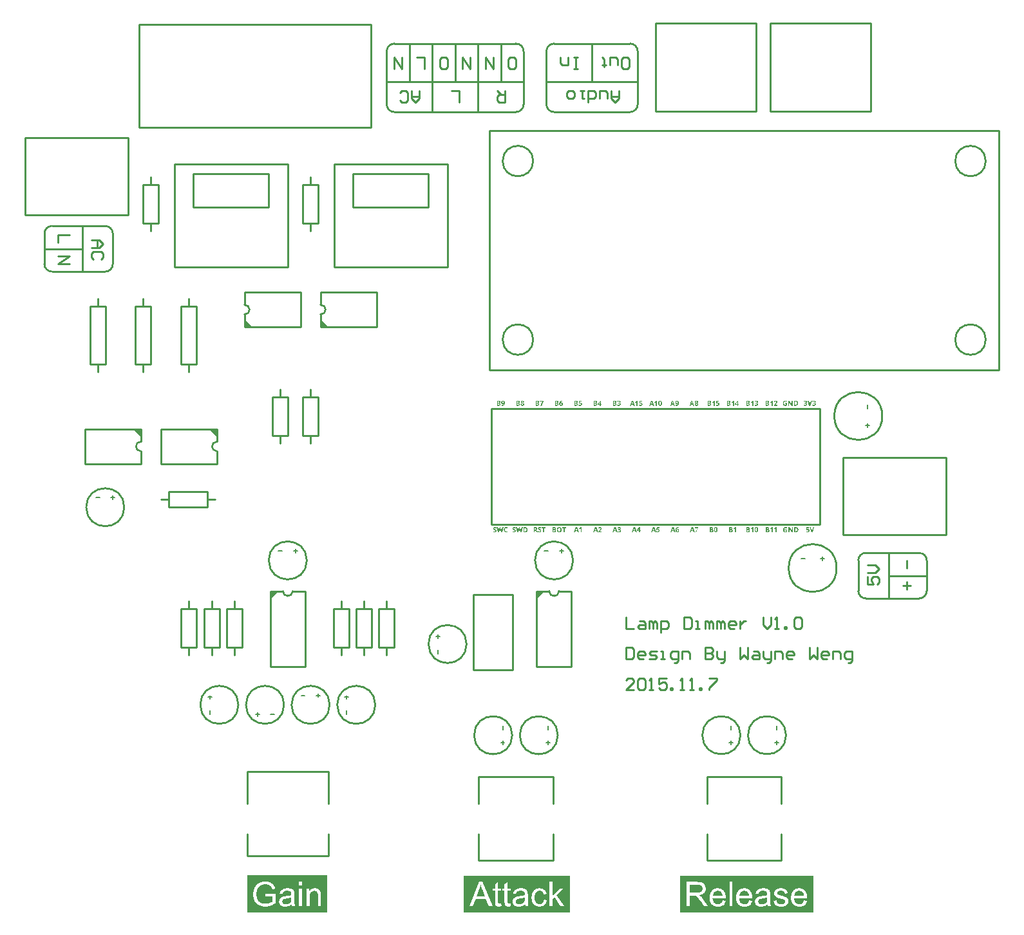
<source format=gto>
G04 Layer_Color=65535*
%FSLAX25Y25*%
%MOIN*%
G70*
G01*
G75*
%ADD29C,0.01000*%
%ADD30C,0.00500*%
G36*
X380372Y210187D02*
X380409Y210183D01*
X380455Y210174D01*
X380502Y210164D01*
X380552Y210150D01*
X380608Y210132D01*
X380663Y210109D01*
X380723Y210081D01*
X380779Y210044D01*
X380834Y210007D01*
X380885Y209961D01*
X380936Y209906D01*
X380982Y209845D01*
X380987Y209841D01*
X380991Y209832D01*
X381005Y209808D01*
X381019Y209781D01*
X381037Y209744D01*
X381056Y209702D01*
X381079Y209651D01*
X381102Y209591D01*
X381121Y209527D01*
X381144Y209448D01*
X381162Y209365D01*
X381181Y209277D01*
X381195Y209180D01*
X381208Y209074D01*
X381213Y208958D01*
X381218Y208838D01*
Y208829D01*
Y208811D01*
Y208774D01*
X381213Y208727D01*
Y208672D01*
X381204Y208603D01*
X381199Y208533D01*
X381190Y208455D01*
X381162Y208293D01*
X381121Y208122D01*
X381098Y208044D01*
X381065Y207965D01*
X381033Y207891D01*
X380991Y207826D01*
X380987Y207822D01*
X380982Y207813D01*
X380968Y207794D01*
X380950Y207776D01*
X380927Y207753D01*
X380894Y207725D01*
X380862Y207693D01*
X380820Y207665D01*
X380774Y207632D01*
X380723Y207600D01*
X380668Y207572D01*
X380603Y207549D01*
X380534Y207531D01*
X380460Y207512D01*
X380381Y207503D01*
X380298Y207499D01*
X380280D01*
X380257Y207503D01*
X380224D01*
X380187Y207508D01*
X380146Y207517D01*
X380095Y207526D01*
X380044Y207540D01*
X379993Y207558D01*
X379938Y207582D01*
X379878Y207609D01*
X379822Y207642D01*
X379767Y207679D01*
X379716Y207725D01*
X379665Y207776D01*
X379619Y207836D01*
X379614Y207840D01*
X379610Y207850D01*
X379596Y207873D01*
X379582Y207900D01*
X379564Y207937D01*
X379545Y207979D01*
X379527Y208030D01*
X379504Y208090D01*
X379481Y208155D01*
X379462Y208233D01*
X379444Y208312D01*
X379425Y208404D01*
X379411Y208501D01*
X379397Y208607D01*
X379393Y208718D01*
X379388Y208838D01*
Y208847D01*
Y208871D01*
Y208903D01*
X379393Y208954D01*
Y209009D01*
X379402Y209074D01*
X379407Y209148D01*
X379416Y209226D01*
X379444Y209393D01*
X379481Y209564D01*
X379508Y209642D01*
X379536Y209721D01*
X379573Y209795D01*
X379610Y209859D01*
X379614Y209864D01*
X379619Y209873D01*
X379633Y209892D01*
X379651Y209910D01*
X379675Y209938D01*
X379707Y209966D01*
X379739Y209993D01*
X379781Y210026D01*
X379827Y210058D01*
X379878Y210086D01*
X379933Y210113D01*
X379998Y210141D01*
X380063Y210160D01*
X380137Y210178D01*
X380215Y210187D01*
X380298Y210192D01*
X380340D01*
X380372Y210187D01*
D02*
G37*
G36*
X357037Y210146D02*
X357083D01*
X357134Y210141D01*
X357189Y210137D01*
X357254Y210132D01*
X357383Y210109D01*
X357518Y210081D01*
X357582Y210063D01*
X357642Y210044D01*
X357698Y210016D01*
X357749Y209989D01*
X357753D01*
X357758Y209979D01*
X357790Y209961D01*
X357827Y209919D01*
X357878Y209869D01*
X357924Y209795D01*
X357961Y209712D01*
X357993Y209605D01*
X357998Y209550D01*
X358003Y209485D01*
Y209481D01*
Y209476D01*
Y209448D01*
X357998Y209402D01*
X357989Y209351D01*
X357975Y209291D01*
X357956Y209226D01*
X357929Y209162D01*
X357892Y209102D01*
X357887Y209097D01*
X357873Y209079D01*
X357850Y209055D01*
X357818Y209023D01*
X357776Y208991D01*
X357725Y208963D01*
X357665Y208940D01*
X357601Y208921D01*
Y208903D01*
X357605D01*
X357610Y208898D01*
X357624D01*
X357642Y208894D01*
X357684Y208875D01*
X357739Y208857D01*
X357799Y208829D01*
X357859Y208792D01*
X357915Y208746D01*
X357961Y208695D01*
X357966Y208690D01*
X357979Y208667D01*
X357998Y208635D01*
X358016Y208589D01*
X358035Y208529D01*
X358053Y208459D01*
X358067Y208381D01*
X358072Y208293D01*
Y208289D01*
Y208279D01*
Y208261D01*
X358067Y208233D01*
X358063Y208205D01*
X358058Y208168D01*
X358040Y208090D01*
X358007Y207997D01*
X357961Y207905D01*
X357933Y207859D01*
X357901Y207817D01*
X357859Y207771D01*
X357813Y207734D01*
X357809D01*
X357799Y207725D01*
X357786Y207716D01*
X357767Y207702D01*
X357739Y207688D01*
X357707Y207669D01*
X357670Y207656D01*
X357628Y207637D01*
X357582Y207619D01*
X357527Y207600D01*
X357471Y207582D01*
X357407Y207568D01*
X357342Y207554D01*
X357268Y207545D01*
X357194Y207540D01*
X357111Y207535D01*
X356132D01*
Y210150D01*
X356995D01*
X357037Y210146D01*
D02*
G37*
G36*
X359379Y210187D02*
X359416Y210183D01*
X359462Y210174D01*
X359509Y210164D01*
X359559Y210150D01*
X359615Y210132D01*
X359670Y210109D01*
X359731Y210081D01*
X359786Y210044D01*
X359841Y210007D01*
X359892Y209961D01*
X359943Y209906D01*
X359989Y209845D01*
X359994Y209841D01*
X359998Y209832D01*
X360012Y209808D01*
X360026Y209781D01*
X360045Y209744D01*
X360063Y209702D01*
X360086Y209651D01*
X360109Y209591D01*
X360128Y209527D01*
X360151Y209448D01*
X360169Y209365D01*
X360188Y209277D01*
X360202Y209180D01*
X360216Y209074D01*
X360220Y208958D01*
X360225Y208838D01*
Y208829D01*
Y208811D01*
Y208774D01*
X360220Y208727D01*
Y208672D01*
X360211Y208603D01*
X360206Y208533D01*
X360197Y208455D01*
X360169Y208293D01*
X360128Y208122D01*
X360105Y208044D01*
X360072Y207965D01*
X360040Y207891D01*
X359998Y207826D01*
X359994Y207822D01*
X359989Y207813D01*
X359975Y207794D01*
X359957Y207776D01*
X359934Y207753D01*
X359901Y207725D01*
X359869Y207693D01*
X359827Y207665D01*
X359781Y207632D01*
X359731Y207600D01*
X359675Y207572D01*
X359610Y207549D01*
X359541Y207531D01*
X359467Y207512D01*
X359389Y207503D01*
X359305Y207499D01*
X359287D01*
X359264Y207503D01*
X359231D01*
X359195Y207508D01*
X359153Y207517D01*
X359102Y207526D01*
X359051Y207540D01*
X359000Y207558D01*
X358945Y207582D01*
X358885Y207609D01*
X358830Y207642D01*
X358774Y207679D01*
X358723Y207725D01*
X358672Y207776D01*
X358626Y207836D01*
X358622Y207840D01*
X358617Y207850D01*
X358603Y207873D01*
X358589Y207900D01*
X358571Y207937D01*
X358552Y207979D01*
X358534Y208030D01*
X358511Y208090D01*
X358488Y208155D01*
X358469Y208233D01*
X358451Y208312D01*
X358432Y208404D01*
X358418Y208501D01*
X358404Y208607D01*
X358400Y208718D01*
X358395Y208838D01*
Y208847D01*
Y208871D01*
Y208903D01*
X358400Y208954D01*
Y209009D01*
X358409Y209074D01*
X358414Y209148D01*
X358423Y209226D01*
X358451Y209393D01*
X358488Y209564D01*
X358515Y209642D01*
X358543Y209721D01*
X358580Y209795D01*
X358617Y209859D01*
X358622Y209864D01*
X358626Y209873D01*
X358640Y209892D01*
X358659Y209910D01*
X358682Y209938D01*
X358714Y209966D01*
X358746Y209993D01*
X358788Y210026D01*
X358834Y210058D01*
X358885Y210086D01*
X358941Y210113D01*
X359005Y210141D01*
X359070Y210160D01*
X359144Y210178D01*
X359222Y210187D01*
X359305Y210192D01*
X359347D01*
X359379Y210187D01*
D02*
G37*
G36*
X375937Y210146D02*
X375983D01*
X376034Y210141D01*
X376090Y210137D01*
X376154Y210132D01*
X376284Y210109D01*
X376417Y210081D01*
X376482Y210063D01*
X376542Y210044D01*
X376598Y210016D01*
X376648Y209989D01*
X376653D01*
X376658Y209979D01*
X376690Y209961D01*
X376727Y209919D01*
X376778Y209869D01*
X376824Y209795D01*
X376861Y209712D01*
X376893Y209605D01*
X376898Y209550D01*
X376903Y209485D01*
Y209481D01*
Y209476D01*
Y209448D01*
X376898Y209402D01*
X376889Y209351D01*
X376875Y209291D01*
X376856Y209226D01*
X376829Y209162D01*
X376792Y209102D01*
X376787Y209097D01*
X376773Y209079D01*
X376750Y209055D01*
X376718Y209023D01*
X376676Y208991D01*
X376625Y208963D01*
X376565Y208940D01*
X376501Y208921D01*
Y208903D01*
X376505D01*
X376510Y208898D01*
X376524D01*
X376542Y208894D01*
X376584Y208875D01*
X376639Y208857D01*
X376699Y208829D01*
X376759Y208792D01*
X376815Y208746D01*
X376861Y208695D01*
X376866Y208690D01*
X376880Y208667D01*
X376898Y208635D01*
X376917Y208589D01*
X376935Y208529D01*
X376953Y208459D01*
X376967Y208381D01*
X376972Y208293D01*
Y208289D01*
Y208279D01*
Y208261D01*
X376967Y208233D01*
X376963Y208205D01*
X376958Y208168D01*
X376940Y208090D01*
X376907Y207997D01*
X376861Y207905D01*
X376833Y207859D01*
X376801Y207817D01*
X376759Y207771D01*
X376713Y207734D01*
X376709D01*
X376699Y207725D01*
X376686Y207716D01*
X376667Y207702D01*
X376639Y207688D01*
X376607Y207669D01*
X376570Y207656D01*
X376528Y207637D01*
X376482Y207619D01*
X376427Y207600D01*
X376371Y207582D01*
X376307Y207568D01*
X376242Y207554D01*
X376168Y207545D01*
X376094Y207540D01*
X376011Y207535D01*
X375031D01*
Y210150D01*
X375895D01*
X375937Y210146D01*
D02*
G37*
G36*
X388777Y207535D02*
X388222D01*
Y209046D01*
X388227Y209296D01*
X388236Y209568D01*
X388231Y209564D01*
X388213Y209545D01*
X388190Y209522D01*
X388162Y209494D01*
X388102Y209434D01*
X388070Y209406D01*
X388047Y209388D01*
X387746Y209148D01*
X387478Y209476D01*
X388324Y210150D01*
X388777D01*
Y207535D01*
D02*
G37*
G36*
X386037Y210146D02*
X386083D01*
X386134Y210141D01*
X386190Y210137D01*
X386254Y210132D01*
X386384Y210109D01*
X386518Y210081D01*
X386582Y210063D01*
X386642Y210044D01*
X386698Y210016D01*
X386749Y209989D01*
X386753D01*
X386758Y209979D01*
X386790Y209961D01*
X386827Y209919D01*
X386878Y209869D01*
X386924Y209795D01*
X386961Y209712D01*
X386993Y209605D01*
X386998Y209550D01*
X387003Y209485D01*
Y209481D01*
Y209476D01*
Y209448D01*
X386998Y209402D01*
X386989Y209351D01*
X386975Y209291D01*
X386956Y209226D01*
X386929Y209162D01*
X386892Y209102D01*
X386887Y209097D01*
X386873Y209079D01*
X386850Y209055D01*
X386818Y209023D01*
X386776Y208991D01*
X386725Y208963D01*
X386665Y208940D01*
X386601Y208921D01*
Y208903D01*
X386605D01*
X386610Y208898D01*
X386624D01*
X386642Y208894D01*
X386684Y208875D01*
X386739Y208857D01*
X386799Y208829D01*
X386859Y208792D01*
X386915Y208746D01*
X386961Y208695D01*
X386966Y208690D01*
X386980Y208667D01*
X386998Y208635D01*
X387017Y208589D01*
X387035Y208529D01*
X387053Y208459D01*
X387067Y208381D01*
X387072Y208293D01*
Y208289D01*
Y208279D01*
Y208261D01*
X387067Y208233D01*
X387063Y208205D01*
X387058Y208168D01*
X387040Y208090D01*
X387007Y207997D01*
X386961Y207905D01*
X386933Y207859D01*
X386901Y207817D01*
X386859Y207771D01*
X386813Y207734D01*
X386809D01*
X386799Y207725D01*
X386786Y207716D01*
X386767Y207702D01*
X386739Y207688D01*
X386707Y207669D01*
X386670Y207656D01*
X386628Y207637D01*
X386582Y207619D01*
X386527Y207600D01*
X386471Y207582D01*
X386407Y207568D01*
X386342Y207554D01*
X386268Y207545D01*
X386194Y207540D01*
X386111Y207535D01*
X385132D01*
Y210150D01*
X385995D01*
X386037Y210146D01*
D02*
G37*
G36*
X378677Y207535D02*
X378122D01*
Y209046D01*
X378127Y209296D01*
X378136Y209568D01*
X378132Y209564D01*
X378113Y209545D01*
X378090Y209522D01*
X378062Y209494D01*
X378002Y209434D01*
X377970Y209406D01*
X377947Y209388D01*
X377646Y209148D01*
X377379Y209476D01*
X378224Y210150D01*
X378677D01*
Y207535D01*
D02*
G37*
G36*
X339925Y210178D02*
X339980D01*
X340036Y210174D01*
X340096Y210164D01*
X340147Y210155D01*
Y209712D01*
X340137D01*
X340119Y209716D01*
X340087Y209725D01*
X340045Y209730D01*
X339999Y209739D01*
X339948Y209744D01*
X339832Y209748D01*
X339786D01*
X339731Y209744D01*
X339666Y209739D01*
X339592Y209725D01*
X339514Y209712D01*
X339440Y209688D01*
X339366Y209661D01*
X339357Y209656D01*
X339338Y209647D01*
X339306Y209624D01*
X339264Y209596D01*
X339223Y209564D01*
X339176Y209517D01*
X339135Y209467D01*
X339098Y209406D01*
X339093Y209397D01*
X339084Y209374D01*
X339070Y209337D01*
X339052Y209286D01*
X339033Y209217D01*
X339015Y209134D01*
X339001Y209042D01*
X338992Y208931D01*
X339015D01*
Y208935D01*
X339024Y208945D01*
X339033Y208958D01*
X339047Y208977D01*
X339093Y209028D01*
X339153Y209083D01*
X339190Y209111D01*
X339232Y209139D01*
X339278Y209166D01*
X339329Y209189D01*
X339384Y209208D01*
X339449Y209222D01*
X339514Y209231D01*
X339583Y209236D01*
X339615D01*
X339643Y209231D01*
X339671D01*
X339703Y209226D01*
X339782Y209208D01*
X339869Y209180D01*
X339962Y209143D01*
X340054Y209088D01*
X340096Y209051D01*
X340133Y209014D01*
X340137Y209009D01*
X340142Y209005D01*
X340151Y208991D01*
X340165Y208972D01*
X340179Y208949D01*
X340197Y208921D01*
X340216Y208889D01*
X340234Y208857D01*
X340267Y208769D01*
X340299Y208663D01*
X340322Y208543D01*
X340331Y208473D01*
Y208404D01*
Y208399D01*
Y208385D01*
Y208362D01*
X340327Y208335D01*
X340322Y208298D01*
X340318Y208256D01*
X340304Y208164D01*
X340276Y208057D01*
X340234Y207947D01*
X340207Y207891D01*
X340174Y207836D01*
X340137Y207785D01*
X340096Y207739D01*
X340091Y207734D01*
X340087Y207730D01*
X340073Y207716D01*
X340054Y207702D01*
X340026Y207683D01*
X339999Y207665D01*
X339966Y207642D01*
X339925Y207619D01*
X339883Y207595D01*
X339832Y207572D01*
X339777Y207554D01*
X339721Y207535D01*
X339657Y207522D01*
X339588Y207508D01*
X339518Y207503D01*
X339440Y207499D01*
X339389D01*
X339366Y207503D01*
X339338Y207508D01*
X339269Y207517D01*
X339186Y207531D01*
X339103Y207554D01*
X339015Y207586D01*
X338931Y207632D01*
X338922Y207637D01*
X338895Y207656D01*
X338858Y207688D01*
X338811Y207730D01*
X338756Y207785D01*
X338701Y207854D01*
X338650Y207933D01*
X338599Y208020D01*
Y208025D01*
X338594Y208034D01*
X338590Y208048D01*
X338580Y208067D01*
X338571Y208090D01*
X338562Y208122D01*
X338553Y208155D01*
X338543Y208196D01*
X338520Y208289D01*
X338502Y208395D01*
X338488Y208515D01*
X338483Y208644D01*
Y208653D01*
Y208677D01*
Y208718D01*
X338488Y208774D01*
X338493Y208834D01*
X338502Y208912D01*
X338511Y208991D01*
X338525Y209079D01*
X338543Y209171D01*
X338562Y209268D01*
X338590Y209365D01*
X338622Y209457D01*
X338659Y209554D01*
X338705Y209642D01*
X338756Y209725D01*
X338811Y209799D01*
X338816Y209804D01*
X338825Y209818D01*
X338848Y209836D01*
X338872Y209859D01*
X338908Y209887D01*
X338950Y209919D01*
X339001Y209956D01*
X339056Y209993D01*
X339121Y210026D01*
X339195Y210063D01*
X339278Y210095D01*
X339366Y210123D01*
X339463Y210146D01*
X339564Y210164D01*
X339675Y210178D01*
X339795Y210183D01*
X339874D01*
X339925Y210178D01*
D02*
G37*
G36*
X338359Y207535D02*
X337758D01*
X337569Y208155D01*
X336617D01*
X336427Y207535D01*
X335831D01*
X336751Y210160D01*
X337430D01*
X338359Y207535D01*
D02*
G37*
G36*
X330105Y209679D02*
X329172D01*
X329121Y209166D01*
X329186Y209180D01*
X329190D01*
X329204Y209185D01*
X329227Y209189D01*
X329259Y209194D01*
X329296Y209199D01*
X329343Y209203D01*
X329394Y209208D01*
X329490D01*
X329518Y209203D01*
X329551D01*
X329588Y209199D01*
X329671Y209180D01*
X329768Y209157D01*
X329865Y209116D01*
X329966Y209065D01*
X330013Y209028D01*
X330054Y208991D01*
X330059Y208986D01*
X330063Y208981D01*
X330077Y208968D01*
X330091Y208954D01*
X330105Y208931D01*
X330128Y208903D01*
X330170Y208838D01*
X330211Y208755D01*
X330244Y208653D01*
X330271Y208538D01*
X330276Y208478D01*
X330281Y208409D01*
Y208404D01*
Y208390D01*
Y208367D01*
X330276Y208335D01*
X330271Y208298D01*
X330267Y208256D01*
X330258Y208210D01*
X330248Y208159D01*
X330216Y208053D01*
X330193Y207993D01*
X330165Y207937D01*
X330133Y207882D01*
X330100Y207831D01*
X330054Y207780D01*
X330008Y207734D01*
X330003Y207730D01*
X329994Y207725D01*
X329980Y207711D01*
X329957Y207697D01*
X329929Y207679D01*
X329897Y207660D01*
X329855Y207637D01*
X329814Y207619D01*
X329759Y207595D01*
X329703Y207572D01*
X329638Y207554D01*
X329574Y207535D01*
X329495Y207522D01*
X329417Y207508D01*
X329333Y207503D01*
X329241Y207499D01*
X329200D01*
X329167Y207503D01*
X329130D01*
X329089Y207508D01*
X329042Y207512D01*
X328987Y207517D01*
X328876Y207531D01*
X328756Y207558D01*
X328641Y207591D01*
X328534Y207637D01*
Y208113D01*
X328539Y208108D01*
X328562Y208099D01*
X328590Y208085D01*
X328631Y208071D01*
X328677Y208053D01*
X328733Y208030D01*
X328793Y208011D01*
X328862Y207993D01*
X328871D01*
X328895Y207984D01*
X328931Y207979D01*
X328978Y207970D01*
X329033Y207961D01*
X329093Y207956D01*
X329218Y207947D01*
X329241D01*
X329264Y207951D01*
X329296D01*
X329338Y207961D01*
X329380Y207970D01*
X329426Y207984D01*
X329472Y207997D01*
X329518Y208020D01*
X329564Y208048D01*
X329611Y208081D01*
X329648Y208122D01*
X329680Y208168D01*
X329703Y208224D01*
X329721Y208289D01*
X329726Y208362D01*
Y208367D01*
Y208381D01*
X329721Y208399D01*
X329717Y208422D01*
X329712Y208455D01*
X329698Y208487D01*
X329680Y208524D01*
X329661Y208561D01*
X329634Y208598D01*
X329597Y208635D01*
X329555Y208667D01*
X329504Y208700D01*
X329444Y208723D01*
X329375Y208741D01*
X329292Y208755D01*
X329200Y208760D01*
X329139D01*
X329107Y208755D01*
X329075Y208751D01*
X328992Y208741D01*
X328987D01*
X328973Y208737D01*
X328950D01*
X328927Y208727D01*
X328867Y208718D01*
X328807Y208700D01*
X328585Y208815D01*
X328687Y210150D01*
X330105D01*
Y209679D01*
D02*
G37*
G36*
X348359Y207535D02*
X347758D01*
X347569Y208155D01*
X346617D01*
X346427Y207535D01*
X345831D01*
X346751Y210160D01*
X347430D01*
X348359Y207535D01*
D02*
G37*
G36*
X369777D02*
X369222D01*
Y209046D01*
X369227Y209296D01*
X369236Y209568D01*
X369232Y209564D01*
X369213Y209545D01*
X369190Y209522D01*
X369162Y209494D01*
X369102Y209434D01*
X369070Y209406D01*
X369047Y209388D01*
X368746Y209148D01*
X368478Y209476D01*
X369324Y210150D01*
X369777D01*
Y207535D01*
D02*
G37*
G36*
X367037Y210146D02*
X367083D01*
X367134Y210141D01*
X367190Y210137D01*
X367254Y210132D01*
X367384Y210109D01*
X367517Y210081D01*
X367582Y210063D01*
X367642Y210044D01*
X367698Y210016D01*
X367748Y209989D01*
X367753D01*
X367758Y209979D01*
X367790Y209961D01*
X367827Y209919D01*
X367878Y209869D01*
X367924Y209795D01*
X367961Y209712D01*
X367993Y209605D01*
X367998Y209550D01*
X368003Y209485D01*
Y209481D01*
Y209476D01*
Y209448D01*
X367998Y209402D01*
X367989Y209351D01*
X367975Y209291D01*
X367956Y209226D01*
X367929Y209162D01*
X367892Y209102D01*
X367887Y209097D01*
X367873Y209079D01*
X367850Y209055D01*
X367818Y209023D01*
X367776Y208991D01*
X367725Y208963D01*
X367665Y208940D01*
X367601Y208921D01*
Y208903D01*
X367605D01*
X367610Y208898D01*
X367624D01*
X367642Y208894D01*
X367684Y208875D01*
X367739Y208857D01*
X367799Y208829D01*
X367859Y208792D01*
X367915Y208746D01*
X367961Y208695D01*
X367966Y208690D01*
X367980Y208667D01*
X367998Y208635D01*
X368017Y208589D01*
X368035Y208529D01*
X368053Y208459D01*
X368067Y208381D01*
X368072Y208293D01*
Y208289D01*
Y208279D01*
Y208261D01*
X368067Y208233D01*
X368063Y208205D01*
X368058Y208168D01*
X368040Y208090D01*
X368007Y207997D01*
X367961Y207905D01*
X367933Y207859D01*
X367901Y207817D01*
X367859Y207771D01*
X367813Y207734D01*
X367809D01*
X367799Y207725D01*
X367786Y207716D01*
X367767Y207702D01*
X367739Y207688D01*
X367707Y207669D01*
X367670Y207656D01*
X367628Y207637D01*
X367582Y207619D01*
X367527Y207600D01*
X367471Y207582D01*
X367407Y207568D01*
X367342Y207554D01*
X367268Y207545D01*
X367194Y207540D01*
X367111Y207535D01*
X366131D01*
Y210150D01*
X366995D01*
X367037Y210146D01*
D02*
G37*
G36*
X350331Y209799D02*
X349343Y207535D01*
X348761D01*
X349745Y209684D01*
X348456D01*
Y210150D01*
X350331D01*
Y209799D01*
D02*
G37*
G36*
X270139Y275299D02*
X269150Y273035D01*
X268568D01*
X269552Y275184D01*
X268263D01*
Y275650D01*
X270139D01*
Y275299D01*
D02*
G37*
G36*
X266937Y275646D02*
X266983D01*
X267034Y275641D01*
X267090Y275637D01*
X267154Y275632D01*
X267284Y275609D01*
X267418Y275581D01*
X267482Y275563D01*
X267542Y275544D01*
X267598Y275516D01*
X267649Y275489D01*
X267653D01*
X267658Y275479D01*
X267690Y275461D01*
X267727Y275419D01*
X267778Y275368D01*
X267824Y275295D01*
X267861Y275212D01*
X267893Y275105D01*
X267898Y275050D01*
X267903Y274985D01*
Y274980D01*
Y274976D01*
Y274948D01*
X267898Y274902D01*
X267889Y274851D01*
X267875Y274791D01*
X267856Y274726D01*
X267829Y274662D01*
X267792Y274602D01*
X267787Y274597D01*
X267773Y274578D01*
X267750Y274555D01*
X267718Y274523D01*
X267676Y274491D01*
X267625Y274463D01*
X267565Y274440D01*
X267501Y274421D01*
Y274403D01*
X267505D01*
X267510Y274398D01*
X267524D01*
X267542Y274394D01*
X267584Y274375D01*
X267639Y274357D01*
X267699Y274329D01*
X267759Y274292D01*
X267815Y274246D01*
X267861Y274195D01*
X267866Y274190D01*
X267880Y274167D01*
X267898Y274135D01*
X267916Y274089D01*
X267935Y274029D01*
X267953Y273959D01*
X267967Y273881D01*
X267972Y273793D01*
Y273788D01*
Y273779D01*
Y273761D01*
X267967Y273733D01*
X267963Y273705D01*
X267958Y273668D01*
X267940Y273590D01*
X267907Y273497D01*
X267861Y273405D01*
X267833Y273359D01*
X267801Y273317D01*
X267759Y273271D01*
X267713Y273234D01*
X267709D01*
X267699Y273225D01*
X267686Y273216D01*
X267667Y273202D01*
X267639Y273188D01*
X267607Y273169D01*
X267570Y273156D01*
X267528Y273137D01*
X267482Y273119D01*
X267427Y273100D01*
X267371Y273082D01*
X267307Y273068D01*
X267242Y273054D01*
X267168Y273045D01*
X267094Y273040D01*
X267011Y273035D01*
X266032D01*
Y275650D01*
X266895D01*
X266937Y275646D01*
D02*
G37*
G36*
X256937D02*
X256983D01*
X257034Y275641D01*
X257089Y275637D01*
X257154Y275632D01*
X257283Y275609D01*
X257417Y275581D01*
X257482Y275563D01*
X257542Y275544D01*
X257598Y275516D01*
X257648Y275489D01*
X257653D01*
X257658Y275479D01*
X257690Y275461D01*
X257727Y275419D01*
X257778Y275368D01*
X257824Y275295D01*
X257861Y275212D01*
X257893Y275105D01*
X257898Y275050D01*
X257903Y274985D01*
Y274980D01*
Y274976D01*
Y274948D01*
X257898Y274902D01*
X257889Y274851D01*
X257875Y274791D01*
X257856Y274726D01*
X257829Y274662D01*
X257792Y274602D01*
X257787Y274597D01*
X257773Y274578D01*
X257750Y274555D01*
X257718Y274523D01*
X257676Y274491D01*
X257625Y274463D01*
X257565Y274440D01*
X257501Y274421D01*
Y274403D01*
X257505D01*
X257510Y274398D01*
X257524D01*
X257542Y274394D01*
X257584Y274375D01*
X257639Y274357D01*
X257699Y274329D01*
X257759Y274292D01*
X257815Y274246D01*
X257861Y274195D01*
X257866Y274190D01*
X257879Y274167D01*
X257898Y274135D01*
X257916Y274089D01*
X257935Y274029D01*
X257953Y273959D01*
X257967Y273881D01*
X257972Y273793D01*
Y273788D01*
Y273779D01*
Y273761D01*
X257967Y273733D01*
X257963Y273705D01*
X257958Y273668D01*
X257940Y273590D01*
X257907Y273497D01*
X257861Y273405D01*
X257833Y273359D01*
X257801Y273317D01*
X257759Y273271D01*
X257713Y273234D01*
X257709D01*
X257699Y273225D01*
X257685Y273216D01*
X257667Y273202D01*
X257639Y273188D01*
X257607Y273169D01*
X257570Y273156D01*
X257528Y273137D01*
X257482Y273119D01*
X257427Y273100D01*
X257371Y273082D01*
X257307Y273068D01*
X257242Y273054D01*
X257168Y273045D01*
X257094Y273040D01*
X257011Y273035D01*
X256031D01*
Y275650D01*
X256895D01*
X256937Y275646D01*
D02*
G37*
G36*
X276937D02*
X276983D01*
X277034Y275641D01*
X277090Y275637D01*
X277154Y275632D01*
X277284Y275609D01*
X277417Y275581D01*
X277482Y275563D01*
X277542Y275544D01*
X277598Y275516D01*
X277648Y275489D01*
X277653D01*
X277658Y275479D01*
X277690Y275461D01*
X277727Y275419D01*
X277778Y275368D01*
X277824Y275295D01*
X277861Y275212D01*
X277893Y275105D01*
X277898Y275050D01*
X277903Y274985D01*
Y274980D01*
Y274976D01*
Y274948D01*
X277898Y274902D01*
X277889Y274851D01*
X277875Y274791D01*
X277856Y274726D01*
X277829Y274662D01*
X277792Y274602D01*
X277787Y274597D01*
X277773Y274578D01*
X277750Y274555D01*
X277718Y274523D01*
X277676Y274491D01*
X277625Y274463D01*
X277565Y274440D01*
X277501Y274421D01*
Y274403D01*
X277505D01*
X277510Y274398D01*
X277524D01*
X277542Y274394D01*
X277584Y274375D01*
X277639Y274357D01*
X277699Y274329D01*
X277759Y274292D01*
X277815Y274246D01*
X277861Y274195D01*
X277866Y274190D01*
X277880Y274167D01*
X277898Y274135D01*
X277917Y274089D01*
X277935Y274029D01*
X277953Y273959D01*
X277967Y273881D01*
X277972Y273793D01*
Y273788D01*
Y273779D01*
Y273761D01*
X277967Y273733D01*
X277963Y273705D01*
X277958Y273668D01*
X277940Y273590D01*
X277907Y273497D01*
X277861Y273405D01*
X277833Y273359D01*
X277801Y273317D01*
X277759Y273271D01*
X277713Y273234D01*
X277709D01*
X277699Y273225D01*
X277685Y273216D01*
X277667Y273202D01*
X277639Y273188D01*
X277607Y273169D01*
X277570Y273156D01*
X277528Y273137D01*
X277482Y273119D01*
X277427Y273100D01*
X277371Y273082D01*
X277307Y273068D01*
X277242Y273054D01*
X277168Y273045D01*
X277094Y273040D01*
X277011Y273035D01*
X276031D01*
Y275650D01*
X276895D01*
X276937Y275646D01*
D02*
G37*
G36*
X289912Y275179D02*
X288979D01*
X288928Y274666D01*
X288993Y274680D01*
X288998D01*
X289011Y274685D01*
X289035Y274689D01*
X289067Y274694D01*
X289104Y274699D01*
X289150Y274703D01*
X289201Y274708D01*
X289298D01*
X289326Y274703D01*
X289358D01*
X289395Y274699D01*
X289478Y274680D01*
X289575Y274657D01*
X289672Y274616D01*
X289774Y274565D01*
X289820Y274528D01*
X289861Y274491D01*
X289866Y274486D01*
X289871Y274482D01*
X289885Y274468D01*
X289898Y274454D01*
X289912Y274431D01*
X289935Y274403D01*
X289977Y274338D01*
X290019Y274255D01*
X290051Y274153D01*
X290079Y274038D01*
X290083Y273978D01*
X290088Y273909D01*
Y273904D01*
Y273890D01*
Y273867D01*
X290083Y273835D01*
X290079Y273798D01*
X290074Y273756D01*
X290065Y273710D01*
X290055Y273659D01*
X290023Y273553D01*
X290000Y273493D01*
X289972Y273437D01*
X289940Y273382D01*
X289908Y273331D01*
X289861Y273280D01*
X289815Y273234D01*
X289811Y273230D01*
X289801Y273225D01*
X289788Y273211D01*
X289764Y273197D01*
X289737Y273179D01*
X289704Y273160D01*
X289663Y273137D01*
X289621Y273119D01*
X289566Y273095D01*
X289510Y273072D01*
X289446Y273054D01*
X289381Y273035D01*
X289302Y273022D01*
X289224Y273008D01*
X289141Y273003D01*
X289048Y272998D01*
X289007D01*
X288974Y273003D01*
X288937D01*
X288896Y273008D01*
X288850Y273012D01*
X288794Y273017D01*
X288683Y273031D01*
X288563Y273059D01*
X288448Y273091D01*
X288341Y273137D01*
Y273613D01*
X288346Y273608D01*
X288369Y273599D01*
X288397Y273585D01*
X288439Y273571D01*
X288485Y273553D01*
X288540Y273530D01*
X288600Y273511D01*
X288669Y273493D01*
X288679D01*
X288702Y273484D01*
X288739Y273479D01*
X288785Y273470D01*
X288841Y273461D01*
X288900Y273456D01*
X289025Y273447D01*
X289048D01*
X289071Y273451D01*
X289104D01*
X289145Y273461D01*
X289187Y273470D01*
X289233Y273484D01*
X289279Y273497D01*
X289326Y273520D01*
X289372Y273548D01*
X289418Y273581D01*
X289455Y273622D01*
X289487Y273668D01*
X289510Y273724D01*
X289529Y273788D01*
X289533Y273862D01*
Y273867D01*
Y273881D01*
X289529Y273899D01*
X289524Y273922D01*
X289520Y273955D01*
X289506Y273987D01*
X289487Y274024D01*
X289469Y274061D01*
X289441Y274098D01*
X289404Y274135D01*
X289363Y274167D01*
X289312Y274200D01*
X289252Y274223D01*
X289182Y274241D01*
X289099Y274255D01*
X289007Y274260D01*
X288947D01*
X288914Y274255D01*
X288882Y274251D01*
X288799Y274241D01*
X288794D01*
X288780Y274237D01*
X288757D01*
X288734Y274227D01*
X288674Y274218D01*
X288614Y274200D01*
X288392Y274315D01*
X288494Y275650D01*
X289912D01*
Y275179D01*
D02*
G37*
G36*
X286937Y275646D02*
X286983D01*
X287034Y275641D01*
X287089Y275637D01*
X287154Y275632D01*
X287283Y275609D01*
X287418Y275581D01*
X287482Y275563D01*
X287542Y275544D01*
X287598Y275516D01*
X287649Y275489D01*
X287653D01*
X287658Y275479D01*
X287690Y275461D01*
X287727Y275419D01*
X287778Y275368D01*
X287824Y275295D01*
X287861Y275212D01*
X287893Y275105D01*
X287898Y275050D01*
X287903Y274985D01*
Y274980D01*
Y274976D01*
Y274948D01*
X287898Y274902D01*
X287889Y274851D01*
X287875Y274791D01*
X287856Y274726D01*
X287829Y274662D01*
X287792Y274602D01*
X287787Y274597D01*
X287773Y274578D01*
X287750Y274555D01*
X287718Y274523D01*
X287676Y274491D01*
X287625Y274463D01*
X287565Y274440D01*
X287501Y274421D01*
Y274403D01*
X287505D01*
X287510Y274398D01*
X287524D01*
X287542Y274394D01*
X287584Y274375D01*
X287639Y274357D01*
X287699Y274329D01*
X287759Y274292D01*
X287815Y274246D01*
X287861Y274195D01*
X287866Y274190D01*
X287879Y274167D01*
X287898Y274135D01*
X287916Y274089D01*
X287935Y274029D01*
X287953Y273959D01*
X287967Y273881D01*
X287972Y273793D01*
Y273788D01*
Y273779D01*
Y273761D01*
X287967Y273733D01*
X287963Y273705D01*
X287958Y273668D01*
X287940Y273590D01*
X287907Y273497D01*
X287861Y273405D01*
X287833Y273359D01*
X287801Y273317D01*
X287759Y273271D01*
X287713Y273234D01*
X287709D01*
X287699Y273225D01*
X287685Y273216D01*
X287667Y273202D01*
X287639Y273188D01*
X287607Y273169D01*
X287570Y273156D01*
X287528Y273137D01*
X287482Y273119D01*
X287427Y273100D01*
X287371Y273082D01*
X287307Y273068D01*
X287242Y273054D01*
X287168Y273045D01*
X287094Y273040D01*
X287011Y273035D01*
X286032D01*
Y275650D01*
X286895D01*
X286937Y275646D01*
D02*
G37*
G36*
X279732Y275678D02*
X279788D01*
X279843Y275674D01*
X279903Y275664D01*
X279954Y275655D01*
Y275212D01*
X279945D01*
X279926Y275216D01*
X279894Y275225D01*
X279852Y275230D01*
X279806Y275239D01*
X279755Y275244D01*
X279640Y275248D01*
X279593D01*
X279538Y275244D01*
X279473Y275239D01*
X279399Y275225D01*
X279321Y275212D01*
X279247Y275188D01*
X279173Y275161D01*
X279164Y275156D01*
X279145Y275147D01*
X279113Y275124D01*
X279071Y275096D01*
X279030Y275064D01*
X278984Y275017D01*
X278942Y274967D01*
X278905Y274906D01*
X278901Y274897D01*
X278891Y274874D01*
X278877Y274837D01*
X278859Y274786D01*
X278840Y274717D01*
X278822Y274634D01*
X278808Y274542D01*
X278799Y274431D01*
X278822D01*
Y274435D01*
X278831Y274445D01*
X278840Y274458D01*
X278854Y274477D01*
X278901Y274528D01*
X278961Y274583D01*
X278997Y274611D01*
X279039Y274639D01*
X279085Y274666D01*
X279136Y274689D01*
X279192Y274708D01*
X279256Y274722D01*
X279321Y274731D01*
X279390Y274736D01*
X279423D01*
X279450Y274731D01*
X279478D01*
X279510Y274726D01*
X279589Y274708D01*
X279677Y274680D01*
X279769Y274643D01*
X279861Y274588D01*
X279903Y274551D01*
X279940Y274514D01*
X279945Y274509D01*
X279949Y274505D01*
X279959Y274491D01*
X279972Y274472D01*
X279986Y274449D01*
X280005Y274421D01*
X280023Y274389D01*
X280042Y274357D01*
X280074Y274269D01*
X280106Y274163D01*
X280129Y274043D01*
X280139Y273973D01*
Y273904D01*
Y273899D01*
Y273885D01*
Y273862D01*
X280134Y273835D01*
X280129Y273798D01*
X280125Y273756D01*
X280111Y273664D01*
X280083Y273557D01*
X280042Y273447D01*
X280014Y273391D01*
X279982Y273336D01*
X279945Y273285D01*
X279903Y273239D01*
X279898Y273234D01*
X279894Y273230D01*
X279880Y273216D01*
X279861Y273202D01*
X279834Y273183D01*
X279806Y273165D01*
X279774Y273142D01*
X279732Y273119D01*
X279691Y273095D01*
X279640Y273072D01*
X279584Y273054D01*
X279529Y273035D01*
X279464Y273022D01*
X279395Y273008D01*
X279326Y273003D01*
X279247Y272998D01*
X279196D01*
X279173Y273003D01*
X279145Y273008D01*
X279076Y273017D01*
X278993Y273031D01*
X278910Y273054D01*
X278822Y273086D01*
X278739Y273132D01*
X278730Y273137D01*
X278702Y273156D01*
X278665Y273188D01*
X278619Y273230D01*
X278563Y273285D01*
X278508Y273354D01*
X278457Y273433D01*
X278406Y273520D01*
Y273525D01*
X278402Y273534D01*
X278397Y273548D01*
X278388Y273567D01*
X278379Y273590D01*
X278369Y273622D01*
X278360Y273655D01*
X278351Y273696D01*
X278328Y273788D01*
X278309Y273895D01*
X278295Y274015D01*
X278291Y274144D01*
Y274153D01*
Y274177D01*
Y274218D01*
X278295Y274274D01*
X278300Y274334D01*
X278309Y274412D01*
X278318Y274491D01*
X278332Y274578D01*
X278351Y274671D01*
X278369Y274768D01*
X278397Y274865D01*
X278429Y274957D01*
X278466Y275054D01*
X278512Y275142D01*
X278563Y275225D01*
X278619Y275299D01*
X278623Y275304D01*
X278633Y275318D01*
X278656Y275336D01*
X278679Y275359D01*
X278716Y275387D01*
X278757Y275419D01*
X278808Y275456D01*
X278864Y275493D01*
X278928Y275526D01*
X279002Y275563D01*
X279085Y275595D01*
X279173Y275623D01*
X279270Y275646D01*
X279372Y275664D01*
X279483Y275678D01*
X279603Y275683D01*
X279681D01*
X279732Y275678D01*
D02*
G37*
G36*
X318869Y273035D02*
X318315D01*
Y274546D01*
X318320Y274796D01*
X318329Y275068D01*
X318324Y275064D01*
X318306Y275045D01*
X318283Y275022D01*
X318255Y274994D01*
X318195Y274934D01*
X318162Y274906D01*
X318139Y274888D01*
X317839Y274648D01*
X317571Y274976D01*
X318417Y275650D01*
X318869D01*
Y273035D01*
D02*
G37*
G36*
X317359D02*
X316758D01*
X316569Y273655D01*
X315617D01*
X315427Y273035D01*
X314831D01*
X315751Y275660D01*
X316430D01*
X317359Y273035D01*
D02*
G37*
G36*
X390869Y207535D02*
X390315D01*
Y209046D01*
X390320Y209296D01*
X390329Y209568D01*
X390324Y209564D01*
X390306Y209545D01*
X390283Y209522D01*
X390255Y209494D01*
X390195Y209434D01*
X390163Y209406D01*
X390140Y209388D01*
X389839Y209148D01*
X389571Y209476D01*
X390417Y210150D01*
X390869D01*
Y207535D01*
D02*
G37*
G36*
X321198Y275179D02*
X320265D01*
X320214Y274666D01*
X320279Y274680D01*
X320283D01*
X320297Y274685D01*
X320320Y274689D01*
X320352Y274694D01*
X320389Y274699D01*
X320436Y274703D01*
X320486Y274708D01*
X320583D01*
X320611Y274703D01*
X320643D01*
X320680Y274699D01*
X320764Y274680D01*
X320861Y274657D01*
X320958Y274616D01*
X321059Y274565D01*
X321106Y274528D01*
X321147Y274491D01*
X321152Y274486D01*
X321156Y274482D01*
X321170Y274468D01*
X321184Y274454D01*
X321198Y274431D01*
X321221Y274403D01*
X321263Y274338D01*
X321304Y274255D01*
X321337Y274153D01*
X321364Y274038D01*
X321369Y273978D01*
X321373Y273909D01*
Y273904D01*
Y273890D01*
Y273867D01*
X321369Y273835D01*
X321364Y273798D01*
X321360Y273756D01*
X321350Y273710D01*
X321341Y273659D01*
X321309Y273553D01*
X321286Y273493D01*
X321258Y273437D01*
X321226Y273382D01*
X321193Y273331D01*
X321147Y273280D01*
X321101Y273234D01*
X321096Y273230D01*
X321087Y273225D01*
X321073Y273211D01*
X321050Y273197D01*
X321022Y273179D01*
X320990Y273160D01*
X320948Y273137D01*
X320907Y273119D01*
X320851Y273095D01*
X320796Y273072D01*
X320731Y273054D01*
X320667Y273035D01*
X320588Y273022D01*
X320510Y273008D01*
X320426Y273003D01*
X320334Y272998D01*
X320292D01*
X320260Y273003D01*
X320223D01*
X320181Y273008D01*
X320135Y273012D01*
X320080Y273017D01*
X319969Y273031D01*
X319849Y273059D01*
X319733Y273091D01*
X319627Y273137D01*
Y273613D01*
X319632Y273608D01*
X319655Y273599D01*
X319683Y273585D01*
X319724Y273571D01*
X319770Y273553D01*
X319826Y273530D01*
X319886Y273511D01*
X319955Y273493D01*
X319964D01*
X319987Y273484D01*
X320024Y273479D01*
X320071Y273470D01*
X320126Y273461D01*
X320186Y273456D01*
X320311Y273447D01*
X320334D01*
X320357Y273451D01*
X320389D01*
X320431Y273461D01*
X320473Y273470D01*
X320519Y273484D01*
X320565Y273497D01*
X320611Y273520D01*
X320657Y273548D01*
X320704Y273581D01*
X320741Y273622D01*
X320773Y273668D01*
X320796Y273724D01*
X320814Y273788D01*
X320819Y273862D01*
Y273867D01*
Y273881D01*
X320814Y273899D01*
X320810Y273922D01*
X320805Y273955D01*
X320791Y273987D01*
X320773Y274024D01*
X320754Y274061D01*
X320727Y274098D01*
X320690Y274135D01*
X320648Y274167D01*
X320597Y274200D01*
X320537Y274223D01*
X320468Y274241D01*
X320385Y274255D01*
X320292Y274260D01*
X320232D01*
X320200Y274255D01*
X320168Y274251D01*
X320084Y274241D01*
X320080D01*
X320066Y274237D01*
X320043D01*
X320020Y274227D01*
X319960Y274218D01*
X319900Y274200D01*
X319678Y274315D01*
X319779Y275650D01*
X321198D01*
Y275179D01*
D02*
G37*
G36*
X259275Y275678D02*
X259307D01*
X259344Y275674D01*
X259427Y275660D01*
X259524Y275641D01*
X259626Y275609D01*
X259723Y275567D01*
X259815Y275512D01*
X259820D01*
X259824Y275502D01*
X259852Y275479D01*
X259889Y275443D01*
X259931Y275392D01*
X259972Y275322D01*
X260009Y275244D01*
X260037Y275151D01*
X260042Y275105D01*
X260046Y275050D01*
Y275041D01*
Y275017D01*
X260042Y274980D01*
X260032Y274930D01*
X260019Y274874D01*
X260000Y274814D01*
X259972Y274754D01*
X259935Y274694D01*
X259931Y274689D01*
X259912Y274666D01*
X259889Y274639D01*
X259848Y274602D01*
X259797Y274555D01*
X259737Y274509D01*
X259663Y274458D01*
X259575Y274412D01*
X259580D01*
X259589Y274403D01*
X259603Y274398D01*
X259621Y274384D01*
X259677Y274352D01*
X259737Y274311D01*
X259806Y274264D01*
X259875Y274209D01*
X259940Y274149D01*
X259996Y274084D01*
X260000Y274075D01*
X260014Y274057D01*
X260037Y274020D01*
X260060Y273973D01*
X260083Y273918D01*
X260106Y273853D01*
X260120Y273784D01*
X260125Y273710D01*
Y273705D01*
Y273696D01*
Y273678D01*
X260120Y273655D01*
X260116Y273631D01*
X260111Y273599D01*
X260092Y273525D01*
X260065Y273442D01*
X260019Y273354D01*
X259991Y273313D01*
X259954Y273271D01*
X259917Y273230D01*
X259871Y273193D01*
X259866D01*
X259861Y273183D01*
X259843Y273174D01*
X259824Y273160D01*
X259801Y273146D01*
X259769Y273132D01*
X259737Y273114D01*
X259695Y273095D01*
X259649Y273077D01*
X259598Y273059D01*
X259487Y273031D01*
X259358Y273008D01*
X259210Y272998D01*
X259169D01*
X259141Y273003D01*
X259104D01*
X259062Y273008D01*
X259016Y273012D01*
X258965Y273022D01*
X258859Y273045D01*
X258743Y273072D01*
X258637Y273119D01*
X258536Y273179D01*
X258531D01*
X258526Y273188D01*
X258499Y273211D01*
X258457Y273253D01*
X258415Y273313D01*
X258369Y273387D01*
X258328Y273474D01*
X258300Y273576D01*
X258295Y273636D01*
X258291Y273696D01*
Y273701D01*
Y273705D01*
Y273733D01*
X258295Y273775D01*
X258305Y273830D01*
X258318Y273890D01*
X258342Y273955D01*
X258369Y274024D01*
X258411Y274089D01*
X258415Y274098D01*
X258434Y274116D01*
X258462Y274153D01*
X258503Y274195D01*
X258559Y274241D01*
X258623Y274292D01*
X258702Y274347D01*
X258794Y274398D01*
X258790D01*
X258785Y274403D01*
X258757Y274421D01*
X258716Y274454D01*
X258669Y274491D01*
X258614Y274537D01*
X258563Y274588D01*
X258512Y274639D01*
X258471Y274699D01*
X258466Y274708D01*
X258457Y274726D01*
X258438Y274759D01*
X258425Y274805D01*
X258406Y274856D01*
X258388Y274916D01*
X258379Y274985D01*
X258374Y275054D01*
Y275059D01*
Y275068D01*
Y275082D01*
X258379Y275101D01*
X258388Y275151D01*
X258402Y275216D01*
X258429Y275285D01*
X258471Y275364D01*
X258499Y275401D01*
X258531Y275438D01*
X258563Y275475D01*
X258605Y275507D01*
X258610D01*
X258614Y275516D01*
X258628Y275526D01*
X258646Y275535D01*
X258669Y275549D01*
X258697Y275563D01*
X258730Y275576D01*
X258767Y275595D01*
X258854Y275627D01*
X258956Y275655D01*
X259076Y275674D01*
X259210Y275683D01*
X259247D01*
X259275Y275678D01*
D02*
G37*
G36*
X249242D02*
X249270Y275674D01*
X249339Y275664D01*
X249423Y275650D01*
X249506Y275623D01*
X249593Y275590D01*
X249677Y275544D01*
X249681D01*
X249686Y275539D01*
X249714Y275521D01*
X249751Y275489D01*
X249801Y275447D01*
X249852Y275392D01*
X249908Y275322D01*
X249963Y275244D01*
X250009Y275151D01*
Y275147D01*
X250014Y275137D01*
X250019Y275124D01*
X250028Y275105D01*
X250037Y275082D01*
X250046Y275050D01*
X250056Y275017D01*
X250069Y274976D01*
X250088Y274888D01*
X250106Y274782D01*
X250120Y274662D01*
X250125Y274532D01*
Y274523D01*
Y274500D01*
Y274458D01*
X250120Y274408D01*
X250116Y274343D01*
X250106Y274269D01*
X250097Y274186D01*
X250083Y274098D01*
X250069Y274006D01*
X250046Y273913D01*
X250019Y273816D01*
X249991Y273719D01*
X249949Y273627D01*
X249908Y273539D01*
X249857Y273456D01*
X249801Y273377D01*
X249797Y273373D01*
X249788Y273363D01*
X249769Y273340D01*
X249741Y273317D01*
X249704Y273289D01*
X249663Y273257D01*
X249617Y273225D01*
X249557Y273188D01*
X249492Y273151D01*
X249418Y273119D01*
X249339Y273086D01*
X249252Y273059D01*
X249155Y273035D01*
X249048Y273017D01*
X248938Y273003D01*
X248817Y272998D01*
X248739D01*
X248683Y273003D01*
X248628D01*
X248568Y273012D01*
X248512Y273017D01*
X248466Y273026D01*
Y273465D01*
X248471D01*
X248494Y273461D01*
X248522Y273456D01*
X248563Y273447D01*
X248609Y273442D01*
X248660Y273433D01*
X248720Y273428D01*
X248827D01*
X248877Y273433D01*
X248942Y273437D01*
X249011Y273447D01*
X249090Y273461D01*
X249164Y273479D01*
X249233Y273507D01*
X249242Y273511D01*
X249261Y273520D01*
X249293Y273544D01*
X249335Y273571D01*
X249381Y273608D01*
X249423Y273650D01*
X249469Y273705D01*
X249506Y273765D01*
X249510Y273775D01*
X249520Y273798D01*
X249538Y273839D01*
X249557Y273890D01*
X249575Y273959D01*
X249593Y274043D01*
X249607Y274140D01*
X249617Y274246D01*
X249593D01*
X249589Y274237D01*
X249575Y274218D01*
X249552Y274190D01*
X249524Y274153D01*
X249492Y274116D01*
X249450Y274075D01*
X249404Y274043D01*
X249353Y274010D01*
X249349Y274006D01*
X249330Y274001D01*
X249303Y273992D01*
X249261Y273978D01*
X249210Y273964D01*
X249155Y273955D01*
X249090Y273950D01*
X249016Y273946D01*
X248984D01*
X248961Y273950D01*
X248933D01*
X248896Y273959D01*
X248822Y273973D01*
X248734Y274001D01*
X248642Y274038D01*
X248554Y274093D01*
X248512Y274126D01*
X248476Y274163D01*
Y274167D01*
X248466Y274172D01*
X248457Y274186D01*
X248443Y274204D01*
X248429Y274227D01*
X248415Y274251D01*
X248397Y274283D01*
X248378Y274320D01*
X248341Y274408D01*
X248314Y274514D01*
X248291Y274634D01*
X248281Y274773D01*
Y274777D01*
Y274791D01*
Y274814D01*
X248286Y274842D01*
X248291Y274879D01*
X248295Y274920D01*
X248309Y275013D01*
X248337Y275119D01*
X248383Y275230D01*
X248406Y275285D01*
X248439Y275341D01*
X248476Y275392D01*
X248517Y275438D01*
X248522Y275443D01*
X248526Y275447D01*
X248540Y275461D01*
X248563Y275475D01*
X248586Y275493D01*
X248614Y275516D01*
X248651Y275539D01*
X248688Y275563D01*
X248734Y275581D01*
X248780Y275604D01*
X248891Y275646D01*
X249021Y275674D01*
X249095Y275678D01*
X249168Y275683D01*
X249219D01*
X249242Y275678D01*
D02*
G37*
G36*
X246937Y275646D02*
X246983D01*
X247034Y275641D01*
X247090Y275637D01*
X247154Y275632D01*
X247284Y275609D01*
X247417Y275581D01*
X247482Y275563D01*
X247542Y275544D01*
X247598Y275516D01*
X247649Y275489D01*
X247653D01*
X247658Y275479D01*
X247690Y275461D01*
X247727Y275419D01*
X247778Y275368D01*
X247824Y275295D01*
X247861Y275212D01*
X247893Y275105D01*
X247898Y275050D01*
X247903Y274985D01*
Y274980D01*
Y274976D01*
Y274948D01*
X247898Y274902D01*
X247889Y274851D01*
X247875Y274791D01*
X247856Y274726D01*
X247829Y274662D01*
X247792Y274602D01*
X247787Y274597D01*
X247773Y274578D01*
X247750Y274555D01*
X247718Y274523D01*
X247676Y274491D01*
X247625Y274463D01*
X247565Y274440D01*
X247501Y274421D01*
Y274403D01*
X247505D01*
X247510Y274398D01*
X247524D01*
X247542Y274394D01*
X247584Y274375D01*
X247639Y274357D01*
X247699Y274329D01*
X247759Y274292D01*
X247815Y274246D01*
X247861Y274195D01*
X247866Y274190D01*
X247880Y274167D01*
X247898Y274135D01*
X247917Y274089D01*
X247935Y274029D01*
X247953Y273959D01*
X247967Y273881D01*
X247972Y273793D01*
Y273788D01*
Y273779D01*
Y273761D01*
X247967Y273733D01*
X247963Y273705D01*
X247958Y273668D01*
X247940Y273590D01*
X247907Y273497D01*
X247861Y273405D01*
X247833Y273359D01*
X247801Y273317D01*
X247759Y273271D01*
X247713Y273234D01*
X247709D01*
X247699Y273225D01*
X247686Y273216D01*
X247667Y273202D01*
X247639Y273188D01*
X247607Y273169D01*
X247570Y273156D01*
X247528Y273137D01*
X247482Y273119D01*
X247427Y273100D01*
X247371Y273082D01*
X247307Y273068D01*
X247242Y273054D01*
X247168Y273045D01*
X247094Y273040D01*
X247011Y273035D01*
X246031D01*
Y275650D01*
X246895D01*
X246937Y275646D01*
D02*
G37*
G36*
X328359Y207535D02*
X327758D01*
X327569Y208155D01*
X326617D01*
X326428Y207535D01*
X325832D01*
X326751Y210160D01*
X327430D01*
X328359Y207535D01*
D02*
G37*
G36*
X278423Y210187D02*
X278474Y210183D01*
X278534Y210174D01*
X278598Y210164D01*
X278668Y210150D01*
X278737Y210132D01*
X278816Y210104D01*
X278889Y210076D01*
X278968Y210044D01*
X279042Y210002D01*
X279116Y209956D01*
X279181Y209901D01*
X279245Y209841D01*
X279250Y209836D01*
X279259Y209827D01*
X279273Y209804D01*
X279296Y209776D01*
X279319Y209739D01*
X279347Y209698D01*
X279375Y209647D01*
X279407Y209587D01*
X279435Y209517D01*
X279462Y209443D01*
X279490Y209365D01*
X279513Y209273D01*
X279536Y209175D01*
X279550Y209074D01*
X279559Y208963D01*
X279564Y208843D01*
Y208834D01*
Y208815D01*
Y208783D01*
X279559Y208737D01*
X279555Y208681D01*
X279545Y208621D01*
X279536Y208552D01*
X279522Y208478D01*
X279509Y208395D01*
X279486Y208316D01*
X279458Y208233D01*
X279430Y208150D01*
X279388Y208067D01*
X279347Y207988D01*
X279296Y207914D01*
X279241Y207845D01*
X279236Y207840D01*
X279227Y207831D01*
X279208Y207813D01*
X279181Y207789D01*
X279148Y207766D01*
X279107Y207734D01*
X279060Y207706D01*
X279005Y207674D01*
X278945Y207642D01*
X278876Y207609D01*
X278802Y207577D01*
X278719Y207554D01*
X278631Y207531D01*
X278534Y207512D01*
X278432Y207503D01*
X278321Y207499D01*
X278293D01*
X278266Y207503D01*
X278224D01*
X278173Y207508D01*
X278113Y207517D01*
X278049Y207526D01*
X277979Y207540D01*
X277905Y207558D01*
X277832Y207582D01*
X277753Y207609D01*
X277679Y207646D01*
X277601Y207683D01*
X277531Y207730D01*
X277462Y207785D01*
X277397Y207845D01*
X277393Y207850D01*
X277383Y207863D01*
X277369Y207882D01*
X277346Y207910D01*
X277323Y207947D01*
X277296Y207993D01*
X277268Y208044D01*
X277240Y208104D01*
X277208Y208168D01*
X277180Y208242D01*
X277152Y208326D01*
X277129Y208418D01*
X277106Y208515D01*
X277092Y208616D01*
X277083Y208727D01*
X277079Y208847D01*
Y208857D01*
Y208875D01*
Y208912D01*
X277083Y208954D01*
X277088Y209009D01*
X277097Y209074D01*
X277106Y209143D01*
X277120Y209217D01*
X277134Y209296D01*
X277157Y209379D01*
X277180Y209462D01*
X277212Y209545D01*
X277249Y209624D01*
X277291Y209702D01*
X277342Y209776D01*
X277397Y209845D01*
X277402Y209850D01*
X277411Y209859D01*
X277430Y209878D01*
X277457Y209901D01*
X277490Y209924D01*
X277531Y209956D01*
X277577Y209989D01*
X277633Y210021D01*
X277697Y210053D01*
X277767Y210081D01*
X277841Y210113D01*
X277924Y210137D01*
X278016Y210160D01*
X278113Y210178D01*
X278215Y210187D01*
X278326Y210192D01*
X278381D01*
X278423Y210187D01*
D02*
G37*
G36*
X255020Y210183D02*
X255071D01*
X255131Y210174D01*
X255196Y210164D01*
X255265Y210155D01*
X255334Y210137D01*
X255344D01*
X255367Y210127D01*
X255404Y210118D01*
X255454Y210104D01*
X255515Y210086D01*
X255579Y210063D01*
X255648Y210035D01*
X255722Y210002D01*
X255547Y209568D01*
X255538Y209573D01*
X255510Y209582D01*
X255473Y209596D01*
X255422Y209614D01*
X255367Y209637D01*
X255311Y209656D01*
X255251Y209675D01*
X255196Y209688D01*
X255191D01*
X255173Y209693D01*
X255145Y209702D01*
X255113Y209707D01*
X255071Y209716D01*
X255025Y209721D01*
X254928Y209725D01*
X254900D01*
X254872Y209721D01*
X254840Y209716D01*
X254798Y209707D01*
X254762Y209693D01*
X254720Y209675D01*
X254688Y209651D01*
X254683Y209647D01*
X254674Y209637D01*
X254660Y209624D01*
X254646Y209601D01*
X254632Y209573D01*
X254618Y209541D01*
X254609Y209499D01*
X254604Y209457D01*
Y209453D01*
Y209443D01*
Y209430D01*
X254609Y209416D01*
X254618Y209370D01*
X254637Y209328D01*
X254646Y209319D01*
X254664Y209296D01*
X254701Y209263D01*
X254748Y209226D01*
X254752D01*
X254762Y209217D01*
X254785Y209203D01*
X254821Y209185D01*
X254868Y209157D01*
X254928Y209129D01*
X255006Y209088D01*
X255048Y209065D01*
X255099Y209042D01*
X255103D01*
X255113Y209032D01*
X255136Y209023D01*
X255159Y209014D01*
X255187Y208995D01*
X255223Y208977D01*
X255297Y208931D01*
X255381Y208880D01*
X255464Y208820D01*
X255538Y208755D01*
X255570Y208723D01*
X255598Y208690D01*
X255602Y208681D01*
X255621Y208658D01*
X255644Y208621D01*
X255667Y208570D01*
X255695Y208506D01*
X255713Y208432D01*
X255732Y208349D01*
X255736Y208256D01*
Y208252D01*
Y208242D01*
Y208224D01*
X255732Y208196D01*
X255727Y208168D01*
X255722Y208136D01*
X255704Y208057D01*
X255676Y207965D01*
X255630Y207873D01*
X255602Y207826D01*
X255565Y207785D01*
X255528Y207743D01*
X255482Y207702D01*
X255478D01*
X255468Y207693D01*
X255454Y207683D01*
X255436Y207669D01*
X255408Y207656D01*
X255376Y207637D01*
X255339Y207619D01*
X255297Y207600D01*
X255251Y207582D01*
X255196Y207563D01*
X255140Y207545D01*
X255076Y207531D01*
X255006Y207517D01*
X254932Y207508D01*
X254854Y207503D01*
X254771Y207499D01*
X254729D01*
X254701Y207503D01*
X254664D01*
X254623Y207508D01*
X254577Y207512D01*
X254521Y207517D01*
X254406Y207535D01*
X254286Y207563D01*
X254156Y207605D01*
X254031Y207656D01*
Y208168D01*
X254036D01*
X254045Y208164D01*
X254059Y208159D01*
X254078Y208150D01*
X254124Y208131D01*
X254189Y208104D01*
X254258Y208076D01*
X254332Y208048D01*
X254406Y208025D01*
X254480Y208002D01*
X254489D01*
X254512Y207993D01*
X254544Y207988D01*
X254591Y207979D01*
X254641Y207970D01*
X254701Y207965D01*
X254817Y207956D01*
X254845D01*
X254877Y207961D01*
X254919Y207965D01*
X254965Y207974D01*
X255011Y207984D01*
X255052Y208002D01*
X255094Y208025D01*
X255099Y208030D01*
X255108Y208039D01*
X255126Y208053D01*
X255145Y208076D01*
X255159Y208108D01*
X255177Y208141D01*
X255187Y208182D01*
X255191Y208233D01*
Y208238D01*
Y208247D01*
Y208261D01*
X255187Y208279D01*
X255173Y208321D01*
X255150Y208367D01*
Y208372D01*
X255140Y208376D01*
X255117Y208404D01*
X255080Y208441D01*
X255025Y208483D01*
X255020Y208487D01*
X255006Y208492D01*
X254983Y208506D01*
X254951Y208524D01*
X254905Y208552D01*
X254845Y208584D01*
X254771Y208621D01*
X254683Y208663D01*
X254678D01*
X254674Y208667D01*
X254646Y208681D01*
X254600Y208704D01*
X254549Y208732D01*
X254489Y208764D01*
X254429Y208801D01*
X254373Y208838D01*
X254323Y208875D01*
X254318Y208880D01*
X254304Y208894D01*
X254281Y208917D01*
X254258Y208945D01*
X254225Y208981D01*
X254193Y209023D01*
X254161Y209069D01*
X254133Y209120D01*
X254129Y209125D01*
X254124Y209143D01*
X254110Y209175D01*
X254101Y209212D01*
X254087Y209259D01*
X254073Y209314D01*
X254068Y209374D01*
X254064Y209439D01*
Y209443D01*
Y209453D01*
Y209471D01*
X254068Y209499D01*
X254073Y209527D01*
X254078Y209559D01*
X254092Y209637D01*
X254119Y209725D01*
X254161Y209818D01*
X254189Y209864D01*
X254221Y209910D01*
X254253Y209952D01*
X254295Y209989D01*
X254299Y209993D01*
X254304Y209998D01*
X254318Y210007D01*
X254336Y210021D01*
X254364Y210035D01*
X254392Y210053D01*
X254424Y210072D01*
X254466Y210090D01*
X254507Y210109D01*
X254558Y210123D01*
X254609Y210141D01*
X254669Y210155D01*
X254798Y210178D01*
X254872Y210187D01*
X254983D01*
X255020Y210183D01*
D02*
G37*
G36*
X258758Y207535D02*
X258129D01*
X257774Y208908D01*
Y208912D01*
X257769Y208921D01*
X257765Y208945D01*
X257760Y208972D01*
X257751Y209014D01*
X257737Y209065D01*
X257723Y209129D01*
X257704Y209208D01*
Y209212D01*
Y209217D01*
X257695Y209245D01*
X257691Y209286D01*
X257681Y209333D01*
X257672Y209383D01*
X257663Y209434D01*
X257658Y209481D01*
X257654Y209517D01*
Y209513D01*
X257649Y209499D01*
Y209476D01*
X257640Y209443D01*
X257635Y209397D01*
X257626Y209347D01*
X257612Y209282D01*
X257598Y209208D01*
Y209199D01*
X257593Y209175D01*
X257584Y209134D01*
X257575Y209092D01*
X257552Y208991D01*
X257543Y208945D01*
X257534Y208903D01*
X257178Y207535D01*
X256549D01*
X255884Y210150D01*
X256429D01*
X256762Y208723D01*
Y208718D01*
X256767Y208704D01*
X256771Y208686D01*
X256776Y208658D01*
X256785Y208621D01*
X256794Y208580D01*
X256803Y208538D01*
X256813Y208487D01*
X256831Y208381D01*
X256854Y208265D01*
X256873Y208150D01*
X256891Y208034D01*
Y208039D01*
Y208053D01*
X256896Y208076D01*
X256901Y208113D01*
X256905Y208155D01*
X256914Y208210D01*
X256924Y208275D01*
X256938Y208349D01*
Y208353D01*
Y208358D01*
X256947Y208385D01*
X256951Y208422D01*
X256961Y208473D01*
X256974Y208524D01*
X256988Y208580D01*
X256997Y208635D01*
X257011Y208681D01*
X257390Y210150D01*
X257917D01*
X258296Y208681D01*
Y208677D01*
X258300Y208663D01*
X258305Y208640D01*
X258314Y208607D01*
X258324Y208566D01*
X258333Y208515D01*
X258347Y208450D01*
X258360Y208381D01*
Y208372D01*
X258365Y208349D01*
X258374Y208312D01*
X258383Y208265D01*
X258388Y208210D01*
X258397Y208150D01*
X258407Y208090D01*
X258416Y208034D01*
Y208039D01*
X258420Y208057D01*
X258425Y208090D01*
X258430Y208131D01*
X258439Y208182D01*
X258448Y208238D01*
X258457Y208307D01*
X258471Y208381D01*
Y208385D01*
Y208390D01*
X258481Y208418D01*
X258485Y208455D01*
X258494Y208506D01*
X258508Y208557D01*
X258522Y208616D01*
X258531Y208672D01*
X258545Y208723D01*
X258878Y210150D01*
X259428D01*
X258758Y207535D01*
D02*
G37*
G36*
X275637Y210146D02*
X275683D01*
X275734Y210141D01*
X275789Y210137D01*
X275854Y210132D01*
X275984Y210109D01*
X276117Y210081D01*
X276182Y210063D01*
X276242Y210044D01*
X276298Y210016D01*
X276348Y209989D01*
X276353D01*
X276358Y209979D01*
X276390Y209961D01*
X276427Y209919D01*
X276478Y209869D01*
X276524Y209795D01*
X276561Y209712D01*
X276593Y209605D01*
X276598Y209550D01*
X276603Y209485D01*
Y209481D01*
Y209476D01*
Y209448D01*
X276598Y209402D01*
X276589Y209351D01*
X276575Y209291D01*
X276556Y209226D01*
X276529Y209162D01*
X276492Y209102D01*
X276487Y209097D01*
X276473Y209079D01*
X276450Y209055D01*
X276418Y209023D01*
X276376Y208991D01*
X276325Y208963D01*
X276265Y208940D01*
X276201Y208921D01*
Y208903D01*
X276205D01*
X276210Y208898D01*
X276224D01*
X276242Y208894D01*
X276284Y208875D01*
X276339Y208857D01*
X276399Y208829D01*
X276459Y208792D01*
X276515Y208746D01*
X276561Y208695D01*
X276566Y208690D01*
X276579Y208667D01*
X276598Y208635D01*
X276617Y208589D01*
X276635Y208529D01*
X276653Y208459D01*
X276667Y208381D01*
X276672Y208293D01*
Y208289D01*
Y208279D01*
Y208261D01*
X276667Y208233D01*
X276663Y208205D01*
X276658Y208168D01*
X276640Y208090D01*
X276607Y207997D01*
X276561Y207905D01*
X276533Y207859D01*
X276501Y207817D01*
X276459Y207771D01*
X276413Y207734D01*
X276409D01*
X276399Y207725D01*
X276385Y207716D01*
X276367Y207702D01*
X276339Y207688D01*
X276307Y207669D01*
X276270Y207656D01*
X276228Y207637D01*
X276182Y207619D01*
X276127Y207600D01*
X276071Y207582D01*
X276007Y207568D01*
X275942Y207554D01*
X275868Y207545D01*
X275794Y207540D01*
X275711Y207535D01*
X274731D01*
Y210150D01*
X275595D01*
X275637Y210146D01*
D02*
G37*
G36*
X410228Y275683D02*
X410260D01*
X410302Y275678D01*
X410389Y275669D01*
X410496Y275646D01*
X410602Y275618D01*
X410704Y275576D01*
X410801Y275521D01*
X410805D01*
X410810Y275512D01*
X410838Y275489D01*
X410875Y275452D01*
X410921Y275401D01*
X410962Y275336D01*
X410999Y275258D01*
X411027Y275165D01*
X411031Y275119D01*
X411036Y275064D01*
Y275059D01*
Y275054D01*
Y275041D01*
Y275022D01*
X411027Y274976D01*
X411018Y274920D01*
X410999Y274856D01*
X410971Y274786D01*
X410934Y274717D01*
X410884Y274648D01*
X410879Y274639D01*
X410856Y274620D01*
X410824Y274592D01*
X410777Y274555D01*
X410717Y274514D01*
X410648Y274477D01*
X410565Y274440D01*
X410468Y274412D01*
Y274398D01*
X410482D01*
X410500Y274394D01*
X410519Y274389D01*
X410546Y274384D01*
X410579Y274380D01*
X410648Y274361D01*
X410727Y274338D01*
X410805Y274301D01*
X410884Y274260D01*
X410948Y274209D01*
X410958Y274204D01*
X410976Y274181D01*
X410999Y274149D01*
X411031Y274098D01*
X411059Y274043D01*
X411087Y273969D01*
X411105Y273885D01*
X411110Y273793D01*
Y273788D01*
Y273775D01*
Y273756D01*
X411105Y273733D01*
X411101Y273701D01*
X411096Y273664D01*
X411078Y273581D01*
X411045Y273484D01*
X411022Y273437D01*
X410995Y273387D01*
X410962Y273340D01*
X410930Y273294D01*
X410884Y273248D01*
X410838Y273206D01*
X410833D01*
X410824Y273197D01*
X410810Y273188D01*
X410787Y273174D01*
X410759Y273160D01*
X410727Y273142D01*
X410685Y273123D01*
X410639Y273105D01*
X410583Y273082D01*
X410528Y273063D01*
X410463Y273045D01*
X410394Y273031D01*
X410315Y273017D01*
X410237Y273008D01*
X410149Y273003D01*
X410057Y272998D01*
X410015D01*
X409987Y273003D01*
X409950D01*
X409904Y273008D01*
X409858Y273012D01*
X409803Y273017D01*
X409687Y273031D01*
X409558Y273059D01*
X409428Y273091D01*
X409304Y273137D01*
Y273608D01*
X409313Y273604D01*
X409331Y273594D01*
X409364Y273581D01*
X409401Y273562D01*
X409451Y273544D01*
X409507Y273520D01*
X409572Y273497D01*
X409636Y273479D01*
X409646D01*
X409669Y273470D01*
X409701Y273465D01*
X409747Y273456D01*
X409803Y273447D01*
X409863Y273442D01*
X409997Y273433D01*
X410043D01*
X410089Y273437D01*
X410149Y273447D01*
X410214Y273456D01*
X410283Y273470D01*
X410343Y273493D01*
X410399Y273525D01*
X410403Y273530D01*
X410422Y273544D01*
X410440Y273567D01*
X410468Y273599D01*
X410491Y273641D01*
X410514Y273692D01*
X410528Y273756D01*
X410533Y273826D01*
Y273835D01*
Y273858D01*
X410523Y273890D01*
X410514Y273927D01*
X410496Y273973D01*
X410468Y274015D01*
X410431Y274057D01*
X410380Y274089D01*
X410375Y274093D01*
X410352Y274103D01*
X410315Y274112D01*
X410265Y274130D01*
X410200Y274144D01*
X410117Y274153D01*
X410020Y274163D01*
X409904Y274167D01*
X409706D01*
Y274592D01*
X409955D01*
X410006Y274597D01*
X410075Y274602D01*
X410145Y274611D01*
X410218Y274625D01*
X410288Y274643D01*
X410348Y274671D01*
X410352Y274675D01*
X410371Y274685D01*
X410394Y274708D01*
X410422Y274736D01*
X410445Y274773D01*
X410468Y274819D01*
X410486Y274874D01*
X410491Y274943D01*
Y274948D01*
Y274957D01*
X410486Y274971D01*
Y274990D01*
X410472Y275036D01*
X410445Y275091D01*
X410426Y275119D01*
X410399Y275147D01*
X410371Y275170D01*
X410334Y275193D01*
X410292Y275212D01*
X410242Y275225D01*
X410182Y275235D01*
X410117Y275239D01*
X410071D01*
X410038Y275235D01*
X409997Y275230D01*
X409955Y275221D01*
X409858Y275193D01*
X409853D01*
X409835Y275184D01*
X409807Y275174D01*
X409770Y275161D01*
X409729Y275137D01*
X409678Y275114D01*
X409622Y275082D01*
X409562Y275045D01*
X409304Y275429D01*
X409308Y275433D01*
X409322Y275438D01*
X409341Y275452D01*
X409368Y275470D01*
X409401Y275489D01*
X409442Y275512D01*
X409493Y275535D01*
X409544Y275558D01*
X409604Y275581D01*
X409669Y275604D01*
X409743Y275627D01*
X409817Y275646D01*
X409978Y275678D01*
X410066Y275683D01*
X410158Y275687D01*
X410195D01*
X410228Y275683D01*
D02*
G37*
G36*
X405756D02*
X405788D01*
X405829Y275678D01*
X405917Y275669D01*
X406024Y275646D01*
X406130Y275618D01*
X406231Y275576D01*
X406328Y275521D01*
X406333D01*
X406338Y275512D01*
X406365Y275489D01*
X406402Y275452D01*
X406449Y275401D01*
X406490Y275336D01*
X406527Y275258D01*
X406555Y275165D01*
X406559Y275119D01*
X406564Y275064D01*
Y275059D01*
Y275054D01*
Y275041D01*
Y275022D01*
X406555Y274976D01*
X406545Y274920D01*
X406527Y274856D01*
X406499Y274786D01*
X406462Y274717D01*
X406412Y274648D01*
X406407Y274639D01*
X406384Y274620D01*
X406352Y274592D01*
X406305Y274555D01*
X406245Y274514D01*
X406176Y274477D01*
X406093Y274440D01*
X405996Y274412D01*
Y274398D01*
X406010D01*
X406028Y274394D01*
X406047Y274389D01*
X406074Y274384D01*
X406107Y274380D01*
X406176Y274361D01*
X406254Y274338D01*
X406333Y274301D01*
X406412Y274260D01*
X406476Y274209D01*
X406486Y274204D01*
X406504Y274181D01*
X406527Y274149D01*
X406559Y274098D01*
X406587Y274043D01*
X406615Y273969D01*
X406633Y273885D01*
X406638Y273793D01*
Y273788D01*
Y273775D01*
Y273756D01*
X406633Y273733D01*
X406629Y273701D01*
X406624Y273664D01*
X406606Y273581D01*
X406573Y273484D01*
X406550Y273437D01*
X406522Y273387D01*
X406490Y273340D01*
X406458Y273294D01*
X406412Y273248D01*
X406365Y273206D01*
X406361D01*
X406352Y273197D01*
X406338Y273188D01*
X406315Y273174D01*
X406287Y273160D01*
X406254Y273142D01*
X406213Y273123D01*
X406167Y273105D01*
X406111Y273082D01*
X406056Y273063D01*
X405991Y273045D01*
X405922Y273031D01*
X405843Y273017D01*
X405765Y273008D01*
X405677Y273003D01*
X405585Y272998D01*
X405543D01*
X405515Y273003D01*
X405478D01*
X405432Y273008D01*
X405386Y273012D01*
X405331Y273017D01*
X405215Y273031D01*
X405086Y273059D01*
X404956Y273091D01*
X404832Y273137D01*
Y273608D01*
X404841Y273604D01*
X404859Y273594D01*
X404892Y273581D01*
X404928Y273562D01*
X404979Y273544D01*
X405035Y273520D01*
X405099Y273497D01*
X405164Y273479D01*
X405173D01*
X405197Y273470D01*
X405229Y273465D01*
X405275Y273456D01*
X405331Y273447D01*
X405391Y273442D01*
X405524Y273433D01*
X405571D01*
X405617Y273437D01*
X405677Y273447D01*
X405742Y273456D01*
X405811Y273470D01*
X405871Y273493D01*
X405926Y273525D01*
X405931Y273530D01*
X405949Y273544D01*
X405968Y273567D01*
X405996Y273599D01*
X406019Y273641D01*
X406042Y273692D01*
X406056Y273756D01*
X406060Y273826D01*
Y273835D01*
Y273858D01*
X406051Y273890D01*
X406042Y273927D01*
X406024Y273973D01*
X405996Y274015D01*
X405959Y274057D01*
X405908Y274089D01*
X405903Y274093D01*
X405880Y274103D01*
X405843Y274112D01*
X405793Y274130D01*
X405728Y274144D01*
X405645Y274153D01*
X405548Y274163D01*
X405432Y274167D01*
X405233D01*
Y274592D01*
X405483D01*
X405534Y274597D01*
X405603Y274602D01*
X405672Y274611D01*
X405746Y274625D01*
X405816Y274643D01*
X405876Y274671D01*
X405880Y274675D01*
X405899Y274685D01*
X405922Y274708D01*
X405949Y274736D01*
X405973Y274773D01*
X405996Y274819D01*
X406014Y274874D01*
X406019Y274943D01*
Y274948D01*
Y274957D01*
X406014Y274971D01*
Y274990D01*
X406000Y275036D01*
X405973Y275091D01*
X405954Y275119D01*
X405926Y275147D01*
X405899Y275170D01*
X405862Y275193D01*
X405820Y275212D01*
X405769Y275225D01*
X405709Y275235D01*
X405645Y275239D01*
X405598D01*
X405566Y275235D01*
X405524Y275230D01*
X405483Y275221D01*
X405386Y275193D01*
X405381D01*
X405363Y275184D01*
X405335Y275174D01*
X405298Y275161D01*
X405257Y275137D01*
X405206Y275114D01*
X405150Y275082D01*
X405090Y275045D01*
X404832Y275429D01*
X404836Y275433D01*
X404850Y275438D01*
X404869Y275452D01*
X404896Y275470D01*
X404928Y275489D01*
X404970Y275512D01*
X405021Y275535D01*
X405072Y275558D01*
X405132Y275581D01*
X405197Y275604D01*
X405270Y275627D01*
X405344Y275646D01*
X405506Y275678D01*
X405594Y275683D01*
X405686Y275687D01*
X405723D01*
X405756Y275683D01*
D02*
G37*
G36*
X281828Y209688D02*
X281116D01*
Y207535D01*
X280562D01*
Y209688D01*
X279851D01*
Y210150D01*
X281828D01*
Y209688D01*
D02*
G37*
G36*
X283978Y10430D02*
X228740D01*
Y29537D01*
X283978D01*
Y10430D01*
D02*
G37*
G36*
X409793D02*
X340945D01*
Y29537D01*
X409793D01*
Y10430D01*
D02*
G37*
G36*
X158105Y10411D02*
X116732D01*
Y29756D01*
X158105D01*
Y10411D01*
D02*
G37*
G36*
X248758Y207535D02*
X248129D01*
X247774Y208908D01*
Y208912D01*
X247769Y208921D01*
X247764Y208945D01*
X247760Y208972D01*
X247751Y209014D01*
X247737Y209065D01*
X247723Y209129D01*
X247704Y209208D01*
Y209212D01*
Y209217D01*
X247695Y209245D01*
X247691Y209286D01*
X247681Y209333D01*
X247672Y209383D01*
X247663Y209434D01*
X247658Y209481D01*
X247654Y209517D01*
Y209513D01*
X247649Y209499D01*
Y209476D01*
X247640Y209443D01*
X247635Y209397D01*
X247626Y209347D01*
X247612Y209282D01*
X247598Y209208D01*
Y209199D01*
X247593Y209175D01*
X247584Y209134D01*
X247575Y209092D01*
X247552Y208991D01*
X247543Y208945D01*
X247533Y208903D01*
X247178Y207535D01*
X246549D01*
X245884Y210150D01*
X246429D01*
X246762Y208723D01*
Y208718D01*
X246766Y208704D01*
X246771Y208686D01*
X246776Y208658D01*
X246785Y208621D01*
X246794Y208580D01*
X246803Y208538D01*
X246813Y208487D01*
X246831Y208381D01*
X246854Y208265D01*
X246873Y208150D01*
X246891Y208034D01*
Y208039D01*
Y208053D01*
X246896Y208076D01*
X246901Y208113D01*
X246905Y208155D01*
X246914Y208210D01*
X246924Y208275D01*
X246937Y208349D01*
Y208353D01*
Y208358D01*
X246947Y208385D01*
X246951Y208422D01*
X246961Y208473D01*
X246974Y208524D01*
X246988Y208580D01*
X246997Y208635D01*
X247011Y208681D01*
X247390Y210150D01*
X247917D01*
X248296Y208681D01*
Y208677D01*
X248300Y208663D01*
X248305Y208640D01*
X248314Y208607D01*
X248323Y208566D01*
X248333Y208515D01*
X248347Y208450D01*
X248360Y208381D01*
Y208372D01*
X248365Y208349D01*
X248374Y208312D01*
X248383Y208265D01*
X248388Y208210D01*
X248397Y208150D01*
X248407Y208090D01*
X248416Y208034D01*
Y208039D01*
X248421Y208057D01*
X248425Y208090D01*
X248430Y208131D01*
X248439Y208182D01*
X248448Y208238D01*
X248458Y208307D01*
X248471Y208381D01*
Y208385D01*
Y208390D01*
X248481Y208418D01*
X248485Y208455D01*
X248494Y208506D01*
X248508Y208557D01*
X248522Y208616D01*
X248531Y208672D01*
X248545Y208723D01*
X248878Y210150D01*
X249428D01*
X248758Y207535D01*
D02*
G37*
G36*
X260680Y210146D02*
X260735Y210141D01*
X260795Y210132D01*
X260864Y210123D01*
X260938Y210109D01*
X261017Y210090D01*
X261100Y210067D01*
X261179Y210039D01*
X261262Y210007D01*
X261345Y209966D01*
X261423Y209919D01*
X261497Y209869D01*
X261567Y209808D01*
X261571Y209804D01*
X261581Y209795D01*
X261599Y209771D01*
X261622Y209748D01*
X261650Y209712D01*
X261678Y209670D01*
X261710Y209619D01*
X261747Y209564D01*
X261779Y209499D01*
X261812Y209430D01*
X261839Y209351D01*
X261867Y209268D01*
X261890Y209180D01*
X261909Y209079D01*
X261918Y208977D01*
X261923Y208866D01*
Y208857D01*
Y208838D01*
Y208806D01*
X261918Y208760D01*
X261913Y208704D01*
X261904Y208644D01*
X261890Y208575D01*
X261876Y208501D01*
X261858Y208422D01*
X261835Y208339D01*
X261802Y208256D01*
X261765Y208178D01*
X261724Y208095D01*
X261673Y208016D01*
X261617Y207947D01*
X261553Y207877D01*
X261548Y207873D01*
X261534Y207863D01*
X261516Y207845D01*
X261484Y207822D01*
X261447Y207799D01*
X261400Y207771D01*
X261345Y207739D01*
X261285Y207706D01*
X261211Y207674D01*
X261132Y207642D01*
X261049Y207614D01*
X260952Y207591D01*
X260851Y207568D01*
X260740Y207549D01*
X260620Y207540D01*
X260495Y207535D01*
X259756D01*
Y210150D01*
X260633D01*
X260680Y210146D01*
D02*
G37*
G36*
X245020Y210183D02*
X245071D01*
X245131Y210174D01*
X245196Y210164D01*
X245265Y210155D01*
X245334Y210137D01*
X245344D01*
X245367Y210127D01*
X245404Y210118D01*
X245455Y210104D01*
X245514Y210086D01*
X245579Y210063D01*
X245649Y210035D01*
X245722Y210002D01*
X245547Y209568D01*
X245538Y209573D01*
X245510Y209582D01*
X245473Y209596D01*
X245422Y209614D01*
X245367Y209637D01*
X245311Y209656D01*
X245251Y209675D01*
X245196Y209688D01*
X245191D01*
X245173Y209693D01*
X245145Y209702D01*
X245113Y209707D01*
X245071Y209716D01*
X245025Y209721D01*
X244928Y209725D01*
X244900D01*
X244872Y209721D01*
X244840Y209716D01*
X244798Y209707D01*
X244761Y209693D01*
X244720Y209675D01*
X244688Y209651D01*
X244683Y209647D01*
X244674Y209637D01*
X244660Y209624D01*
X244646Y209601D01*
X244632Y209573D01*
X244618Y209541D01*
X244609Y209499D01*
X244604Y209457D01*
Y209453D01*
Y209443D01*
Y209430D01*
X244609Y209416D01*
X244618Y209370D01*
X244637Y209328D01*
X244646Y209319D01*
X244664Y209296D01*
X244701Y209263D01*
X244748Y209226D01*
X244752D01*
X244761Y209217D01*
X244785Y209203D01*
X244822Y209185D01*
X244868Y209157D01*
X244928Y209129D01*
X245006Y209088D01*
X245048Y209065D01*
X245099Y209042D01*
X245103D01*
X245113Y209032D01*
X245136Y209023D01*
X245159Y209014D01*
X245186Y208995D01*
X245223Y208977D01*
X245297Y208931D01*
X245380Y208880D01*
X245464Y208820D01*
X245538Y208755D01*
X245570Y208723D01*
X245598Y208690D01*
X245602Y208681D01*
X245621Y208658D01*
X245644Y208621D01*
X245667Y208570D01*
X245695Y208506D01*
X245713Y208432D01*
X245732Y208349D01*
X245736Y208256D01*
Y208252D01*
Y208242D01*
Y208224D01*
X245732Y208196D01*
X245727Y208168D01*
X245722Y208136D01*
X245704Y208057D01*
X245676Y207965D01*
X245630Y207873D01*
X245602Y207826D01*
X245565Y207785D01*
X245528Y207743D01*
X245482Y207702D01*
X245478D01*
X245468Y207693D01*
X245455Y207683D01*
X245436Y207669D01*
X245408Y207656D01*
X245376Y207637D01*
X245339Y207619D01*
X245297Y207600D01*
X245251Y207582D01*
X245196Y207563D01*
X245140Y207545D01*
X245076Y207531D01*
X245006Y207517D01*
X244932Y207508D01*
X244854Y207503D01*
X244771Y207499D01*
X244729D01*
X244701Y207503D01*
X244664D01*
X244623Y207508D01*
X244577Y207512D01*
X244521Y207517D01*
X244406Y207535D01*
X244286Y207563D01*
X244156Y207605D01*
X244032Y207656D01*
Y208168D01*
X244036D01*
X244045Y208164D01*
X244059Y208159D01*
X244078Y208150D01*
X244124Y208131D01*
X244189Y208104D01*
X244258Y208076D01*
X244332Y208048D01*
X244406Y208025D01*
X244480Y208002D01*
X244489D01*
X244512Y207993D01*
X244544Y207988D01*
X244590Y207979D01*
X244641Y207970D01*
X244701Y207965D01*
X244817Y207956D01*
X244845D01*
X244877Y207961D01*
X244918Y207965D01*
X244965Y207974D01*
X245011Y207984D01*
X245053Y208002D01*
X245094Y208025D01*
X245099Y208030D01*
X245108Y208039D01*
X245126Y208053D01*
X245145Y208076D01*
X245159Y208108D01*
X245177Y208141D01*
X245186Y208182D01*
X245191Y208233D01*
Y208238D01*
Y208247D01*
Y208261D01*
X245186Y208279D01*
X245173Y208321D01*
X245149Y208367D01*
Y208372D01*
X245140Y208376D01*
X245117Y208404D01*
X245080Y208441D01*
X245025Y208483D01*
X245020Y208487D01*
X245006Y208492D01*
X244983Y208506D01*
X244951Y208524D01*
X244905Y208552D01*
X244845Y208584D01*
X244771Y208621D01*
X244683Y208663D01*
X244678D01*
X244674Y208667D01*
X244646Y208681D01*
X244600Y208704D01*
X244549Y208732D01*
X244489Y208764D01*
X244429Y208801D01*
X244373Y208838D01*
X244323Y208875D01*
X244318Y208880D01*
X244304Y208894D01*
X244281Y208917D01*
X244258Y208945D01*
X244226Y208981D01*
X244193Y209023D01*
X244161Y209069D01*
X244133Y209120D01*
X244128Y209125D01*
X244124Y209143D01*
X244110Y209175D01*
X244101Y209212D01*
X244087Y209259D01*
X244073Y209314D01*
X244069Y209374D01*
X244064Y209439D01*
Y209443D01*
Y209453D01*
Y209471D01*
X244069Y209499D01*
X244073Y209527D01*
X244078Y209559D01*
X244092Y209637D01*
X244119Y209725D01*
X244161Y209818D01*
X244189Y209864D01*
X244221Y209910D01*
X244253Y209952D01*
X244295Y209989D01*
X244300Y209993D01*
X244304Y209998D01*
X244318Y210007D01*
X244336Y210021D01*
X244364Y210035D01*
X244392Y210053D01*
X244424Y210072D01*
X244466Y210090D01*
X244507Y210109D01*
X244558Y210123D01*
X244609Y210141D01*
X244669Y210155D01*
X244798Y210178D01*
X244872Y210187D01*
X244983D01*
X245020Y210183D01*
D02*
G37*
G36*
X250929D02*
X250966D01*
X251003Y210178D01*
X251049Y210174D01*
X251105Y210164D01*
X251220Y210141D01*
X251350Y210109D01*
X251488Y210063D01*
X251631Y210002D01*
X251451Y209550D01*
X251447Y209554D01*
X251428Y209564D01*
X251396Y209573D01*
X251359Y209591D01*
X251313Y209610D01*
X251266Y209628D01*
X251155Y209670D01*
X251151Y209675D01*
X251132Y209679D01*
X251100Y209688D01*
X251063Y209698D01*
X251022Y209707D01*
X250971Y209716D01*
X250920Y209725D01*
X250837D01*
X250814Y209721D01*
X250786Y209716D01*
X250758Y209712D01*
X250684Y209698D01*
X250610Y209670D01*
X250527Y209628D01*
X250486Y209601D01*
X250449Y209568D01*
X250412Y209531D01*
X250379Y209490D01*
Y209485D01*
X250370Y209481D01*
X250365Y209467D01*
X250352Y209448D01*
X250338Y209420D01*
X250324Y209393D01*
X250310Y209360D01*
X250296Y209319D01*
X250278Y209277D01*
X250264Y209226D01*
X250250Y209171D01*
X250236Y209116D01*
X250222Y209051D01*
X250218Y208981D01*
X250208Y208834D01*
Y208829D01*
Y208824D01*
Y208797D01*
X250213Y208751D01*
X250218Y208695D01*
X250227Y208630D01*
X250245Y208557D01*
X250264Y208478D01*
X250292Y208395D01*
X250324Y208312D01*
X250370Y208233D01*
X250421Y208159D01*
X250486Y208095D01*
X250560Y208039D01*
X250647Y207993D01*
X250749Y207965D01*
X250804Y207961D01*
X250865Y207956D01*
X250892D01*
X250915Y207961D01*
X250943D01*
X250971Y207965D01*
X251008Y207970D01*
X251054Y207974D01*
X251151Y207988D01*
X251262Y208016D01*
X251391Y208048D01*
X251530Y208095D01*
Y207632D01*
X251525D01*
X251516Y207628D01*
X251497Y207619D01*
X251474Y207614D01*
X251442Y207600D01*
X251410Y207591D01*
X251368Y207577D01*
X251322Y207568D01*
X251271Y207554D01*
X251216Y207540D01*
X251096Y207522D01*
X250957Y207503D01*
X250814Y207499D01*
X250791D01*
X250758Y207503D01*
X250721D01*
X250670Y207508D01*
X250615Y207517D01*
X250555Y207526D01*
X250490Y207540D01*
X250421Y207558D01*
X250347Y207582D01*
X250278Y207609D01*
X250204Y207642D01*
X250134Y207683D01*
X250065Y207730D01*
X250001Y207780D01*
X249940Y207840D01*
X249936Y207845D01*
X249927Y207859D01*
X249913Y207877D01*
X249894Y207905D01*
X249871Y207942D01*
X249844Y207984D01*
X249820Y208034D01*
X249793Y208095D01*
X249760Y208164D01*
X249737Y208238D01*
X249710Y208316D01*
X249686Y208409D01*
X249668Y208506D01*
X249654Y208607D01*
X249645Y208718D01*
X249640Y208838D01*
Y208843D01*
Y208857D01*
Y208880D01*
X249645Y208908D01*
Y208940D01*
X249649Y208981D01*
X249654Y209028D01*
X249659Y209079D01*
X249677Y209189D01*
X249705Y209310D01*
X249737Y209430D01*
X249788Y209550D01*
Y209554D01*
X249797Y209564D01*
X249802Y209577D01*
X249816Y209601D01*
X249848Y209656D01*
X249899Y209725D01*
X249959Y209799D01*
X250028Y209878D01*
X250116Y209956D01*
X250213Y210021D01*
X250218D01*
X250227Y210030D01*
X250241Y210035D01*
X250264Y210049D01*
X250287Y210058D01*
X250319Y210072D01*
X250356Y210090D01*
X250398Y210104D01*
X250495Y210137D01*
X250606Y210160D01*
X250730Y210178D01*
X250865Y210187D01*
X250901D01*
X250929Y210183D01*
D02*
G37*
G36*
X299518Y210183D02*
X299578Y210178D01*
X299643Y210164D01*
X299717Y210150D01*
X299791Y210127D01*
X299860Y210095D01*
X299869Y210090D01*
X299892Y210081D01*
X299925Y210058D01*
X299966Y210030D01*
X300013Y209993D01*
X300063Y209952D01*
X300110Y209901D01*
X300151Y209845D01*
X300156Y209836D01*
X300170Y209818D01*
X300184Y209785D01*
X300207Y209739D01*
X300225Y209684D01*
X300239Y209624D01*
X300253Y209550D01*
X300257Y209476D01*
Y209467D01*
Y209443D01*
X300253Y209411D01*
X300248Y209365D01*
X300244Y209314D01*
X300230Y209259D01*
X300216Y209199D01*
X300193Y209139D01*
X300188Y209134D01*
X300179Y209111D01*
X300165Y209079D01*
X300142Y209042D01*
X300114Y208991D01*
X300082Y208935D01*
X300040Y208875D01*
X299994Y208815D01*
X299990Y208806D01*
X299971Y208783D01*
X299934Y208746D01*
X299888Y208695D01*
X299823Y208626D01*
X299745Y208543D01*
X299694Y208496D01*
X299643Y208450D01*
X299588Y208395D01*
X299528Y208339D01*
X299190Y208025D01*
Y207997D01*
X300331D01*
Y207535D01*
X298502D01*
Y207919D01*
X299158Y208580D01*
X299163Y208584D01*
X299172Y208593D01*
X299186Y208607D01*
X299204Y208630D01*
X299255Y208681D01*
X299315Y208746D01*
X299380Y208815D01*
X299440Y208880D01*
X299495Y208945D01*
X299518Y208972D01*
X299537Y208995D01*
X299541Y209000D01*
X299551Y209014D01*
X299569Y209037D01*
X299588Y209065D01*
X299629Y209134D01*
X299652Y209171D01*
X299666Y209208D01*
Y209212D01*
X299671Y209226D01*
X299680Y209245D01*
X299689Y209268D01*
X299694Y209300D01*
X299703Y209333D01*
X299708Y209411D01*
Y209420D01*
Y209439D01*
X299703Y209467D01*
X299698Y209499D01*
X299685Y209536D01*
X299671Y209577D01*
X299648Y209614D01*
X299620Y209647D01*
X299615Y209651D01*
X299606Y209661D01*
X299583Y209670D01*
X299560Y209688D01*
X299523Y209702D01*
X299486Y209712D01*
X299440Y209721D01*
X299389Y209725D01*
X299361D01*
X299334Y209721D01*
X299296Y209716D01*
X299250Y209707D01*
X299200Y209693D01*
X299149Y209675D01*
X299093Y209651D01*
X299089Y209647D01*
X299070Y209637D01*
X299038Y209624D01*
X299001Y209601D01*
X298959Y209573D01*
X298908Y209541D01*
X298853Y209504D01*
X298797Y209457D01*
X298497Y209813D01*
X298506Y209822D01*
X298530Y209841D01*
X298562Y209869D01*
X298608Y209901D01*
X298659Y209943D01*
X298710Y209979D01*
X298761Y210016D01*
X298811Y210044D01*
X298816Y210049D01*
X298834Y210058D01*
X298862Y210067D01*
X298895Y210086D01*
X298936Y210100D01*
X298982Y210118D01*
X299089Y210150D01*
X299098D01*
X299116Y210155D01*
X299149Y210164D01*
X299190Y210169D01*
X299241Y210178D01*
X299296Y210183D01*
X299361Y210187D01*
X299472D01*
X299518Y210183D01*
D02*
G37*
G36*
X298359Y207535D02*
X297758D01*
X297569Y208155D01*
X296617D01*
X296427Y207535D01*
X295831D01*
X296751Y210160D01*
X297430D01*
X298359Y207535D01*
D02*
G37*
G36*
X289969Y207535D02*
X289415D01*
Y209046D01*
X289420Y209296D01*
X289429Y209568D01*
X289424Y209564D01*
X289406Y209545D01*
X289383Y209522D01*
X289355Y209494D01*
X289295Y209434D01*
X289263Y209406D01*
X289239Y209388D01*
X288939Y209148D01*
X288671Y209476D01*
X289517Y210150D01*
X289969D01*
Y207535D01*
D02*
G37*
G36*
X308359D02*
X307758D01*
X307569Y208155D01*
X306617D01*
X306428Y207535D01*
X305832D01*
X306751Y210160D01*
X307430D01*
X308359Y207535D01*
D02*
G37*
G36*
X320073Y208506D02*
X320391D01*
Y208076D01*
X320073D01*
Y207535D01*
X319532D01*
Y208076D01*
X318419D01*
Y208459D01*
X319565Y210150D01*
X320073D01*
Y208506D01*
D02*
G37*
G36*
X318359Y207535D02*
X317758D01*
X317569Y208155D01*
X316617D01*
X316427Y207535D01*
X315831D01*
X316751Y210160D01*
X317430D01*
X318359Y207535D01*
D02*
G37*
G36*
X309421Y210183D02*
X309454D01*
X309495Y210178D01*
X309583Y210169D01*
X309689Y210146D01*
X309795Y210118D01*
X309897Y210076D01*
X309994Y210021D01*
X309999D01*
X310003Y210012D01*
X310031Y209989D01*
X310068Y209952D01*
X310114Y209901D01*
X310156Y209836D01*
X310193Y209758D01*
X310221Y209665D01*
X310225Y209619D01*
X310230Y209564D01*
Y209559D01*
Y209554D01*
Y209541D01*
Y209522D01*
X310221Y209476D01*
X310211Y209420D01*
X310193Y209356D01*
X310165Y209286D01*
X310128Y209217D01*
X310077Y209148D01*
X310073Y209139D01*
X310050Y209120D01*
X310017Y209092D01*
X309971Y209055D01*
X309911Y209014D01*
X309842Y208977D01*
X309758Y208940D01*
X309662Y208912D01*
Y208898D01*
X309675D01*
X309694Y208894D01*
X309712Y208889D01*
X309740Y208885D01*
X309772Y208880D01*
X309842Y208861D01*
X309920Y208838D01*
X309999Y208801D01*
X310077Y208760D01*
X310142Y208709D01*
X310151Y208704D01*
X310170Y208681D01*
X310193Y208649D01*
X310225Y208598D01*
X310253Y208543D01*
X310281Y208469D01*
X310299Y208385D01*
X310304Y208293D01*
Y208289D01*
Y208275D01*
Y208256D01*
X310299Y208233D01*
X310294Y208201D01*
X310290Y208164D01*
X310271Y208081D01*
X310239Y207984D01*
X310216Y207937D01*
X310188Y207887D01*
X310156Y207840D01*
X310123Y207794D01*
X310077Y207748D01*
X310031Y207706D01*
X310027D01*
X310017Y207697D01*
X310003Y207688D01*
X309980Y207674D01*
X309952Y207660D01*
X309920Y207642D01*
X309879Y207623D01*
X309832Y207605D01*
X309777Y207582D01*
X309721Y207563D01*
X309657Y207545D01*
X309588Y207531D01*
X309509Y207517D01*
X309431Y207508D01*
X309343Y207503D01*
X309250Y207499D01*
X309209D01*
X309181Y207503D01*
X309144D01*
X309098Y207508D01*
X309052Y207512D01*
X308996Y207517D01*
X308881Y207531D01*
X308751Y207558D01*
X308622Y207591D01*
X308497Y207637D01*
Y208108D01*
X308506Y208104D01*
X308525Y208095D01*
X308557Y208081D01*
X308594Y208062D01*
X308645Y208044D01*
X308700Y208020D01*
X308765Y207997D01*
X308830Y207979D01*
X308839D01*
X308862Y207970D01*
X308895Y207965D01*
X308941Y207956D01*
X308996Y207947D01*
X309056Y207942D01*
X309190Y207933D01*
X309236D01*
X309283Y207937D01*
X309343Y207947D01*
X309407Y207956D01*
X309477Y207970D01*
X309537Y207993D01*
X309592Y208025D01*
X309597Y208030D01*
X309615Y208044D01*
X309634Y208067D01*
X309662Y208099D01*
X309685Y208141D01*
X309708Y208191D01*
X309721Y208256D01*
X309726Y208326D01*
Y208335D01*
Y208358D01*
X309717Y208390D01*
X309708Y208427D01*
X309689Y208473D01*
X309662Y208515D01*
X309625Y208557D01*
X309574Y208589D01*
X309569Y208593D01*
X309546Y208603D01*
X309509Y208612D01*
X309458Y208630D01*
X309394Y208644D01*
X309310Y208653D01*
X309213Y208663D01*
X309098Y208667D01*
X308899D01*
Y209092D01*
X309149D01*
X309200Y209097D01*
X309269Y209102D01*
X309338Y209111D01*
X309412Y209125D01*
X309481Y209143D01*
X309541Y209171D01*
X309546Y209175D01*
X309564Y209185D01*
X309588Y209208D01*
X309615Y209236D01*
X309638Y209273D01*
X309662Y209319D01*
X309680Y209374D01*
X309685Y209443D01*
Y209448D01*
Y209457D01*
X309680Y209471D01*
Y209490D01*
X309666Y209536D01*
X309638Y209591D01*
X309620Y209619D01*
X309592Y209647D01*
X309564Y209670D01*
X309527Y209693D01*
X309486Y209712D01*
X309435Y209725D01*
X309375Y209735D01*
X309310Y209739D01*
X309264D01*
X309232Y209735D01*
X309190Y209730D01*
X309149Y209721D01*
X309052Y209693D01*
X309047D01*
X309029Y209684D01*
X309001Y209675D01*
X308964Y209661D01*
X308922Y209637D01*
X308872Y209614D01*
X308816Y209582D01*
X308756Y209545D01*
X308497Y209929D01*
X308502Y209933D01*
X308516Y209938D01*
X308534Y209952D01*
X308562Y209970D01*
X308594Y209989D01*
X308636Y210012D01*
X308687Y210035D01*
X308737Y210058D01*
X308798Y210081D01*
X308862Y210104D01*
X308936Y210127D01*
X309010Y210146D01*
X309172Y210178D01*
X309260Y210183D01*
X309352Y210187D01*
X309389D01*
X309421Y210183D01*
D02*
G37*
G36*
X409432Y207535D02*
X408827D01*
X407944Y210150D01*
X408503D01*
X408993Y208593D01*
Y208589D01*
X409002Y208570D01*
X409007Y208538D01*
X409021Y208501D01*
X409030Y208455D01*
X409044Y208399D01*
X409062Y208339D01*
X409076Y208270D01*
Y208261D01*
X409085Y208242D01*
X409090Y208210D01*
X409099Y208173D01*
X409118Y208085D01*
X409127Y208048D01*
X409131Y208016D01*
Y208025D01*
X409136Y208048D01*
X409145Y208090D01*
X409150Y208118D01*
X409155Y208150D01*
X409164Y208187D01*
X409173Y208228D01*
X409182Y208279D01*
X409196Y208330D01*
X409210Y208385D01*
X409229Y208450D01*
X409247Y208520D01*
X409266Y208593D01*
X409760Y210150D01*
X410323D01*
X409432Y207535D01*
D02*
G37*
G36*
X407598Y209679D02*
X406664D01*
X406614Y209166D01*
X406678Y209180D01*
X406683D01*
X406697Y209185D01*
X406720Y209189D01*
X406752Y209194D01*
X406789Y209199D01*
X406835Y209203D01*
X406886Y209208D01*
X406983D01*
X407011Y209203D01*
X407043D01*
X407080Y209199D01*
X407163Y209180D01*
X407260Y209157D01*
X407357Y209116D01*
X407459Y209065D01*
X407505Y209028D01*
X407547Y208991D01*
X407551Y208986D01*
X407556Y208981D01*
X407570Y208968D01*
X407584Y208954D01*
X407598Y208931D01*
X407621Y208903D01*
X407662Y208838D01*
X407704Y208755D01*
X407736Y208653D01*
X407764Y208538D01*
X407769Y208478D01*
X407773Y208409D01*
Y208404D01*
Y208390D01*
Y208367D01*
X407769Y208335D01*
X407764Y208298D01*
X407759Y208256D01*
X407750Y208210D01*
X407741Y208159D01*
X407709Y208053D01*
X407686Y207993D01*
X407658Y207937D01*
X407625Y207882D01*
X407593Y207831D01*
X407547Y207780D01*
X407501Y207734D01*
X407496Y207730D01*
X407487Y207725D01*
X407473Y207711D01*
X407450Y207697D01*
X407422Y207679D01*
X407390Y207660D01*
X407348Y207637D01*
X407307Y207619D01*
X407251Y207595D01*
X407196Y207572D01*
X407131Y207554D01*
X407066Y207535D01*
X406988Y207522D01*
X406909Y207508D01*
X406826Y207503D01*
X406734Y207499D01*
X406692D01*
X406660Y207503D01*
X406623D01*
X406581Y207508D01*
X406535Y207512D01*
X406480Y207517D01*
X406369Y207531D01*
X406249Y207558D01*
X406133Y207591D01*
X406027Y207637D01*
Y208113D01*
X406032Y208108D01*
X406055Y208099D01*
X406082Y208085D01*
X406124Y208071D01*
X406170Y208053D01*
X406225Y208030D01*
X406286Y208011D01*
X406355Y207993D01*
X406364D01*
X406387Y207984D01*
X406424Y207979D01*
X406470Y207970D01*
X406526Y207961D01*
X406586Y207956D01*
X406711Y207947D01*
X406734D01*
X406757Y207951D01*
X406789D01*
X406831Y207961D01*
X406872Y207970D01*
X406918Y207984D01*
X406965Y207997D01*
X407011Y208020D01*
X407057Y208048D01*
X407103Y208081D01*
X407140Y208122D01*
X407173Y208168D01*
X407196Y208224D01*
X407214Y208289D01*
X407219Y208362D01*
Y208367D01*
Y208381D01*
X407214Y208399D01*
X407210Y208422D01*
X407205Y208455D01*
X407191Y208487D01*
X407173Y208524D01*
X407154Y208561D01*
X407126Y208598D01*
X407090Y208635D01*
X407048Y208667D01*
X406997Y208700D01*
X406937Y208723D01*
X406868Y208741D01*
X406785Y208755D01*
X406692Y208760D01*
X406632D01*
X406600Y208755D01*
X406567Y208751D01*
X406484Y208741D01*
X406480D01*
X406466Y208737D01*
X406443D01*
X406420Y208727D01*
X406359Y208718D01*
X406299Y208700D01*
X406078Y208815D01*
X406179Y210150D01*
X407598D01*
Y209679D01*
D02*
G37*
G36*
X408273Y273035D02*
X407668D01*
X406786Y275650D01*
X407345D01*
X407834Y274093D01*
Y274089D01*
X407844Y274070D01*
X407848Y274038D01*
X407862Y274001D01*
X407871Y273955D01*
X407885Y273899D01*
X407904Y273839D01*
X407918Y273770D01*
Y273761D01*
X407927Y273742D01*
X407932Y273710D01*
X407941Y273673D01*
X407959Y273585D01*
X407969Y273548D01*
X407973Y273516D01*
Y273525D01*
X407978Y273548D01*
X407987Y273590D01*
X407992Y273618D01*
X407996Y273650D01*
X408005Y273687D01*
X408015Y273728D01*
X408024Y273779D01*
X408038Y273830D01*
X408052Y273885D01*
X408070Y273950D01*
X408089Y274020D01*
X408107Y274093D01*
X408601Y275650D01*
X409165D01*
X408273Y273035D01*
D02*
G37*
G36*
X265882Y210146D02*
X265923D01*
X265974Y210141D01*
X266029Y210137D01*
X266090Y210127D01*
X266219Y210104D01*
X266348Y210067D01*
X266473Y210021D01*
X266528Y209989D01*
X266579Y209956D01*
X266584D01*
X266588Y209947D01*
X266621Y209919D01*
X266639Y209901D01*
X266662Y209873D01*
X266686Y209845D01*
X266709Y209808D01*
X266732Y209771D01*
X266755Y209725D01*
X266778Y209679D01*
X266796Y209624D01*
X266815Y209568D01*
X266829Y209504D01*
X266833Y209439D01*
X266838Y209365D01*
Y209360D01*
Y209356D01*
Y209328D01*
X266833Y209282D01*
X266824Y209226D01*
X266806Y209162D01*
X266782Y209092D01*
X266750Y209023D01*
X266709Y208954D01*
X266704Y208945D01*
X266686Y208926D01*
X266658Y208894D01*
X266616Y208852D01*
X266565Y208806D01*
X266505Y208760D01*
X266436Y208714D01*
X266353Y208672D01*
X267124Y207535D01*
X266505D01*
X265882Y208538D01*
X265586D01*
Y207535D01*
X265032D01*
Y210150D01*
X265845D01*
X265882Y210146D01*
D02*
G37*
G36*
X288459Y207535D02*
X287858D01*
X287669Y208155D01*
X286717D01*
X286527Y207535D01*
X285931D01*
X286851Y210160D01*
X287530D01*
X288459Y207535D01*
D02*
G37*
G36*
X268279Y210183D02*
X268330D01*
X268390Y210174D01*
X268455Y210164D01*
X268524Y210155D01*
X268594Y210137D01*
X268603D01*
X268626Y210127D01*
X268663Y210118D01*
X268714Y210104D01*
X268774Y210086D01*
X268838Y210063D01*
X268908Y210035D01*
X268982Y210002D01*
X268806Y209568D01*
X268797Y209573D01*
X268769Y209582D01*
X268732Y209596D01*
X268681Y209614D01*
X268626Y209637D01*
X268570Y209656D01*
X268510Y209675D01*
X268455Y209688D01*
X268450D01*
X268432Y209693D01*
X268404Y209702D01*
X268372Y209707D01*
X268330Y209716D01*
X268284Y209721D01*
X268187Y209725D01*
X268159D01*
X268131Y209721D01*
X268099Y209716D01*
X268058Y209707D01*
X268021Y209693D01*
X267979Y209675D01*
X267947Y209651D01*
X267942Y209647D01*
X267933Y209637D01*
X267919Y209624D01*
X267905Y209601D01*
X267891Y209573D01*
X267877Y209541D01*
X267868Y209499D01*
X267864Y209457D01*
Y209453D01*
Y209443D01*
Y209430D01*
X267868Y209416D01*
X267877Y209370D01*
X267896Y209328D01*
X267905Y209319D01*
X267924Y209296D01*
X267961Y209263D01*
X268007Y209226D01*
X268011D01*
X268021Y209217D01*
X268044Y209203D01*
X268081Y209185D01*
X268127Y209157D01*
X268187Y209129D01*
X268266Y209088D01*
X268307Y209065D01*
X268358Y209042D01*
X268362D01*
X268372Y209032D01*
X268395Y209023D01*
X268418Y209014D01*
X268446Y208995D01*
X268483Y208977D01*
X268557Y208931D01*
X268640Y208880D01*
X268723Y208820D01*
X268797Y208755D01*
X268829Y208723D01*
X268857Y208690D01*
X268862Y208681D01*
X268880Y208658D01*
X268903Y208621D01*
X268926Y208570D01*
X268954Y208506D01*
X268972Y208432D01*
X268991Y208348D01*
X268995Y208256D01*
Y208252D01*
Y208242D01*
Y208224D01*
X268991Y208196D01*
X268986Y208168D01*
X268982Y208136D01*
X268963Y208057D01*
X268935Y207965D01*
X268889Y207873D01*
X268862Y207826D01*
X268825Y207785D01*
X268788Y207743D01*
X268741Y207702D01*
X268737D01*
X268727Y207693D01*
X268714Y207683D01*
X268695Y207669D01*
X268667Y207656D01*
X268635Y207637D01*
X268598Y207619D01*
X268557Y207600D01*
X268510Y207582D01*
X268455Y207563D01*
X268400Y207545D01*
X268335Y207531D01*
X268266Y207517D01*
X268192Y207508D01*
X268113Y207503D01*
X268030Y207499D01*
X267988D01*
X267961Y207503D01*
X267924D01*
X267882Y207508D01*
X267836Y207512D01*
X267780Y207517D01*
X267665Y207535D01*
X267545Y207563D01*
X267415Y207605D01*
X267291Y207656D01*
Y208168D01*
X267295D01*
X267304Y208164D01*
X267318Y208159D01*
X267337Y208150D01*
X267383Y208131D01*
X267448Y208104D01*
X267517Y208076D01*
X267591Y208048D01*
X267665Y208025D01*
X267739Y208002D01*
X267748D01*
X267771Y207993D01*
X267804Y207988D01*
X267850Y207979D01*
X267900Y207970D01*
X267961Y207965D01*
X268076Y207956D01*
X268104D01*
X268136Y207961D01*
X268178Y207965D01*
X268224Y207974D01*
X268270Y207984D01*
X268312Y208002D01*
X268353Y208025D01*
X268358Y208030D01*
X268367Y208039D01*
X268386Y208053D01*
X268404Y208076D01*
X268418Y208108D01*
X268436Y208141D01*
X268446Y208182D01*
X268450Y208233D01*
Y208238D01*
Y208247D01*
Y208261D01*
X268446Y208279D01*
X268432Y208321D01*
X268409Y208367D01*
Y208372D01*
X268400Y208376D01*
X268376Y208404D01*
X268339Y208441D01*
X268284Y208483D01*
X268279Y208487D01*
X268266Y208492D01*
X268242Y208506D01*
X268210Y208524D01*
X268164Y208552D01*
X268104Y208584D01*
X268030Y208621D01*
X267942Y208663D01*
X267937D01*
X267933Y208667D01*
X267905Y208681D01*
X267859Y208704D01*
X267808Y208732D01*
X267748Y208764D01*
X267688Y208801D01*
X267633Y208838D01*
X267582Y208875D01*
X267577Y208880D01*
X267563Y208894D01*
X267540Y208917D01*
X267517Y208945D01*
X267485Y208981D01*
X267452Y209023D01*
X267420Y209069D01*
X267392Y209120D01*
X267388Y209125D01*
X267383Y209143D01*
X267369Y209175D01*
X267360Y209212D01*
X267346Y209259D01*
X267332Y209314D01*
X267328Y209374D01*
X267323Y209439D01*
Y209443D01*
Y209453D01*
Y209471D01*
X267328Y209499D01*
X267332Y209527D01*
X267337Y209559D01*
X267351Y209637D01*
X267378Y209725D01*
X267420Y209818D01*
X267448Y209864D01*
X267480Y209910D01*
X267512Y209952D01*
X267554Y209989D01*
X267559Y209993D01*
X267563Y209998D01*
X267577Y210007D01*
X267596Y210021D01*
X267623Y210035D01*
X267651Y210053D01*
X267683Y210072D01*
X267725Y210090D01*
X267766Y210109D01*
X267817Y210123D01*
X267868Y210141D01*
X267928Y210155D01*
X268058Y210178D01*
X268131Y210187D01*
X268242D01*
X268279Y210183D01*
D02*
G37*
G36*
X271190Y209688D02*
X270479D01*
Y207535D01*
X269924D01*
Y209688D01*
X269213D01*
Y210150D01*
X271190D01*
Y209688D01*
D02*
G37*
G36*
X296937Y275646D02*
X296983D01*
X297034Y275641D01*
X297090Y275637D01*
X297154Y275632D01*
X297284Y275609D01*
X297417Y275581D01*
X297482Y275563D01*
X297542Y275544D01*
X297598Y275516D01*
X297649Y275489D01*
X297653D01*
X297658Y275479D01*
X297690Y275461D01*
X297727Y275419D01*
X297778Y275368D01*
X297824Y275295D01*
X297861Y275212D01*
X297893Y275105D01*
X297898Y275050D01*
X297903Y274985D01*
Y274980D01*
Y274976D01*
Y274948D01*
X297898Y274902D01*
X297889Y274851D01*
X297875Y274791D01*
X297856Y274726D01*
X297829Y274662D01*
X297792Y274602D01*
X297787Y274597D01*
X297773Y274578D01*
X297750Y274555D01*
X297718Y274523D01*
X297676Y274491D01*
X297625Y274463D01*
X297565Y274440D01*
X297501Y274421D01*
Y274403D01*
X297505D01*
X297510Y274398D01*
X297524D01*
X297542Y274394D01*
X297584Y274375D01*
X297639Y274357D01*
X297699Y274329D01*
X297759Y274292D01*
X297815Y274246D01*
X297861Y274195D01*
X297866Y274190D01*
X297880Y274167D01*
X297898Y274135D01*
X297917Y274089D01*
X297935Y274029D01*
X297953Y273959D01*
X297967Y273881D01*
X297972Y273793D01*
Y273788D01*
Y273779D01*
Y273761D01*
X297967Y273733D01*
X297963Y273705D01*
X297958Y273668D01*
X297940Y273590D01*
X297907Y273497D01*
X297861Y273405D01*
X297833Y273359D01*
X297801Y273317D01*
X297759Y273271D01*
X297713Y273234D01*
X297709D01*
X297699Y273225D01*
X297686Y273216D01*
X297667Y273202D01*
X297639Y273188D01*
X297607Y273169D01*
X297570Y273156D01*
X297528Y273137D01*
X297482Y273119D01*
X297427Y273100D01*
X297371Y273082D01*
X297307Y273068D01*
X297242Y273054D01*
X297168Y273045D01*
X297094Y273040D01*
X297011Y273035D01*
X296031D01*
Y275650D01*
X296895D01*
X296937Y275646D01*
D02*
G37*
G36*
X370973Y274006D02*
X371292D01*
Y273576D01*
X370973D01*
Y273035D01*
X370432D01*
Y273576D01*
X369319D01*
Y273959D01*
X370465Y275650D01*
X370973D01*
Y274006D01*
D02*
G37*
G36*
X368677Y273035D02*
X368122D01*
Y274546D01*
X368127Y274796D01*
X368136Y275068D01*
X368131Y275064D01*
X368113Y275045D01*
X368090Y275022D01*
X368062Y274994D01*
X368002Y274934D01*
X367970Y274906D01*
X367947Y274888D01*
X367646Y274648D01*
X367378Y274976D01*
X368224Y275650D01*
X368677D01*
Y273035D01*
D02*
G37*
G36*
X365937Y275646D02*
X365983D01*
X366034Y275641D01*
X366090Y275637D01*
X366154Y275632D01*
X366283Y275609D01*
X366418Y275581D01*
X366482Y275563D01*
X366542Y275544D01*
X366598Y275516D01*
X366649Y275489D01*
X366653D01*
X366658Y275479D01*
X366690Y275461D01*
X366727Y275419D01*
X366778Y275368D01*
X366824Y275295D01*
X366861Y275212D01*
X366893Y275105D01*
X366898Y275050D01*
X366903Y274985D01*
Y274980D01*
Y274976D01*
Y274948D01*
X366898Y274902D01*
X366889Y274851D01*
X366875Y274791D01*
X366856Y274726D01*
X366829Y274662D01*
X366792Y274602D01*
X366787Y274597D01*
X366773Y274578D01*
X366750Y274555D01*
X366718Y274523D01*
X366676Y274491D01*
X366625Y274463D01*
X366565Y274440D01*
X366501Y274421D01*
Y274403D01*
X366505D01*
X366510Y274398D01*
X366524D01*
X366542Y274394D01*
X366584Y274375D01*
X366639Y274357D01*
X366699Y274329D01*
X366759Y274292D01*
X366815Y274246D01*
X366861Y274195D01*
X366866Y274190D01*
X366880Y274167D01*
X366898Y274135D01*
X366916Y274089D01*
X366935Y274029D01*
X366953Y273959D01*
X366967Y273881D01*
X366972Y273793D01*
Y273788D01*
Y273779D01*
Y273761D01*
X366967Y273733D01*
X366963Y273705D01*
X366958Y273668D01*
X366940Y273590D01*
X366907Y273497D01*
X366861Y273405D01*
X366833Y273359D01*
X366801Y273317D01*
X366759Y273271D01*
X366713Y273234D01*
X366709D01*
X366699Y273225D01*
X366686Y273216D01*
X366667Y273202D01*
X366639Y273188D01*
X366607Y273169D01*
X366570Y273156D01*
X366528Y273137D01*
X366482Y273119D01*
X366427Y273100D01*
X366371Y273082D01*
X366307Y273068D01*
X366242Y273054D01*
X366168Y273045D01*
X366094Y273040D01*
X366011Y273035D01*
X365032D01*
Y275650D01*
X365895D01*
X365937Y275646D01*
D02*
G37*
G36*
X375937D02*
X375983D01*
X376034Y275641D01*
X376090Y275637D01*
X376154Y275632D01*
X376284Y275609D01*
X376417Y275581D01*
X376482Y275563D01*
X376542Y275544D01*
X376598Y275516D01*
X376648Y275489D01*
X376653D01*
X376658Y275479D01*
X376690Y275461D01*
X376727Y275419D01*
X376778Y275368D01*
X376824Y275295D01*
X376861Y275212D01*
X376893Y275105D01*
X376898Y275050D01*
X376903Y274985D01*
Y274980D01*
Y274976D01*
Y274948D01*
X376898Y274902D01*
X376889Y274851D01*
X376875Y274791D01*
X376856Y274726D01*
X376829Y274662D01*
X376792Y274602D01*
X376787Y274597D01*
X376773Y274578D01*
X376750Y274555D01*
X376718Y274523D01*
X376676Y274491D01*
X376625Y274463D01*
X376565Y274440D01*
X376501Y274421D01*
Y274403D01*
X376505D01*
X376510Y274398D01*
X376524D01*
X376542Y274394D01*
X376584Y274375D01*
X376639Y274357D01*
X376699Y274329D01*
X376759Y274292D01*
X376815Y274246D01*
X376861Y274195D01*
X376866Y274190D01*
X376880Y274167D01*
X376898Y274135D01*
X376917Y274089D01*
X376935Y274029D01*
X376953Y273959D01*
X376967Y273881D01*
X376972Y273793D01*
Y273788D01*
Y273779D01*
Y273761D01*
X376967Y273733D01*
X376963Y273705D01*
X376958Y273668D01*
X376940Y273590D01*
X376907Y273497D01*
X376861Y273405D01*
X376833Y273359D01*
X376801Y273317D01*
X376759Y273271D01*
X376713Y273234D01*
X376709D01*
X376699Y273225D01*
X376686Y273216D01*
X376667Y273202D01*
X376639Y273188D01*
X376607Y273169D01*
X376570Y273156D01*
X376528Y273137D01*
X376482Y273119D01*
X376427Y273100D01*
X376371Y273082D01*
X376307Y273068D01*
X376242Y273054D01*
X376168Y273045D01*
X376094Y273040D01*
X376011Y273035D01*
X375031D01*
Y275650D01*
X375895D01*
X375937Y275646D01*
D02*
G37*
G36*
X385937D02*
X385983D01*
X386034Y275641D01*
X386089Y275637D01*
X386154Y275632D01*
X386283Y275609D01*
X386418Y275581D01*
X386482Y275563D01*
X386542Y275544D01*
X386598Y275516D01*
X386649Y275489D01*
X386653D01*
X386658Y275479D01*
X386690Y275461D01*
X386727Y275419D01*
X386778Y275368D01*
X386824Y275295D01*
X386861Y275212D01*
X386893Y275105D01*
X386898Y275050D01*
X386903Y274985D01*
Y274980D01*
Y274976D01*
Y274948D01*
X386898Y274902D01*
X386889Y274851D01*
X386875Y274791D01*
X386856Y274726D01*
X386829Y274662D01*
X386792Y274602D01*
X386787Y274597D01*
X386773Y274578D01*
X386750Y274555D01*
X386718Y274523D01*
X386676Y274491D01*
X386625Y274463D01*
X386565Y274440D01*
X386501Y274421D01*
Y274403D01*
X386505D01*
X386510Y274398D01*
X386524D01*
X386542Y274394D01*
X386584Y274375D01*
X386639Y274357D01*
X386699Y274329D01*
X386759Y274292D01*
X386815Y274246D01*
X386861Y274195D01*
X386866Y274190D01*
X386879Y274167D01*
X386898Y274135D01*
X386916Y274089D01*
X386935Y274029D01*
X386953Y273959D01*
X386967Y273881D01*
X386972Y273793D01*
Y273788D01*
Y273779D01*
Y273761D01*
X386967Y273733D01*
X386963Y273705D01*
X386958Y273668D01*
X386940Y273590D01*
X386907Y273497D01*
X386861Y273405D01*
X386833Y273359D01*
X386801Y273317D01*
X386759Y273271D01*
X386713Y273234D01*
X386709D01*
X386699Y273225D01*
X386685Y273216D01*
X386667Y273202D01*
X386639Y273188D01*
X386607Y273169D01*
X386570Y273156D01*
X386528Y273137D01*
X386482Y273119D01*
X386427Y273100D01*
X386371Y273082D01*
X386307Y273068D01*
X386242Y273054D01*
X386168Y273045D01*
X386094Y273040D01*
X386011Y273035D01*
X385032D01*
Y275650D01*
X385895D01*
X385937Y275646D01*
D02*
G37*
G36*
X380321Y275683D02*
X380354D01*
X380395Y275678D01*
X380483Y275669D01*
X380589Y275646D01*
X380696Y275618D01*
X380797Y275576D01*
X380894Y275521D01*
X380899D01*
X380904Y275512D01*
X380931Y275489D01*
X380968Y275452D01*
X381014Y275401D01*
X381056Y275336D01*
X381093Y275258D01*
X381121Y275165D01*
X381125Y275119D01*
X381130Y275064D01*
Y275059D01*
Y275054D01*
Y275041D01*
Y275022D01*
X381121Y274976D01*
X381111Y274920D01*
X381093Y274856D01*
X381065Y274786D01*
X381028Y274717D01*
X380977Y274648D01*
X380973Y274639D01*
X380950Y274620D01*
X380917Y274592D01*
X380871Y274555D01*
X380811Y274514D01*
X380742Y274477D01*
X380659Y274440D01*
X380562Y274412D01*
Y274398D01*
X380575D01*
X380594Y274394D01*
X380612Y274389D01*
X380640Y274384D01*
X380673Y274380D01*
X380742Y274361D01*
X380820Y274338D01*
X380899Y274301D01*
X380977Y274260D01*
X381042Y274209D01*
X381051Y274204D01*
X381070Y274181D01*
X381093Y274149D01*
X381125Y274098D01*
X381153Y274043D01*
X381181Y273969D01*
X381199Y273885D01*
X381204Y273793D01*
Y273788D01*
Y273775D01*
Y273756D01*
X381199Y273733D01*
X381195Y273701D01*
X381190Y273664D01*
X381171Y273581D01*
X381139Y273484D01*
X381116Y273437D01*
X381088Y273387D01*
X381056Y273340D01*
X381024Y273294D01*
X380977Y273248D01*
X380931Y273206D01*
X380927D01*
X380917Y273197D01*
X380904Y273188D01*
X380880Y273174D01*
X380853Y273160D01*
X380820Y273142D01*
X380779Y273123D01*
X380733Y273105D01*
X380677Y273082D01*
X380622Y273063D01*
X380557Y273045D01*
X380488Y273031D01*
X380409Y273017D01*
X380331Y273008D01*
X380243Y273003D01*
X380151Y272998D01*
X380109D01*
X380081Y273003D01*
X380044D01*
X379998Y273008D01*
X379952Y273012D01*
X379896Y273017D01*
X379781Y273031D01*
X379651Y273059D01*
X379522Y273091D01*
X379397Y273137D01*
Y273608D01*
X379407Y273604D01*
X379425Y273594D01*
X379457Y273581D01*
X379494Y273562D01*
X379545Y273544D01*
X379601Y273520D01*
X379665Y273497D01*
X379730Y273479D01*
X379739D01*
X379762Y273470D01*
X379795Y273465D01*
X379841Y273456D01*
X379896Y273447D01*
X379956Y273442D01*
X380090Y273433D01*
X380137D01*
X380183Y273437D01*
X380243Y273447D01*
X380308Y273456D01*
X380377Y273470D01*
X380437Y273493D01*
X380492Y273525D01*
X380497Y273530D01*
X380515Y273544D01*
X380534Y273567D01*
X380562Y273599D01*
X380585Y273641D01*
X380608Y273692D01*
X380622Y273756D01*
X380626Y273826D01*
Y273835D01*
Y273858D01*
X380617Y273890D01*
X380608Y273927D01*
X380589Y273973D01*
X380562Y274015D01*
X380525Y274057D01*
X380474Y274089D01*
X380469Y274093D01*
X380446Y274103D01*
X380409Y274112D01*
X380358Y274130D01*
X380294Y274144D01*
X380210Y274153D01*
X380114Y274163D01*
X379998Y274167D01*
X379799D01*
Y274592D01*
X380049D01*
X380100Y274597D01*
X380169Y274602D01*
X380238Y274611D01*
X380312Y274625D01*
X380381Y274643D01*
X380441Y274671D01*
X380446Y274675D01*
X380465Y274685D01*
X380488Y274708D01*
X380515Y274736D01*
X380539Y274773D01*
X380562Y274819D01*
X380580Y274874D01*
X380585Y274943D01*
Y274948D01*
Y274957D01*
X380580Y274971D01*
Y274990D01*
X380566Y275036D01*
X380539Y275091D01*
X380520Y275119D01*
X380492Y275147D01*
X380465Y275170D01*
X380428Y275193D01*
X380386Y275212D01*
X380335Y275225D01*
X380275Y275235D01*
X380210Y275239D01*
X380164D01*
X380132Y275235D01*
X380090Y275230D01*
X380049Y275221D01*
X379952Y275193D01*
X379947D01*
X379929Y275184D01*
X379901Y275174D01*
X379864Y275161D01*
X379822Y275137D01*
X379772Y275114D01*
X379716Y275082D01*
X379656Y275045D01*
X379397Y275429D01*
X379402Y275433D01*
X379416Y275438D01*
X379434Y275452D01*
X379462Y275470D01*
X379494Y275489D01*
X379536Y275512D01*
X379587Y275535D01*
X379638Y275558D01*
X379698Y275581D01*
X379762Y275604D01*
X379836Y275627D01*
X379910Y275646D01*
X380072Y275678D01*
X380160Y275683D01*
X380252Y275687D01*
X380289D01*
X380321Y275683D01*
D02*
G37*
G36*
X378677Y273035D02*
X378122D01*
Y274546D01*
X378127Y274796D01*
X378136Y275068D01*
X378132Y275064D01*
X378113Y275045D01*
X378090Y275022D01*
X378062Y274994D01*
X378002Y274934D01*
X377970Y274906D01*
X377947Y274888D01*
X377646Y274648D01*
X377379Y274976D01*
X378224Y275650D01*
X378677D01*
Y273035D01*
D02*
G37*
G36*
X349367Y275678D02*
X349400D01*
X349437Y275674D01*
X349520Y275660D01*
X349617Y275641D01*
X349719Y275609D01*
X349816Y275567D01*
X349908Y275512D01*
X349913D01*
X349917Y275502D01*
X349945Y275479D01*
X349982Y275443D01*
X350024Y275392D01*
X350065Y275322D01*
X350102Y275244D01*
X350130Y275151D01*
X350134Y275105D01*
X350139Y275050D01*
Y275041D01*
Y275017D01*
X350134Y274980D01*
X350125Y274930D01*
X350111Y274874D01*
X350093Y274814D01*
X350065Y274754D01*
X350028Y274694D01*
X350024Y274689D01*
X350005Y274666D01*
X349982Y274639D01*
X349940Y274602D01*
X349889Y274555D01*
X349829Y274509D01*
X349756Y274458D01*
X349668Y274412D01*
X349672D01*
X349682Y274403D01*
X349695Y274398D01*
X349714Y274384D01*
X349769Y274352D01*
X349829Y274311D01*
X349899Y274264D01*
X349968Y274209D01*
X350033Y274149D01*
X350088Y274084D01*
X350093Y274075D01*
X350107Y274057D01*
X350130Y274020D01*
X350153Y273973D01*
X350176Y273918D01*
X350199Y273853D01*
X350213Y273784D01*
X350218Y273710D01*
Y273705D01*
Y273696D01*
Y273678D01*
X350213Y273655D01*
X350208Y273631D01*
X350204Y273599D01*
X350185Y273525D01*
X350157Y273442D01*
X350111Y273354D01*
X350083Y273313D01*
X350047Y273271D01*
X350010Y273230D01*
X349963Y273193D01*
X349959D01*
X349954Y273183D01*
X349936Y273174D01*
X349917Y273160D01*
X349894Y273146D01*
X349862Y273132D01*
X349829Y273114D01*
X349788Y273095D01*
X349742Y273077D01*
X349691Y273059D01*
X349580Y273031D01*
X349451Y273008D01*
X349303Y272998D01*
X349261D01*
X349234Y273003D01*
X349197D01*
X349155Y273008D01*
X349109Y273012D01*
X349058Y273022D01*
X348952Y273045D01*
X348836Y273072D01*
X348730Y273119D01*
X348628Y273179D01*
X348624D01*
X348619Y273188D01*
X348591Y273211D01*
X348550Y273253D01*
X348508Y273313D01*
X348462Y273387D01*
X348420Y273474D01*
X348393Y273576D01*
X348388Y273636D01*
X348383Y273696D01*
Y273701D01*
Y273705D01*
Y273733D01*
X348388Y273775D01*
X348397Y273830D01*
X348411Y273890D01*
X348434Y273955D01*
X348462Y274024D01*
X348503Y274089D01*
X348508Y274098D01*
X348527Y274116D01*
X348554Y274153D01*
X348596Y274195D01*
X348651Y274241D01*
X348716Y274292D01*
X348795Y274347D01*
X348887Y274398D01*
X348882D01*
X348878Y274403D01*
X348850Y274421D01*
X348808Y274454D01*
X348762Y274491D01*
X348707Y274537D01*
X348656Y274588D01*
X348605Y274639D01*
X348564Y274699D01*
X348559Y274708D01*
X348550Y274726D01*
X348531Y274759D01*
X348517Y274805D01*
X348499Y274856D01*
X348480Y274916D01*
X348471Y274985D01*
X348466Y275054D01*
Y275059D01*
Y275068D01*
Y275082D01*
X348471Y275101D01*
X348480Y275151D01*
X348494Y275216D01*
X348522Y275285D01*
X348564Y275364D01*
X348591Y275401D01*
X348624Y275438D01*
X348656Y275475D01*
X348697Y275507D01*
X348702D01*
X348707Y275516D01*
X348721Y275526D01*
X348739Y275535D01*
X348762Y275549D01*
X348790Y275563D01*
X348822Y275576D01*
X348859Y275595D01*
X348947Y275627D01*
X349049Y275655D01*
X349169Y275674D01*
X349303Y275683D01*
X349340D01*
X349367Y275678D01*
D02*
G37*
G36*
X339335D02*
X339363Y275674D01*
X339432Y275664D01*
X339515Y275650D01*
X339598Y275623D01*
X339686Y275590D01*
X339769Y275544D01*
X339774D01*
X339779Y275539D01*
X339806Y275521D01*
X339843Y275489D01*
X339894Y275447D01*
X339945Y275392D01*
X340000Y275322D01*
X340056Y275244D01*
X340102Y275151D01*
Y275147D01*
X340107Y275137D01*
X340111Y275124D01*
X340121Y275105D01*
X340130Y275082D01*
X340139Y275050D01*
X340148Y275017D01*
X340162Y274976D01*
X340181Y274888D01*
X340199Y274782D01*
X340213Y274662D01*
X340217Y274532D01*
Y274523D01*
Y274500D01*
Y274458D01*
X340213Y274408D01*
X340208Y274343D01*
X340199Y274269D01*
X340190Y274186D01*
X340176Y274098D01*
X340162Y274006D01*
X340139Y273913D01*
X340111Y273816D01*
X340084Y273719D01*
X340042Y273627D01*
X340000Y273539D01*
X339950Y273456D01*
X339894Y273377D01*
X339890Y273373D01*
X339880Y273363D01*
X339862Y273340D01*
X339834Y273317D01*
X339797Y273289D01*
X339756Y273257D01*
X339709Y273225D01*
X339649Y273188D01*
X339585Y273151D01*
X339511Y273119D01*
X339432Y273086D01*
X339344Y273059D01*
X339247Y273035D01*
X339141Y273017D01*
X339030Y273003D01*
X338910Y272998D01*
X338831D01*
X338776Y273003D01*
X338721D01*
X338661Y273012D01*
X338605Y273017D01*
X338559Y273026D01*
Y273465D01*
X338564D01*
X338587Y273461D01*
X338614Y273456D01*
X338656Y273447D01*
X338702Y273442D01*
X338753Y273433D01*
X338813Y273428D01*
X338919D01*
X338970Y273433D01*
X339035Y273437D01*
X339104Y273447D01*
X339183Y273461D01*
X339257Y273479D01*
X339326Y273507D01*
X339335Y273511D01*
X339354Y273520D01*
X339386Y273544D01*
X339427Y273571D01*
X339474Y273608D01*
X339515Y273650D01*
X339562Y273705D01*
X339598Y273765D01*
X339603Y273775D01*
X339612Y273798D01*
X339631Y273839D01*
X339649Y273890D01*
X339668Y273959D01*
X339686Y274043D01*
X339700Y274140D01*
X339709Y274246D01*
X339686D01*
X339682Y274237D01*
X339668Y274218D01*
X339645Y274190D01*
X339617Y274153D01*
X339585Y274116D01*
X339543Y274075D01*
X339497Y274043D01*
X339446Y274010D01*
X339441Y274006D01*
X339423Y274001D01*
X339395Y273992D01*
X339354Y273978D01*
X339303Y273964D01*
X339247Y273955D01*
X339183Y273950D01*
X339109Y273946D01*
X339076D01*
X339053Y273950D01*
X339026D01*
X338989Y273959D01*
X338915Y273973D01*
X338827Y274001D01*
X338735Y274038D01*
X338647Y274093D01*
X338605Y274126D01*
X338568Y274163D01*
Y274167D01*
X338559Y274172D01*
X338550Y274186D01*
X338536Y274204D01*
X338522Y274227D01*
X338508Y274251D01*
X338490Y274283D01*
X338471Y274320D01*
X338434Y274408D01*
X338406Y274514D01*
X338383Y274634D01*
X338374Y274773D01*
Y274777D01*
Y274791D01*
Y274814D01*
X338379Y274842D01*
X338383Y274879D01*
X338388Y274920D01*
X338402Y275013D01*
X338430Y275119D01*
X338476Y275230D01*
X338499Y275285D01*
X338531Y275341D01*
X338568Y275392D01*
X338610Y275438D01*
X338614Y275443D01*
X338619Y275447D01*
X338633Y275461D01*
X338656Y275475D01*
X338679Y275493D01*
X338707Y275516D01*
X338744Y275539D01*
X338781Y275563D01*
X338827Y275581D01*
X338873Y275604D01*
X338984Y275646D01*
X339113Y275674D01*
X339187Y275678D01*
X339261Y275683D01*
X339312D01*
X339335Y275678D01*
D02*
G37*
G36*
X338259Y273035D02*
X337658D01*
X337469Y273655D01*
X336517D01*
X336328Y273035D01*
X335732D01*
X336651Y275660D01*
X337330D01*
X338259Y273035D01*
D02*
G37*
G36*
X348259D02*
X347658D01*
X347469Y273655D01*
X346517D01*
X346327Y273035D01*
X345731D01*
X346651Y275660D01*
X347330D01*
X348259Y273035D01*
D02*
G37*
G36*
X361005Y275179D02*
X360072D01*
X360021Y274666D01*
X360086Y274680D01*
X360090D01*
X360104Y274685D01*
X360127Y274689D01*
X360160Y274694D01*
X360197Y274699D01*
X360243Y274703D01*
X360294Y274708D01*
X360391D01*
X360418Y274703D01*
X360451D01*
X360488Y274699D01*
X360571Y274680D01*
X360668Y274657D01*
X360765Y274616D01*
X360867Y274565D01*
X360913Y274528D01*
X360954Y274491D01*
X360959Y274486D01*
X360964Y274482D01*
X360977Y274468D01*
X360991Y274454D01*
X361005Y274431D01*
X361028Y274403D01*
X361070Y274338D01*
X361111Y274255D01*
X361144Y274153D01*
X361172Y274038D01*
X361176Y273978D01*
X361181Y273909D01*
Y273904D01*
Y273890D01*
Y273867D01*
X361176Y273835D01*
X361172Y273798D01*
X361167Y273756D01*
X361158Y273710D01*
X361148Y273659D01*
X361116Y273553D01*
X361093Y273493D01*
X361065Y273437D01*
X361033Y273382D01*
X361000Y273331D01*
X360954Y273280D01*
X360908Y273234D01*
X360904Y273230D01*
X360894Y273225D01*
X360880Y273211D01*
X360857Y273197D01*
X360830Y273179D01*
X360797Y273160D01*
X360756Y273137D01*
X360714Y273119D01*
X360659Y273095D01*
X360603Y273072D01*
X360539Y273054D01*
X360474Y273035D01*
X360395Y273022D01*
X360317Y273008D01*
X360234Y273003D01*
X360141Y272998D01*
X360100D01*
X360067Y273003D01*
X360030D01*
X359989Y273008D01*
X359943Y273012D01*
X359887Y273017D01*
X359776Y273031D01*
X359656Y273059D01*
X359541Y273091D01*
X359434Y273137D01*
Y273613D01*
X359439Y273608D01*
X359462Y273599D01*
X359490Y273585D01*
X359531Y273571D01*
X359578Y273553D01*
X359633Y273530D01*
X359693Y273511D01*
X359762Y273493D01*
X359772D01*
X359795Y273484D01*
X359832Y273479D01*
X359878Y273470D01*
X359933Y273461D01*
X359993Y273456D01*
X360118Y273447D01*
X360141D01*
X360164Y273451D01*
X360197D01*
X360238Y273461D01*
X360280Y273470D01*
X360326Y273484D01*
X360372Y273497D01*
X360418Y273520D01*
X360465Y273548D01*
X360511Y273581D01*
X360548Y273622D01*
X360580Y273668D01*
X360603Y273724D01*
X360622Y273788D01*
X360626Y273862D01*
Y273867D01*
Y273881D01*
X360622Y273899D01*
X360617Y273922D01*
X360613Y273955D01*
X360599Y273987D01*
X360580Y274024D01*
X360562Y274061D01*
X360534Y274098D01*
X360497Y274135D01*
X360455Y274167D01*
X360405Y274200D01*
X360345Y274223D01*
X360275Y274241D01*
X360192Y274255D01*
X360100Y274260D01*
X360040D01*
X360007Y274255D01*
X359975Y274251D01*
X359892Y274241D01*
X359887D01*
X359873Y274237D01*
X359850D01*
X359827Y274227D01*
X359767Y274218D01*
X359707Y274200D01*
X359485Y274315D01*
X359587Y275650D01*
X361005D01*
Y275179D01*
D02*
G37*
G36*
X358677Y273035D02*
X358122D01*
Y274546D01*
X358127Y274796D01*
X358136Y275068D01*
X358132Y275064D01*
X358113Y275045D01*
X358090Y275022D01*
X358062Y274994D01*
X358002Y274934D01*
X357970Y274906D01*
X357947Y274888D01*
X357646Y274648D01*
X357379Y274976D01*
X358224Y275650D01*
X358677D01*
Y273035D01*
D02*
G37*
G36*
X355937Y275646D02*
X355983D01*
X356034Y275641D01*
X356089Y275637D01*
X356154Y275632D01*
X356283Y275609D01*
X356417Y275581D01*
X356482Y275563D01*
X356542Y275544D01*
X356598Y275516D01*
X356648Y275489D01*
X356653D01*
X356658Y275479D01*
X356690Y275461D01*
X356727Y275419D01*
X356778Y275368D01*
X356824Y275295D01*
X356861Y275212D01*
X356893Y275105D01*
X356898Y275050D01*
X356903Y274985D01*
Y274980D01*
Y274976D01*
Y274948D01*
X356898Y274902D01*
X356889Y274851D01*
X356875Y274791D01*
X356856Y274726D01*
X356829Y274662D01*
X356792Y274602D01*
X356787Y274597D01*
X356773Y274578D01*
X356750Y274555D01*
X356718Y274523D01*
X356676Y274491D01*
X356625Y274463D01*
X356565Y274440D01*
X356501Y274421D01*
Y274403D01*
X356505D01*
X356510Y274398D01*
X356524D01*
X356542Y274394D01*
X356584Y274375D01*
X356639Y274357D01*
X356699Y274329D01*
X356759Y274292D01*
X356815Y274246D01*
X356861Y274195D01*
X356866Y274190D01*
X356879Y274167D01*
X356898Y274135D01*
X356916Y274089D01*
X356935Y274029D01*
X356953Y273959D01*
X356967Y273881D01*
X356972Y273793D01*
Y273788D01*
Y273779D01*
Y273761D01*
X356967Y273733D01*
X356963Y273705D01*
X356958Y273668D01*
X356940Y273590D01*
X356907Y273497D01*
X356861Y273405D01*
X356833Y273359D01*
X356801Y273317D01*
X356759Y273271D01*
X356713Y273234D01*
X356709D01*
X356699Y273225D01*
X356685Y273216D01*
X356667Y273202D01*
X356639Y273188D01*
X356607Y273169D01*
X356570Y273156D01*
X356528Y273137D01*
X356482Y273119D01*
X356427Y273100D01*
X356371Y273082D01*
X356307Y273068D01*
X356242Y273054D01*
X356168Y273045D01*
X356094Y273040D01*
X356011Y273035D01*
X355031D01*
Y275650D01*
X355895D01*
X355937Y275646D01*
D02*
G37*
G36*
X266590Y173012D02*
Y176949D01*
X270528D01*
X266590Y173012D01*
D02*
G37*
G36*
X128795D02*
Y176949D01*
X132732D01*
X128795Y173012D01*
D02*
G37*
G36*
X395564Y210183D02*
X395601D01*
X395642Y210178D01*
X395688Y210174D01*
X395744Y210169D01*
X395859Y210146D01*
X395993Y210118D01*
X396132Y210081D01*
X396271Y210026D01*
X396086Y209582D01*
X396081D01*
X396072Y209587D01*
X396058Y209596D01*
X396035Y209605D01*
X396012Y209614D01*
X395979Y209628D01*
X395906Y209656D01*
X395818Y209679D01*
X395716Y209702D01*
X395610Y209721D01*
X395494Y209725D01*
X395462D01*
X395434Y209721D01*
X395407Y209716D01*
X395370Y209712D01*
X395286Y209693D01*
X395194Y209665D01*
X395097Y209624D01*
X395051Y209596D01*
X395005Y209564D01*
X394958Y209522D01*
X394917Y209481D01*
Y209476D01*
X394908Y209471D01*
X394898Y209457D01*
X394885Y209439D01*
X394866Y209411D01*
X394848Y209383D01*
X394829Y209351D01*
X394811Y209310D01*
X394788Y209268D01*
X394769Y209217D01*
X394732Y209106D01*
X394709Y208977D01*
X394704Y208908D01*
X394700Y208834D01*
Y208829D01*
Y208815D01*
Y208792D01*
X394704Y208764D01*
Y208727D01*
X394709Y208686D01*
X394723Y208593D01*
X394741Y208487D01*
X394774Y208381D01*
X394815Y208275D01*
X394843Y208228D01*
X394875Y208182D01*
Y208178D01*
X394885Y208173D01*
X394908Y208145D01*
X394949Y208113D01*
X395005Y208071D01*
X395079Y208030D01*
X395162Y207993D01*
X395268Y207965D01*
X395323Y207961D01*
X395384Y207956D01*
X395448D01*
X395490Y207961D01*
X395545Y207965D01*
X395605Y207970D01*
X395670Y207979D01*
X395735Y207993D01*
Y208543D01*
X395236D01*
Y209005D01*
X396275D01*
Y207646D01*
X396271D01*
X396266Y207642D01*
X396252Y207637D01*
X396234Y207632D01*
X396183Y207619D01*
X396123Y207600D01*
X396049Y207582D01*
X395966Y207563D01*
X395883Y207545D01*
X395799Y207531D01*
X395790D01*
X395762Y207526D01*
X395716Y207522D01*
X395661Y207517D01*
X395591Y207508D01*
X395513Y207503D01*
X395434Y207499D01*
X395319D01*
X395291Y207503D01*
X395250D01*
X395199Y207508D01*
X395143Y207517D01*
X395079Y207526D01*
X395014Y207540D01*
X394940Y207558D01*
X394866Y207582D01*
X394792Y207609D01*
X394714Y207646D01*
X394640Y207683D01*
X394570Y207730D01*
X394501Y207785D01*
X394441Y207845D01*
X394436Y207850D01*
X394427Y207863D01*
X394413Y207882D01*
X394395Y207910D01*
X394367Y207947D01*
X394344Y207988D01*
X394316Y208039D01*
X394289Y208099D01*
X394256Y208168D01*
X394229Y208242D01*
X394205Y208321D01*
X394182Y208413D01*
X394159Y208510D01*
X394145Y208612D01*
X394136Y208723D01*
X394131Y208843D01*
Y208852D01*
Y208871D01*
X394136Y208903D01*
Y208949D01*
X394141Y209000D01*
X394150Y209060D01*
X394164Y209129D01*
X394178Y209203D01*
X394196Y209282D01*
X394219Y209360D01*
X394247Y209443D01*
X394284Y209527D01*
X394325Y209610D01*
X394372Y209688D01*
X394427Y209762D01*
X394492Y209832D01*
X394496Y209836D01*
X394510Y209845D01*
X394529Y209864D01*
X394556Y209887D01*
X394594Y209915D01*
X394640Y209943D01*
X394690Y209975D01*
X394751Y210012D01*
X394820Y210044D01*
X394894Y210076D01*
X394977Y210104D01*
X395065Y210132D01*
X395162Y210155D01*
X395268Y210174D01*
X395379Y210183D01*
X395494Y210187D01*
X395536D01*
X395564Y210183D01*
D02*
G37*
G36*
X61713Y257031D02*
X57776Y260968D01*
X61713Y260968D01*
Y257031D01*
D02*
G37*
G36*
X158760Y313835D02*
X154823D01*
Y317772D01*
X158760Y313835D01*
D02*
G37*
G36*
X119390D02*
X115453D01*
Y317772D01*
X119390Y313835D01*
D02*
G37*
G36*
X101083Y257031D02*
X97146Y260968D01*
X101083Y260968D01*
Y257031D01*
D02*
G37*
G36*
X400703Y275646D02*
X400758Y275641D01*
X400818Y275632D01*
X400888Y275623D01*
X400961Y275609D01*
X401040Y275590D01*
X401123Y275567D01*
X401202Y275539D01*
X401285Y275507D01*
X401368Y275466D01*
X401447Y275419D01*
X401520Y275368D01*
X401590Y275308D01*
X401594Y275304D01*
X401604Y275295D01*
X401622Y275272D01*
X401645Y275248D01*
X401673Y275212D01*
X401701Y275170D01*
X401733Y275119D01*
X401770Y275064D01*
X401802Y274999D01*
X401835Y274930D01*
X401862Y274851D01*
X401890Y274768D01*
X401913Y274680D01*
X401932Y274578D01*
X401941Y274477D01*
X401946Y274366D01*
Y274357D01*
Y274338D01*
Y274306D01*
X401941Y274260D01*
X401936Y274204D01*
X401927Y274144D01*
X401913Y274075D01*
X401899Y274001D01*
X401881Y273922D01*
X401858Y273839D01*
X401825Y273756D01*
X401789Y273678D01*
X401747Y273594D01*
X401696Y273516D01*
X401641Y273447D01*
X401576Y273377D01*
X401571Y273373D01*
X401557Y273363D01*
X401539Y273345D01*
X401507Y273322D01*
X401470Y273299D01*
X401424Y273271D01*
X401368Y273239D01*
X401308Y273206D01*
X401234Y273174D01*
X401156Y273142D01*
X401072Y273114D01*
X400975Y273091D01*
X400874Y273068D01*
X400763Y273049D01*
X400643Y273040D01*
X400518Y273035D01*
X399779D01*
Y275650D01*
X400657D01*
X400703Y275646D01*
D02*
G37*
G36*
X390418Y275683D02*
X390478Y275678D01*
X390543Y275664D01*
X390617Y275650D01*
X390691Y275627D01*
X390760Y275595D01*
X390770Y275590D01*
X390793Y275581D01*
X390825Y275558D01*
X390867Y275530D01*
X390913Y275493D01*
X390964Y275452D01*
X391010Y275401D01*
X391051Y275345D01*
X391056Y275336D01*
X391070Y275318D01*
X391084Y275285D01*
X391107Y275239D01*
X391125Y275184D01*
X391139Y275124D01*
X391153Y275050D01*
X391158Y274976D01*
Y274967D01*
Y274943D01*
X391153Y274911D01*
X391148Y274865D01*
X391144Y274814D01*
X391130Y274759D01*
X391116Y274699D01*
X391093Y274639D01*
X391088Y274634D01*
X391079Y274611D01*
X391065Y274578D01*
X391042Y274542D01*
X391014Y274491D01*
X390982Y274435D01*
X390940Y274375D01*
X390894Y274315D01*
X390890Y274306D01*
X390871Y274283D01*
X390834Y274246D01*
X390788Y274195D01*
X390723Y274126D01*
X390645Y274043D01*
X390594Y273996D01*
X390543Y273950D01*
X390488Y273895D01*
X390428Y273839D01*
X390090Y273525D01*
Y273497D01*
X391231D01*
Y273035D01*
X389402D01*
Y273419D01*
X390058Y274080D01*
X390063Y274084D01*
X390072Y274093D01*
X390086Y274107D01*
X390104Y274130D01*
X390155Y274181D01*
X390215Y274246D01*
X390280Y274315D01*
X390340Y274380D01*
X390395Y274445D01*
X390418Y274472D01*
X390437Y274495D01*
X390441Y274500D01*
X390451Y274514D01*
X390469Y274537D01*
X390488Y274565D01*
X390529Y274634D01*
X390552Y274671D01*
X390566Y274708D01*
Y274712D01*
X390571Y274726D01*
X390580Y274745D01*
X390589Y274768D01*
X390594Y274800D01*
X390603Y274833D01*
X390608Y274911D01*
Y274920D01*
Y274939D01*
X390603Y274967D01*
X390599Y274999D01*
X390585Y275036D01*
X390571Y275078D01*
X390548Y275114D01*
X390520Y275147D01*
X390515Y275151D01*
X390506Y275161D01*
X390483Y275170D01*
X390460Y275188D01*
X390423Y275202D01*
X390386Y275212D01*
X390340Y275221D01*
X390289Y275225D01*
X390261D01*
X390234Y275221D01*
X390197Y275216D01*
X390150Y275207D01*
X390100Y275193D01*
X390049Y275174D01*
X389993Y275151D01*
X389989Y275147D01*
X389970Y275137D01*
X389938Y275124D01*
X389901Y275101D01*
X389859Y275073D01*
X389809Y275041D01*
X389753Y275004D01*
X389698Y274957D01*
X389397Y275313D01*
X389407Y275322D01*
X389430Y275341D01*
X389462Y275368D01*
X389508Y275401D01*
X389559Y275443D01*
X389610Y275479D01*
X389661Y275516D01*
X389712Y275544D01*
X389716Y275549D01*
X389735Y275558D01*
X389762Y275567D01*
X389795Y275586D01*
X389836Y275600D01*
X389882Y275618D01*
X389989Y275650D01*
X389998D01*
X390017Y275655D01*
X390049Y275664D01*
X390090Y275669D01*
X390141Y275678D01*
X390197Y275683D01*
X390261Y275687D01*
X390372D01*
X390418Y275683D01*
D02*
G37*
G36*
X388677Y273035D02*
X388122D01*
Y274546D01*
X388127Y274796D01*
X388136Y275068D01*
X388131Y275064D01*
X388113Y275045D01*
X388090Y275022D01*
X388062Y274994D01*
X388002Y274934D01*
X387970Y274906D01*
X387947Y274888D01*
X387646Y274648D01*
X387379Y274976D01*
X388224Y275650D01*
X388677D01*
Y273035D01*
D02*
G37*
G36*
X399118D02*
X398416D01*
X397275Y275013D01*
X397261D01*
Y275008D01*
Y274990D01*
X397266Y274962D01*
Y274925D01*
X397270Y274883D01*
Y274833D01*
X397275Y274782D01*
X397279Y274722D01*
X397284Y274597D01*
X397289Y274477D01*
Y274417D01*
X397293Y274361D01*
Y274311D01*
Y274264D01*
Y273035D01*
X396799D01*
Y275650D01*
X397497D01*
X398633Y273692D01*
X398647D01*
Y273696D01*
Y273715D01*
X398642Y273738D01*
Y273775D01*
Y273816D01*
X398638Y273862D01*
Y273918D01*
X398633Y273973D01*
X398628Y274089D01*
X398624Y274209D01*
X398619Y274320D01*
Y274371D01*
Y274412D01*
Y275650D01*
X399118D01*
Y273035D01*
D02*
G37*
G36*
X399218Y207535D02*
X398516D01*
X397375Y209513D01*
X397361D01*
Y209508D01*
Y209490D01*
X397365Y209462D01*
Y209425D01*
X397370Y209383D01*
Y209333D01*
X397375Y209282D01*
X397379Y209222D01*
X397384Y209097D01*
X397389Y208977D01*
Y208917D01*
X397393Y208861D01*
Y208811D01*
Y208764D01*
Y207535D01*
X396899D01*
Y210150D01*
X397597D01*
X398733Y208191D01*
X398747D01*
Y208196D01*
Y208215D01*
X398742Y208238D01*
Y208275D01*
Y208316D01*
X398738Y208362D01*
Y208418D01*
X398733Y208473D01*
X398728Y208589D01*
X398724Y208709D01*
X398719Y208820D01*
Y208871D01*
Y208912D01*
Y210150D01*
X399218D01*
Y207535D01*
D02*
G37*
G36*
X400803Y210146D02*
X400858Y210141D01*
X400918Y210132D01*
X400988Y210123D01*
X401061Y210109D01*
X401140Y210090D01*
X401223Y210067D01*
X401302Y210039D01*
X401385Y210007D01*
X401468Y209966D01*
X401547Y209919D01*
X401620Y209869D01*
X401690Y209808D01*
X401694Y209804D01*
X401704Y209795D01*
X401722Y209771D01*
X401745Y209748D01*
X401773Y209712D01*
X401801Y209670D01*
X401833Y209619D01*
X401870Y209564D01*
X401902Y209499D01*
X401935Y209430D01*
X401962Y209351D01*
X401990Y209268D01*
X402013Y209180D01*
X402032Y209079D01*
X402041Y208977D01*
X402046Y208866D01*
Y208857D01*
Y208838D01*
Y208806D01*
X402041Y208760D01*
X402036Y208704D01*
X402027Y208644D01*
X402013Y208575D01*
X401999Y208501D01*
X401981Y208422D01*
X401958Y208339D01*
X401925Y208256D01*
X401889Y208178D01*
X401847Y208095D01*
X401796Y208016D01*
X401741Y207947D01*
X401676Y207877D01*
X401671Y207873D01*
X401657Y207863D01*
X401639Y207845D01*
X401607Y207822D01*
X401570Y207799D01*
X401523Y207771D01*
X401468Y207739D01*
X401408Y207706D01*
X401334Y207674D01*
X401256Y207642D01*
X401172Y207614D01*
X401075Y207591D01*
X400974Y207568D01*
X400863Y207549D01*
X400743Y207540D01*
X400618Y207535D01*
X399879D01*
Y210150D01*
X400757D01*
X400803Y210146D01*
D02*
G37*
G36*
X395464Y275683D02*
X395501D01*
X395542Y275678D01*
X395588Y275674D01*
X395644Y275669D01*
X395759Y275646D01*
X395893Y275618D01*
X396032Y275581D01*
X396171Y275526D01*
X395986Y275082D01*
X395981D01*
X395972Y275087D01*
X395958Y275096D01*
X395935Y275105D01*
X395912Y275114D01*
X395880Y275128D01*
X395806Y275156D01*
X395718Y275179D01*
X395616Y275202D01*
X395510Y275221D01*
X395394Y275225D01*
X395362D01*
X395334Y275221D01*
X395307Y275216D01*
X395270Y275212D01*
X395186Y275193D01*
X395094Y275165D01*
X394997Y275124D01*
X394951Y275096D01*
X394905Y275064D01*
X394859Y275022D01*
X394817Y274980D01*
Y274976D01*
X394808Y274971D01*
X394798Y274957D01*
X394785Y274939D01*
X394766Y274911D01*
X394748Y274883D01*
X394729Y274851D01*
X394711Y274810D01*
X394688Y274768D01*
X394669Y274717D01*
X394632Y274606D01*
X394609Y274477D01*
X394604Y274408D01*
X394600Y274334D01*
Y274329D01*
Y274315D01*
Y274292D01*
X394604Y274264D01*
Y274227D01*
X394609Y274186D01*
X394623Y274093D01*
X394641Y273987D01*
X394674Y273881D01*
X394715Y273775D01*
X394743Y273728D01*
X394775Y273682D01*
Y273678D01*
X394785Y273673D01*
X394808Y273645D01*
X394849Y273613D01*
X394905Y273571D01*
X394979Y273530D01*
X395062Y273493D01*
X395168Y273465D01*
X395223Y273461D01*
X395284Y273456D01*
X395348D01*
X395390Y273461D01*
X395445Y273465D01*
X395505Y273470D01*
X395570Y273479D01*
X395635Y273493D01*
Y274043D01*
X395136D01*
Y274505D01*
X396175D01*
Y273146D01*
X396171D01*
X396166Y273142D01*
X396152Y273137D01*
X396134Y273132D01*
X396083Y273119D01*
X396023Y273100D01*
X395949Y273082D01*
X395866Y273063D01*
X395782Y273045D01*
X395699Y273031D01*
X395690D01*
X395662Y273026D01*
X395616Y273022D01*
X395561Y273017D01*
X395491Y273008D01*
X395413Y273003D01*
X395334Y272998D01*
X395219D01*
X395191Y273003D01*
X395149D01*
X395099Y273008D01*
X395043Y273017D01*
X394979Y273026D01*
X394914Y273040D01*
X394840Y273059D01*
X394766Y273082D01*
X394692Y273109D01*
X394614Y273146D01*
X394540Y273183D01*
X394470Y273230D01*
X394401Y273285D01*
X394341Y273345D01*
X394336Y273350D01*
X394327Y273363D01*
X394313Y273382D01*
X394295Y273410D01*
X394267Y273447D01*
X394244Y273488D01*
X394216Y273539D01*
X394189Y273599D01*
X394156Y273668D01*
X394128Y273742D01*
X394105Y273821D01*
X394082Y273913D01*
X394059Y274010D01*
X394045Y274112D01*
X394036Y274223D01*
X394032Y274343D01*
Y274352D01*
Y274371D01*
X394036Y274403D01*
Y274449D01*
X394041Y274500D01*
X394050Y274560D01*
X394064Y274629D01*
X394078Y274703D01*
X394096Y274782D01*
X394119Y274860D01*
X394147Y274943D01*
X394184Y275027D01*
X394226Y275110D01*
X394272Y275188D01*
X394327Y275262D01*
X394392Y275332D01*
X394396Y275336D01*
X394410Y275345D01*
X394429Y275364D01*
X394457Y275387D01*
X394494Y275415D01*
X394540Y275443D01*
X394590Y275475D01*
X394651Y275512D01*
X394720Y275544D01*
X394794Y275576D01*
X394877Y275604D01*
X394965Y275632D01*
X395062Y275655D01*
X395168Y275674D01*
X395279Y275683D01*
X395394Y275687D01*
X395436D01*
X395464Y275683D01*
D02*
G37*
G36*
X327359Y273035D02*
X326758D01*
X326569Y273655D01*
X325617D01*
X325428Y273035D01*
X324832D01*
X325751Y275660D01*
X326430D01*
X327359Y273035D01*
D02*
G37*
G36*
X299880Y274006D02*
X300199D01*
Y273576D01*
X299880D01*
Y273035D01*
X299339D01*
Y273576D01*
X298226D01*
Y273959D01*
X299372Y275650D01*
X299880D01*
Y274006D01*
D02*
G37*
G36*
X328869Y273035D02*
X328315D01*
Y274546D01*
X328320Y274796D01*
X328329Y275068D01*
X328324Y275064D01*
X328306Y275045D01*
X328283Y275022D01*
X328255Y274994D01*
X328195Y274934D01*
X328163Y274906D01*
X328139Y274888D01*
X327839Y274648D01*
X327571Y274976D01*
X328417Y275650D01*
X328869D01*
Y273035D01*
D02*
G37*
G36*
X309228Y275683D02*
X309261D01*
X309302Y275678D01*
X309390Y275669D01*
X309496Y275646D01*
X309603Y275618D01*
X309704Y275576D01*
X309801Y275521D01*
X309806D01*
X309811Y275512D01*
X309838Y275489D01*
X309875Y275452D01*
X309922Y275401D01*
X309963Y275336D01*
X310000Y275258D01*
X310028Y275165D01*
X310032Y275119D01*
X310037Y275064D01*
Y275059D01*
Y275054D01*
Y275041D01*
Y275022D01*
X310028Y274976D01*
X310019Y274920D01*
X310000Y274856D01*
X309972Y274786D01*
X309935Y274717D01*
X309885Y274648D01*
X309880Y274639D01*
X309857Y274620D01*
X309824Y274592D01*
X309778Y274555D01*
X309718Y274514D01*
X309649Y274477D01*
X309566Y274440D01*
X309469Y274412D01*
Y274398D01*
X309483D01*
X309501Y274394D01*
X309520Y274389D01*
X309547Y274384D01*
X309580Y274380D01*
X309649Y274361D01*
X309728Y274338D01*
X309806Y274301D01*
X309885Y274260D01*
X309949Y274209D01*
X309959Y274204D01*
X309977Y274181D01*
X310000Y274149D01*
X310032Y274098D01*
X310060Y274043D01*
X310088Y273969D01*
X310106Y273885D01*
X310111Y273793D01*
Y273788D01*
Y273775D01*
Y273756D01*
X310106Y273733D01*
X310102Y273701D01*
X310097Y273664D01*
X310079Y273581D01*
X310046Y273484D01*
X310023Y273437D01*
X309996Y273387D01*
X309963Y273340D01*
X309931Y273294D01*
X309885Y273248D01*
X309838Y273206D01*
X309834D01*
X309824Y273197D01*
X309811Y273188D01*
X309788Y273174D01*
X309760Y273160D01*
X309728Y273142D01*
X309686Y273123D01*
X309640Y273105D01*
X309584Y273082D01*
X309529Y273063D01*
X309464Y273045D01*
X309395Y273031D01*
X309316Y273017D01*
X309238Y273008D01*
X309150Y273003D01*
X309058Y272998D01*
X309016D01*
X308988Y273003D01*
X308951D01*
X308905Y273008D01*
X308859Y273012D01*
X308804Y273017D01*
X308688Y273031D01*
X308559Y273059D01*
X308429Y273091D01*
X308305Y273137D01*
Y273608D01*
X308314Y273604D01*
X308332Y273594D01*
X308365Y273581D01*
X308402Y273562D01*
X308452Y273544D01*
X308508Y273520D01*
X308573Y273497D01*
X308637Y273479D01*
X308646D01*
X308669Y273470D01*
X308702Y273465D01*
X308748Y273456D01*
X308804Y273447D01*
X308864Y273442D01*
X308998Y273433D01*
X309044D01*
X309090Y273437D01*
X309150Y273447D01*
X309215Y273456D01*
X309284Y273470D01*
X309344Y273493D01*
X309400Y273525D01*
X309404Y273530D01*
X309423Y273544D01*
X309441Y273567D01*
X309469Y273599D01*
X309492Y273641D01*
X309515Y273692D01*
X309529Y273756D01*
X309534Y273826D01*
Y273835D01*
Y273858D01*
X309524Y273890D01*
X309515Y273927D01*
X309496Y273973D01*
X309469Y274015D01*
X309432Y274057D01*
X309381Y274089D01*
X309376Y274093D01*
X309353Y274103D01*
X309316Y274112D01*
X309265Y274130D01*
X309201Y274144D01*
X309118Y274153D01*
X309021Y274163D01*
X308905Y274167D01*
X308706D01*
Y274592D01*
X308956D01*
X309007Y274597D01*
X309076Y274602D01*
X309145Y274611D01*
X309219Y274625D01*
X309289Y274643D01*
X309349Y274671D01*
X309353Y274675D01*
X309372Y274685D01*
X309395Y274708D01*
X309423Y274736D01*
X309446Y274773D01*
X309469Y274819D01*
X309487Y274874D01*
X309492Y274943D01*
Y274948D01*
Y274957D01*
X309487Y274971D01*
Y274990D01*
X309473Y275036D01*
X309446Y275091D01*
X309427Y275119D01*
X309400Y275147D01*
X309372Y275170D01*
X309335Y275193D01*
X309293Y275212D01*
X309242Y275225D01*
X309182Y275235D01*
X309118Y275239D01*
X309071D01*
X309039Y275235D01*
X308998Y275230D01*
X308956Y275221D01*
X308859Y275193D01*
X308854D01*
X308836Y275184D01*
X308808Y275174D01*
X308771Y275161D01*
X308730Y275137D01*
X308679Y275114D01*
X308623Y275082D01*
X308563Y275045D01*
X308305Y275429D01*
X308309Y275433D01*
X308323Y275438D01*
X308342Y275452D01*
X308369Y275470D01*
X308402Y275489D01*
X308443Y275512D01*
X308494Y275535D01*
X308545Y275558D01*
X308605Y275581D01*
X308669Y275604D01*
X308743Y275627D01*
X308817Y275646D01*
X308979Y275678D01*
X309067Y275683D01*
X309159Y275687D01*
X309196D01*
X309228Y275683D01*
D02*
G37*
G36*
X306937Y275646D02*
X306983D01*
X307034Y275641D01*
X307089Y275637D01*
X307154Y275632D01*
X307283Y275609D01*
X307417Y275581D01*
X307482Y275563D01*
X307542Y275544D01*
X307598Y275516D01*
X307648Y275489D01*
X307653D01*
X307658Y275479D01*
X307690Y275461D01*
X307727Y275419D01*
X307778Y275368D01*
X307824Y275295D01*
X307861Y275212D01*
X307893Y275105D01*
X307898Y275050D01*
X307903Y274985D01*
Y274980D01*
Y274976D01*
Y274948D01*
X307898Y274902D01*
X307889Y274851D01*
X307875Y274791D01*
X307856Y274726D01*
X307829Y274662D01*
X307792Y274602D01*
X307787Y274597D01*
X307773Y274578D01*
X307750Y274555D01*
X307718Y274523D01*
X307676Y274491D01*
X307625Y274463D01*
X307565Y274440D01*
X307501Y274421D01*
Y274403D01*
X307505D01*
X307510Y274398D01*
X307524D01*
X307542Y274394D01*
X307584Y274375D01*
X307639Y274357D01*
X307699Y274329D01*
X307759Y274292D01*
X307815Y274246D01*
X307861Y274195D01*
X307866Y274190D01*
X307879Y274167D01*
X307898Y274135D01*
X307916Y274089D01*
X307935Y274029D01*
X307953Y273959D01*
X307967Y273881D01*
X307972Y273793D01*
Y273788D01*
Y273779D01*
Y273761D01*
X307967Y273733D01*
X307963Y273705D01*
X307958Y273668D01*
X307940Y273590D01*
X307907Y273497D01*
X307861Y273405D01*
X307833Y273359D01*
X307801Y273317D01*
X307759Y273271D01*
X307713Y273234D01*
X307709D01*
X307699Y273225D01*
X307685Y273216D01*
X307667Y273202D01*
X307639Y273188D01*
X307607Y273169D01*
X307570Y273156D01*
X307528Y273137D01*
X307482Y273119D01*
X307427Y273100D01*
X307371Y273082D01*
X307307Y273068D01*
X307242Y273054D01*
X307168Y273045D01*
X307094Y273040D01*
X307011Y273035D01*
X306031D01*
Y275650D01*
X306895D01*
X306937Y275646D01*
D02*
G37*
G36*
X330565Y275687D02*
X330602Y275683D01*
X330648Y275674D01*
X330694Y275664D01*
X330745Y275650D01*
X330801Y275632D01*
X330856Y275609D01*
X330916Y275581D01*
X330972Y275544D01*
X331027Y275507D01*
X331078Y275461D01*
X331129Y275406D01*
X331175Y275345D01*
X331179Y275341D01*
X331184Y275332D01*
X331198Y275308D01*
X331212Y275281D01*
X331230Y275244D01*
X331249Y275202D01*
X331272Y275151D01*
X331295Y275091D01*
X331313Y275027D01*
X331336Y274948D01*
X331355Y274865D01*
X331373Y274777D01*
X331387Y274680D01*
X331401Y274574D01*
X331406Y274458D01*
X331410Y274338D01*
Y274329D01*
Y274311D01*
Y274274D01*
X331406Y274227D01*
Y274172D01*
X331397Y274103D01*
X331392Y274033D01*
X331383Y273955D01*
X331355Y273793D01*
X331313Y273622D01*
X331290Y273544D01*
X331258Y273465D01*
X331226Y273391D01*
X331184Y273326D01*
X331179Y273322D01*
X331175Y273313D01*
X331161Y273294D01*
X331142Y273276D01*
X331119Y273253D01*
X331087Y273225D01*
X331055Y273193D01*
X331013Y273165D01*
X330967Y273132D01*
X330916Y273100D01*
X330861Y273072D01*
X330796Y273049D01*
X330727Y273031D01*
X330653Y273012D01*
X330574Y273003D01*
X330491Y272998D01*
X330472D01*
X330449Y273003D01*
X330417D01*
X330380Y273008D01*
X330339Y273017D01*
X330288Y273026D01*
X330237Y273040D01*
X330186Y273059D01*
X330131Y273082D01*
X330071Y273109D01*
X330015Y273142D01*
X329960Y273179D01*
X329909Y273225D01*
X329858Y273276D01*
X329812Y273336D01*
X329807Y273340D01*
X329803Y273350D01*
X329789Y273373D01*
X329775Y273400D01*
X329756Y273437D01*
X329738Y273479D01*
X329719Y273530D01*
X329696Y273590D01*
X329673Y273655D01*
X329655Y273733D01*
X329636Y273812D01*
X329618Y273904D01*
X329604Y274001D01*
X329590Y274107D01*
X329586Y274218D01*
X329581Y274338D01*
Y274347D01*
Y274371D01*
Y274403D01*
X329586Y274454D01*
Y274509D01*
X329595Y274574D01*
X329599Y274648D01*
X329609Y274726D01*
X329636Y274893D01*
X329673Y275064D01*
X329701Y275142D01*
X329729Y275221D01*
X329766Y275295D01*
X329803Y275359D01*
X329807Y275364D01*
X329812Y275373D01*
X329826Y275392D01*
X329844Y275410D01*
X329867Y275438D01*
X329900Y275466D01*
X329932Y275493D01*
X329974Y275526D01*
X330020Y275558D01*
X330071Y275586D01*
X330126Y275613D01*
X330191Y275641D01*
X330255Y275660D01*
X330329Y275678D01*
X330408Y275687D01*
X330491Y275692D01*
X330533D01*
X330565Y275687D01*
D02*
G37*
%LPC*%
G36*
X296877Y275193D02*
X296586D01*
Y274616D01*
X296946D01*
X296983Y274620D01*
X297034Y274625D01*
X297085Y274634D01*
X297140Y274643D01*
X297191Y274662D01*
X297233Y274685D01*
X297237Y274689D01*
X297247Y274699D01*
X297265Y274717D01*
X297284Y274740D01*
X297302Y274773D01*
X297321Y274810D01*
X297330Y274856D01*
X297334Y274911D01*
Y274916D01*
Y274934D01*
X297330Y274962D01*
X297321Y274994D01*
X297307Y275031D01*
X297288Y275068D01*
X297260Y275101D01*
X297223Y275128D01*
X297219Y275133D01*
X297205Y275137D01*
X297177Y275147D01*
X297140Y275161D01*
X297094Y275174D01*
X297034Y275184D01*
X296960Y275188D01*
X296877Y275193D01*
D02*
G37*
G36*
X400798Y209693D02*
X400433D01*
Y207993D01*
X400706D01*
X400743Y207997D01*
X400794Y208007D01*
X400854Y208020D01*
X400923Y208039D01*
X400997Y208067D01*
X401071Y208099D01*
X401145Y208145D01*
X401219Y208201D01*
X401288Y208270D01*
X401348Y208358D01*
X401399Y208455D01*
X401440Y208570D01*
X401454Y208630D01*
X401463Y208700D01*
X401473Y208774D01*
Y208852D01*
Y208857D01*
Y208861D01*
Y208889D01*
X401468Y208931D01*
X401463Y208981D01*
X401450Y209046D01*
X401436Y209120D01*
X401413Y209194D01*
X401380Y209273D01*
X401339Y209351D01*
X401293Y209425D01*
X401232Y209499D01*
X401159Y209564D01*
X401075Y209614D01*
X400974Y209656D01*
X400858Y209684D01*
X400798Y209693D01*
D02*
G37*
G36*
X266928Y274172D02*
X266586D01*
Y273493D01*
X266983D01*
X267025Y273497D01*
X267076Y273502D01*
X267131Y273516D01*
X267186Y273530D01*
X267237Y273553D01*
X267284Y273581D01*
X267288Y273585D01*
X267302Y273599D01*
X267320Y273618D01*
X267339Y273645D01*
X267357Y273687D01*
X267376Y273733D01*
X267390Y273784D01*
X267394Y273849D01*
Y273853D01*
Y273862D01*
X267390Y273876D01*
X267385Y273899D01*
X267371Y273950D01*
X267357Y273983D01*
X267334Y274010D01*
X267311Y274043D01*
X267279Y274070D01*
X267242Y274098D01*
X267196Y274121D01*
X267145Y274144D01*
X267080Y274158D01*
X267011Y274167D01*
X266928Y274172D01*
D02*
G37*
G36*
X266877Y275193D02*
X266586D01*
Y274616D01*
X266946D01*
X266983Y274620D01*
X267034Y274625D01*
X267085Y274634D01*
X267140Y274643D01*
X267191Y274662D01*
X267233Y274685D01*
X267237Y274689D01*
X267247Y274699D01*
X267265Y274717D01*
X267284Y274740D01*
X267302Y274773D01*
X267320Y274810D01*
X267330Y274856D01*
X267334Y274911D01*
Y274916D01*
Y274934D01*
X267330Y274962D01*
X267320Y274994D01*
X267307Y275031D01*
X267288Y275068D01*
X267260Y275101D01*
X267224Y275128D01*
X267219Y275133D01*
X267205Y275137D01*
X267177Y275147D01*
X267140Y275161D01*
X267094Y275174D01*
X267034Y275184D01*
X266960Y275188D01*
X266877Y275193D01*
D02*
G37*
G36*
X279247Y274311D02*
X279219D01*
X279187Y274306D01*
X279145Y274297D01*
X279099Y274283D01*
X279053Y274264D01*
X279002Y274237D01*
X278956Y274200D01*
X278951Y274195D01*
X278938Y274181D01*
X278919Y274158D01*
X278901Y274126D01*
X278877Y274089D01*
X278859Y274047D01*
X278845Y273996D01*
X278840Y273946D01*
Y273936D01*
Y273909D01*
X278845Y273872D01*
X278854Y273821D01*
X278868Y273765D01*
X278887Y273705D01*
X278914Y273645D01*
X278951Y273585D01*
X278956Y273581D01*
X278970Y273562D01*
X278997Y273539D01*
X279030Y273511D01*
X279071Y273484D01*
X279118Y273461D01*
X279173Y273442D01*
X279238Y273437D01*
X279265D01*
X279298Y273442D01*
X279339Y273451D01*
X279381Y273465D01*
X279427Y273488D01*
X279469Y273516D01*
X279506Y273557D01*
X279510Y273562D01*
X279520Y273581D01*
X279538Y273608D01*
X279557Y273645D01*
X279570Y273692D01*
X279589Y273751D01*
X279598Y273816D01*
X279603Y273895D01*
Y273904D01*
Y273927D01*
X279598Y273964D01*
X279593Y274006D01*
X279580Y274057D01*
X279566Y274107D01*
X279543Y274153D01*
X279515Y274200D01*
X279510Y274204D01*
X279497Y274218D01*
X279478Y274237D01*
X279450Y274255D01*
X279413Y274274D01*
X279367Y274292D01*
X279312Y274306D01*
X279247Y274311D01*
D02*
G37*
G36*
X276877Y275193D02*
X276586D01*
Y274616D01*
X276946D01*
X276983Y274620D01*
X277034Y274625D01*
X277085Y274634D01*
X277140Y274643D01*
X277191Y274662D01*
X277233Y274685D01*
X277237Y274689D01*
X277247Y274699D01*
X277265Y274717D01*
X277284Y274740D01*
X277302Y274773D01*
X277321Y274810D01*
X277330Y274856D01*
X277334Y274911D01*
Y274916D01*
Y274934D01*
X277330Y274962D01*
X277321Y274994D01*
X277307Y275031D01*
X277288Y275068D01*
X277260Y275101D01*
X277223Y275128D01*
X277219Y275133D01*
X277205Y275137D01*
X277177Y275147D01*
X277140Y275161D01*
X277094Y275174D01*
X277034Y275184D01*
X276960Y275188D01*
X276877Y275193D01*
D02*
G37*
G36*
X299362Y275013D02*
X299349D01*
X299344Y275008D01*
X299339Y274990D01*
X299326Y274962D01*
X299307Y274925D01*
X299284Y274879D01*
X299256Y274833D01*
X299192Y274726D01*
X298711Y274006D01*
X299339D01*
Y274449D01*
Y274454D01*
Y274468D01*
Y274495D01*
Y274532D01*
X299344Y274574D01*
Y274629D01*
Y274694D01*
X299349Y274768D01*
Y274773D01*
Y274777D01*
Y274800D01*
X299353Y274837D01*
Y274879D01*
X299358Y274920D01*
Y274962D01*
X299362Y274994D01*
Y275013D01*
D02*
G37*
G36*
X260675Y209693D02*
X260310D01*
Y207993D01*
X260583D01*
X260620Y207997D01*
X260670Y208007D01*
X260731Y208020D01*
X260800Y208039D01*
X260874Y208067D01*
X260948Y208099D01*
X261022Y208145D01*
X261095Y208201D01*
X261165Y208270D01*
X261225Y208358D01*
X261276Y208455D01*
X261317Y208570D01*
X261331Y208630D01*
X261340Y208700D01*
X261350Y208774D01*
Y208852D01*
Y208857D01*
Y208861D01*
Y208889D01*
X261345Y208931D01*
X261340Y208981D01*
X261327Y209046D01*
X261313Y209120D01*
X261290Y209194D01*
X261257Y209273D01*
X261216Y209351D01*
X261169Y209425D01*
X261109Y209499D01*
X261035Y209564D01*
X260952Y209614D01*
X260851Y209656D01*
X260735Y209684D01*
X260675Y209693D01*
D02*
G37*
G36*
X276928Y274172D02*
X276586D01*
Y273493D01*
X276983D01*
X277025Y273497D01*
X277076Y273502D01*
X277131Y273516D01*
X277186Y273530D01*
X277237Y273553D01*
X277284Y273581D01*
X277288Y273585D01*
X277302Y273599D01*
X277321Y273618D01*
X277339Y273645D01*
X277357Y273687D01*
X277376Y273733D01*
X277390Y273784D01*
X277394Y273849D01*
Y273853D01*
Y273862D01*
X277390Y273876D01*
X277385Y273899D01*
X277371Y273950D01*
X277357Y273983D01*
X277334Y274010D01*
X277311Y274043D01*
X277279Y274070D01*
X277242Y274098D01*
X277196Y274121D01*
X277145Y274144D01*
X277080Y274158D01*
X277011Y274167D01*
X276928Y274172D01*
D02*
G37*
G36*
X278326Y209730D02*
X278293D01*
X278270Y209725D01*
X278243D01*
X278210Y209716D01*
X278136Y209702D01*
X278058Y209675D01*
X277975Y209633D01*
X277933Y209610D01*
X277892Y209577D01*
X277855Y209545D01*
X277822Y209504D01*
Y209499D01*
X277813Y209494D01*
X277808Y209481D01*
X277795Y209462D01*
X277785Y209439D01*
X277771Y209411D01*
X277753Y209379D01*
X277739Y209337D01*
X277725Y209296D01*
X277707Y209245D01*
X277693Y209189D01*
X277684Y209129D01*
X277670Y209069D01*
X277665Y208995D01*
X277656Y208921D01*
Y208843D01*
Y208838D01*
Y208824D01*
Y208801D01*
X277661Y208769D01*
Y208737D01*
X277665Y208690D01*
X277679Y208598D01*
X277697Y208487D01*
X277725Y208381D01*
X277767Y208275D01*
X277795Y208228D01*
X277822Y208182D01*
Y208178D01*
X277832Y208173D01*
X277855Y208150D01*
X277892Y208113D01*
X277947Y208071D01*
X278016Y208030D01*
X278104Y207997D01*
X278206Y207970D01*
X278261Y207965D01*
X278321Y207961D01*
X278349D01*
X278381Y207965D01*
X278428Y207974D01*
X278474Y207988D01*
X278534Y208007D01*
X278594Y208034D01*
X278654Y208071D01*
X278714Y208118D01*
X278774Y208178D01*
X278834Y208247D01*
X278885Y208335D01*
X278926Y208432D01*
X278959Y208552D01*
X278968Y208616D01*
X278977Y208686D01*
X278987Y208764D01*
Y208843D01*
Y208847D01*
Y208852D01*
Y208880D01*
X278982Y208926D01*
X278977Y208981D01*
X278968Y209051D01*
X278950Y209125D01*
X278931Y209203D01*
X278903Y209286D01*
X278871Y209370D01*
X278825Y209448D01*
X278774Y209527D01*
X278709Y209591D01*
X278631Y209647D01*
X278543Y209693D01*
X278441Y209721D01*
X278386Y209725D01*
X278326Y209730D01*
D02*
G37*
G36*
X286877Y275193D02*
X286586D01*
Y274616D01*
X286946D01*
X286983Y274620D01*
X287034Y274625D01*
X287085Y274634D01*
X287140Y274643D01*
X287191Y274662D01*
X287233Y274685D01*
X287237Y274689D01*
X287247Y274699D01*
X287265Y274717D01*
X287283Y274740D01*
X287302Y274773D01*
X287320Y274810D01*
X287330Y274856D01*
X287334Y274911D01*
Y274916D01*
Y274934D01*
X287330Y274962D01*
X287320Y274994D01*
X287307Y275031D01*
X287288Y275068D01*
X287260Y275101D01*
X287224Y275128D01*
X287219Y275133D01*
X287205Y275137D01*
X287177Y275147D01*
X287140Y275161D01*
X287094Y275174D01*
X287034Y275184D01*
X286960Y275188D01*
X286877Y275193D01*
D02*
G37*
G36*
X385928Y274172D02*
X385586D01*
Y273493D01*
X385983D01*
X386025Y273497D01*
X386076Y273502D01*
X386131Y273516D01*
X386187Y273530D01*
X386237Y273553D01*
X386283Y273581D01*
X386288Y273585D01*
X386302Y273599D01*
X386320Y273618D01*
X386339Y273645D01*
X386357Y273687D01*
X386376Y273733D01*
X386390Y273784D01*
X386394Y273849D01*
Y273853D01*
Y273862D01*
X386390Y273876D01*
X386385Y273899D01*
X386371Y273950D01*
X386357Y273983D01*
X386334Y274010D01*
X386311Y274043D01*
X386279Y274070D01*
X386242Y274098D01*
X386196Y274121D01*
X386145Y274144D01*
X386080Y274158D01*
X386011Y274167D01*
X385928Y274172D01*
D02*
G37*
G36*
X256877Y275193D02*
X256586D01*
Y274616D01*
X256946D01*
X256983Y274620D01*
X257034Y274625D01*
X257085Y274634D01*
X257140Y274643D01*
X257191Y274662D01*
X257233Y274685D01*
X257237Y274689D01*
X257247Y274699D01*
X257265Y274717D01*
X257283Y274740D01*
X257302Y274773D01*
X257320Y274810D01*
X257330Y274856D01*
X257334Y274911D01*
Y274916D01*
Y274934D01*
X257330Y274962D01*
X257320Y274994D01*
X257307Y275031D01*
X257288Y275068D01*
X257260Y275101D01*
X257224Y275128D01*
X257219Y275133D01*
X257205Y275137D01*
X257177Y275147D01*
X257140Y275161D01*
X257094Y275174D01*
X257034Y275184D01*
X256960Y275188D01*
X256877Y275193D01*
D02*
G37*
G36*
X259205Y275276D02*
X259182D01*
X259159Y275272D01*
X259127Y275267D01*
X259090Y275258D01*
X259053Y275244D01*
X259016Y275225D01*
X258979Y275202D01*
X258974Y275198D01*
X258965Y275188D01*
X258951Y275174D01*
X258938Y275151D01*
X258919Y275124D01*
X258905Y275091D01*
X258896Y275054D01*
X258891Y275008D01*
Y275004D01*
Y274990D01*
X258896Y274971D01*
X258900Y274943D01*
X258910Y274916D01*
X258919Y274883D01*
X258938Y274847D01*
X258961Y274814D01*
X258965Y274810D01*
X258974Y274800D01*
X258993Y274782D01*
X259016Y274763D01*
X259053Y274736D01*
X259095Y274708D01*
X259150Y274675D01*
X259210Y274643D01*
X259219Y274648D01*
X259238Y274657D01*
X259270Y274675D01*
X259307Y274694D01*
X259386Y274749D01*
X259423Y274777D01*
X259455Y274810D01*
X259459Y274814D01*
X259464Y274823D01*
X259478Y274842D01*
X259492Y274870D01*
X259501Y274897D01*
X259515Y274930D01*
X259520Y274967D01*
X259524Y275008D01*
Y275013D01*
Y275027D01*
X259520Y275050D01*
X259515Y275078D01*
X259501Y275110D01*
X259487Y275142D01*
X259464Y275174D01*
X259436Y275202D01*
X259432Y275207D01*
X259423Y275216D01*
X259400Y275225D01*
X259376Y275239D01*
X259339Y275253D01*
X259302Y275267D01*
X259256Y275272D01*
X259205Y275276D01*
D02*
G37*
G36*
X385877Y275193D02*
X385586D01*
Y274616D01*
X385946D01*
X385983Y274620D01*
X386034Y274625D01*
X386085Y274634D01*
X386140Y274643D01*
X386191Y274662D01*
X386233Y274685D01*
X386237Y274689D01*
X386247Y274699D01*
X386265Y274717D01*
X386283Y274740D01*
X386302Y274773D01*
X386320Y274810D01*
X386330Y274856D01*
X386334Y274911D01*
Y274916D01*
Y274934D01*
X386330Y274962D01*
X386320Y274994D01*
X386307Y275031D01*
X386288Y275068D01*
X386260Y275101D01*
X386224Y275128D01*
X386219Y275133D01*
X386205Y275137D01*
X386177Y275147D01*
X386140Y275161D01*
X386094Y275174D01*
X386034Y275184D01*
X385960Y275188D01*
X385877Y275193D01*
D02*
G37*
G36*
X275577Y209693D02*
X275286D01*
Y209116D01*
X275646D01*
X275683Y209120D01*
X275734Y209125D01*
X275785Y209134D01*
X275840Y209143D01*
X275891Y209162D01*
X275933Y209185D01*
X275937Y209189D01*
X275947Y209199D01*
X275965Y209217D01*
X275984Y209240D01*
X276002Y209273D01*
X276021Y209310D01*
X276030Y209356D01*
X276034Y209411D01*
Y209416D01*
Y209434D01*
X276030Y209462D01*
X276021Y209494D01*
X276007Y209531D01*
X275988Y209568D01*
X275960Y209601D01*
X275923Y209628D01*
X275919Y209633D01*
X275905Y209637D01*
X275877Y209647D01*
X275840Y209661D01*
X275794Y209675D01*
X275734Y209684D01*
X275660Y209688D01*
X275577Y209693D01*
D02*
G37*
G36*
X275628Y208672D02*
X275286D01*
Y207993D01*
X275683D01*
X275725Y207997D01*
X275776Y208002D01*
X275831Y208016D01*
X275887Y208030D01*
X275937Y208053D01*
X275984Y208081D01*
X275988Y208085D01*
X276002Y208099D01*
X276021Y208118D01*
X276039Y208145D01*
X276057Y208187D01*
X276076Y208233D01*
X276090Y208284D01*
X276094Y208349D01*
Y208353D01*
Y208362D01*
X276090Y208376D01*
X276085Y208399D01*
X276071Y208450D01*
X276057Y208483D01*
X276034Y208510D01*
X276011Y208543D01*
X275979Y208570D01*
X275942Y208598D01*
X275896Y208621D01*
X275845Y208644D01*
X275780Y208658D01*
X275711Y208667D01*
X275628Y208672D01*
D02*
G37*
G36*
X137883Y23126D02*
X137683D01*
X137246Y23108D01*
X136863Y23072D01*
X136498Y23017D01*
X136207Y22962D01*
X135952Y22908D01*
X135770Y22853D01*
X135697Y22835D01*
X135642Y22817D01*
X135624Y22798D01*
X135606D01*
X135296Y22671D01*
X135023Y22507D01*
X134786Y22361D01*
X134585Y22215D01*
X134440Y22070D01*
X134330Y21960D01*
X134257Y21887D01*
X134239Y21869D01*
X134075Y21632D01*
X133930Y21377D01*
X133820Y21122D01*
X133729Y20885D01*
X133656Y20649D01*
X133601Y20484D01*
X133583Y20412D01*
Y20357D01*
X133565Y20339D01*
Y20321D01*
X135077Y20120D01*
X135187Y20448D01*
X135296Y20740D01*
X135424Y20976D01*
X135533Y21159D01*
X135642Y21304D01*
X135733Y21396D01*
X135806Y21450D01*
X135824Y21468D01*
X136043Y21596D01*
X136298Y21687D01*
X136571Y21760D01*
X136827Y21796D01*
X137082Y21833D01*
X137264Y21851D01*
X137446D01*
X137865Y21833D01*
X138229Y21778D01*
X138521Y21687D01*
X138776Y21596D01*
X138958Y21487D01*
X139104Y21414D01*
X139195Y21341D01*
X139213Y21323D01*
X139359Y21159D01*
X139468Y20958D01*
X139559Y20740D01*
X139614Y20521D01*
X139651Y20321D01*
X139669Y20138D01*
Y20029D01*
Y20011D01*
Y19993D01*
Y19956D01*
Y19883D01*
Y19756D01*
X139651Y19646D01*
Y19610D01*
Y19592D01*
X139468Y19537D01*
X139268Y19482D01*
X138849Y19373D01*
X138375Y19282D01*
X137938Y19191D01*
X137719Y19154D01*
X137519Y19136D01*
X137337Y19100D01*
X137191Y19082D01*
X137063Y19063D01*
X136972D01*
X136899Y19045D01*
X136881D01*
X136553Y19009D01*
X136280Y18954D01*
X136043Y18918D01*
X135861Y18881D01*
X135715Y18863D01*
X135606Y18826D01*
X135533Y18808D01*
X135515D01*
X135278Y18735D01*
X135077Y18663D01*
X134877Y18571D01*
X134713Y18498D01*
X134567Y18426D01*
X134476Y18353D01*
X134403Y18316D01*
X134385Y18298D01*
X134203Y18171D01*
X134057Y18025D01*
X133911Y17879D01*
X133802Y17733D01*
X133711Y17606D01*
X133638Y17496D01*
X133601Y17424D01*
X133583Y17405D01*
X133492Y17205D01*
X133419Y16986D01*
X133365Y16786D01*
X133328Y16585D01*
X133310Y16421D01*
X133292Y16294D01*
Y16221D01*
Y16185D01*
X133310Y15966D01*
X133328Y15784D01*
X133419Y15401D01*
X133547Y15091D01*
X133693Y14818D01*
X133838Y14599D01*
X133966Y14435D01*
X134057Y14344D01*
X134093Y14308D01*
X134421Y14071D01*
X134786Y13889D01*
X135187Y13761D01*
X135551Y13670D01*
X135879Y13615D01*
X136025Y13597D01*
X136152D01*
X136262Y13579D01*
X136407D01*
X136735Y13597D01*
X137063Y13634D01*
X137355Y13670D01*
X137610Y13725D01*
X137810Y13780D01*
X137974Y13834D01*
X138084Y13852D01*
X138120Y13871D01*
X138430Y13998D01*
X138721Y14162D01*
X138995Y14344D01*
X139268Y14508D01*
X139487Y14672D01*
X139651Y14800D01*
X139760Y14891D01*
X139778Y14927D01*
X139796D01*
X139833Y14691D01*
X139869Y14472D01*
X139906Y14272D01*
X139960Y14108D01*
X140015Y13962D01*
X140051Y13871D01*
X140070Y13798D01*
X140088Y13780D01*
X141709D01*
X141618Y13980D01*
X141527Y14180D01*
X141454Y14363D01*
X141418Y14527D01*
X141363Y14672D01*
X141345Y14782D01*
X141327Y14854D01*
Y14873D01*
X141309Y15000D01*
X141290Y15164D01*
Y15346D01*
X141272Y15547D01*
X141254Y16002D01*
Y16458D01*
X141236Y16895D01*
Y17096D01*
Y17259D01*
Y17405D01*
Y17515D01*
Y17587D01*
Y17606D01*
Y19683D01*
Y20029D01*
X141218Y20339D01*
X141199Y20576D01*
Y20776D01*
X141181Y20922D01*
X141163Y21031D01*
X141145Y21086D01*
Y21104D01*
X141090Y21341D01*
X141017Y21541D01*
X140944Y21705D01*
X140853Y21869D01*
X140780Y21979D01*
X140726Y22070D01*
X140689Y22124D01*
X140671Y22142D01*
X140525Y22288D01*
X140361Y22434D01*
X140179Y22543D01*
X139997Y22653D01*
X139833Y22726D01*
X139705Y22780D01*
X139614Y22817D01*
X139578Y22835D01*
X139286Y22926D01*
X138976Y22999D01*
X138667Y23054D01*
X138357Y23090D01*
X138084Y23108D01*
X137883Y23126D01*
D02*
G37*
G36*
X400698Y275193D02*
X400333D01*
Y273493D01*
X400606D01*
X400643Y273497D01*
X400694Y273507D01*
X400754Y273520D01*
X400823Y273539D01*
X400897Y273567D01*
X400971Y273599D01*
X401045Y273645D01*
X401119Y273701D01*
X401188Y273770D01*
X401248Y273858D01*
X401299Y273955D01*
X401340Y274070D01*
X401354Y274130D01*
X401363Y274200D01*
X401373Y274274D01*
Y274352D01*
Y274357D01*
Y274361D01*
Y274389D01*
X401368Y274431D01*
X401363Y274482D01*
X401350Y274546D01*
X401336Y274620D01*
X401313Y274694D01*
X401280Y274773D01*
X401239Y274851D01*
X401193Y274925D01*
X401132Y274999D01*
X401058Y275064D01*
X400975Y275114D01*
X400874Y275156D01*
X400758Y275184D01*
X400698Y275193D01*
D02*
G37*
G36*
X367908Y26388D02*
X366359D01*
Y13780D01*
X367908D01*
Y26388D01*
D02*
G37*
G36*
X349943D02*
X344095D01*
Y13780D01*
X345771D01*
Y19373D01*
X347921D01*
X348121Y19355D01*
X348267D01*
X348394Y19337D01*
X348486Y19318D01*
X348558D01*
X348595Y19300D01*
X348613D01*
X348905Y19209D01*
X349032Y19154D01*
X349142Y19100D01*
X349251Y19045D01*
X349324Y19009D01*
X349360Y18991D01*
X349378Y18972D01*
X349524Y18863D01*
X349670Y18735D01*
X349943Y18462D01*
X350071Y18335D01*
X350162Y18225D01*
X350217Y18152D01*
X350235Y18134D01*
X350417Y17879D01*
X350617Y17606D01*
X350818Y17314D01*
X351018Y17041D01*
X351182Y16786D01*
X351310Y16585D01*
X351364Y16512D01*
X351401Y16458D01*
X351437Y16421D01*
Y16403D01*
X353095Y13780D01*
X355172D01*
X353004Y17205D01*
X352749Y17569D01*
X352512Y17897D01*
X352275Y18171D01*
X352075Y18426D01*
X351893Y18608D01*
X351747Y18754D01*
X351656Y18845D01*
X351619Y18881D01*
X351474Y18991D01*
X351310Y19118D01*
X350982Y19318D01*
X350836Y19391D01*
X350727Y19464D01*
X350654Y19501D01*
X350617Y19519D01*
X350945Y19573D01*
X351255Y19628D01*
X351528Y19719D01*
X351802Y19792D01*
X352039Y19883D01*
X352257Y19993D01*
X352457Y20084D01*
X352640Y20175D01*
X352785Y20284D01*
X352931Y20375D01*
X353041Y20448D01*
X353132Y20521D01*
X353205Y20576D01*
X353259Y20630D01*
X353277Y20649D01*
X353296Y20667D01*
X353441Y20849D01*
X353587Y21031D01*
X353806Y21414D01*
X353952Y21796D01*
X354061Y22161D01*
X354134Y22470D01*
X354152Y22598D01*
Y22726D01*
X354170Y22817D01*
Y22889D01*
Y22926D01*
Y22944D01*
X354152Y23327D01*
X354097Y23673D01*
X354006Y24001D01*
X353915Y24274D01*
X353806Y24511D01*
X353733Y24693D01*
X353660Y24803D01*
X353642Y24821D01*
Y24839D01*
X353423Y25131D01*
X353205Y25386D01*
X352968Y25604D01*
X352749Y25768D01*
X352549Y25896D01*
X352385Y25969D01*
X352275Y26023D01*
X352257Y26042D01*
X352239D01*
X352075Y26096D01*
X351874Y26151D01*
X351474Y26242D01*
X351036Y26297D01*
X350636Y26351D01*
X350253Y26370D01*
X350089D01*
X349943Y26388D01*
D02*
G37*
G36*
X393088Y23126D02*
X392651D01*
X392396Y23090D01*
X392177Y23072D01*
X391977Y23035D01*
X391813Y22999D01*
X391685Y22962D01*
X391612Y22944D01*
X391576Y22926D01*
X391357Y22853D01*
X391157Y22780D01*
X390993Y22707D01*
X390847Y22635D01*
X390738Y22580D01*
X390665Y22525D01*
X390610Y22507D01*
X390592Y22489D01*
X390410Y22361D01*
X390264Y22215D01*
X390137Y22051D01*
X390027Y21924D01*
X389936Y21796D01*
X389881Y21705D01*
X389845Y21632D01*
X389827Y21614D01*
X389736Y21414D01*
X389663Y21231D01*
X389626Y21031D01*
X389590Y20867D01*
X389572Y20703D01*
X389553Y20594D01*
Y20521D01*
Y20484D01*
X389572Y20229D01*
X389608Y20011D01*
X389663Y19792D01*
X389718Y19610D01*
X389772Y19464D01*
X389827Y19337D01*
X389863Y19264D01*
X389881Y19245D01*
X390027Y19045D01*
X390191Y18881D01*
X390355Y18735D01*
X390519Y18608D01*
X390665Y18517D01*
X390774Y18444D01*
X390847Y18407D01*
X390883Y18389D01*
X391011Y18335D01*
X391175Y18262D01*
X391539Y18134D01*
X391922Y18025D01*
X392323Y17897D01*
X392669Y17806D01*
X392833Y17752D01*
X392979Y17715D01*
X393088Y17679D01*
X393179Y17660D01*
X393234Y17642D01*
X393252D01*
X393489Y17587D01*
X393689Y17533D01*
X393872Y17478D01*
X394036Y17424D01*
X394181Y17387D01*
X394309Y17332D01*
X394528Y17259D01*
X394673Y17205D01*
X394764Y17150D01*
X394819Y17132D01*
X394837Y17114D01*
X395001Y17005D01*
X395111Y16859D01*
X395202Y16731D01*
X395256Y16604D01*
X395293Y16476D01*
X395311Y16385D01*
Y16312D01*
Y16294D01*
X395293Y16075D01*
X395238Y15893D01*
X395147Y15711D01*
X395056Y15565D01*
X394947Y15438D01*
X394874Y15346D01*
X394801Y15292D01*
X394783Y15274D01*
X394564Y15128D01*
X394327Y15037D01*
X394054Y14964D01*
X393799Y14909D01*
X393562Y14873D01*
X393380Y14854D01*
X393197D01*
X392815Y14873D01*
X392487Y14927D01*
X392214Y15000D01*
X391977Y15091D01*
X391794Y15182D01*
X391649Y15255D01*
X391576Y15310D01*
X391539Y15328D01*
X391339Y15529D01*
X391175Y15766D01*
X391066Y16002D01*
X390975Y16221D01*
X390902Y16421D01*
X390865Y16604D01*
X390829Y16713D01*
Y16731D01*
Y16749D01*
X389298Y16512D01*
X389426Y16002D01*
X389590Y15547D01*
X389790Y15182D01*
X389991Y14873D01*
X390173Y14618D01*
X390337Y14454D01*
X390446Y14344D01*
X390464Y14326D01*
X390483Y14308D01*
X390665Y14180D01*
X390865Y14071D01*
X391303Y13889D01*
X391758Y13761D01*
X392195Y13670D01*
X392396Y13634D01*
X392578Y13615D01*
X392760Y13597D01*
X392906D01*
X393034Y13579D01*
X393197D01*
X393598Y13597D01*
X393945Y13634D01*
X394272Y13688D01*
X394564Y13761D01*
X394801Y13834D01*
X394983Y13889D01*
X395092Y13925D01*
X395111Y13943D01*
X395129D01*
X395439Y14108D01*
X395694Y14272D01*
X395912Y14454D01*
X396113Y14618D01*
X396258Y14763D01*
X396350Y14891D01*
X396422Y14964D01*
X396441Y15000D01*
X396586Y15255D01*
X396696Y15529D01*
X396787Y15766D01*
X396842Y15984D01*
X396878Y16185D01*
X396896Y16330D01*
Y16421D01*
Y16458D01*
X396878Y16749D01*
X396842Y17005D01*
X396769Y17223D01*
X396714Y17424D01*
X396641Y17587D01*
X396568Y17697D01*
X396532Y17770D01*
X396514Y17788D01*
X396368Y17970D01*
X396204Y18134D01*
X396040Y18280D01*
X395876Y18389D01*
X395712Y18480D01*
X395602Y18535D01*
X395530Y18571D01*
X395493Y18590D01*
X395366Y18644D01*
X395220Y18699D01*
X394874Y18826D01*
X394491Y18954D01*
X394109Y19063D01*
X393762Y19173D01*
X393598Y19209D01*
X393471Y19245D01*
X393361Y19282D01*
X393270Y19300D01*
X393216Y19318D01*
X393197D01*
X392997Y19373D01*
X392815Y19428D01*
X392651Y19464D01*
X392505Y19519D01*
X392268Y19573D01*
X392086Y19628D01*
X391958Y19683D01*
X391886Y19701D01*
X391849Y19719D01*
X391831D01*
X391685Y19792D01*
X391558Y19847D01*
X391448Y19920D01*
X391375Y19974D01*
X391303Y20029D01*
X391266Y20084D01*
X391248Y20102D01*
X391230Y20120D01*
X391120Y20302D01*
X391066Y20484D01*
Y20557D01*
X391048Y20612D01*
Y20649D01*
Y20667D01*
X391066Y20831D01*
X391120Y20995D01*
X391193Y21140D01*
X391284Y21250D01*
X391357Y21359D01*
X391430Y21432D01*
X391485Y21468D01*
X391503Y21487D01*
X391703Y21614D01*
X391940Y21705D01*
X392195Y21760D01*
X392432Y21814D01*
X392669Y21833D01*
X392851Y21851D01*
X393034D01*
X393343Y21833D01*
X393635Y21796D01*
X393872Y21723D01*
X394054Y21651D01*
X394218Y21578D01*
X394327Y21505D01*
X394400Y21468D01*
X394418Y21450D01*
X394600Y21286D01*
X394728Y21104D01*
X394837Y20922D01*
X394928Y20758D01*
X394983Y20594D01*
X395020Y20466D01*
X395038Y20393D01*
Y20357D01*
X396550Y20557D01*
X396477Y20867D01*
X396404Y21140D01*
X396313Y21377D01*
X396222Y21596D01*
X396131Y21742D01*
X396058Y21869D01*
X396022Y21942D01*
X396003Y21960D01*
X395839Y22142D01*
X395657Y22307D01*
X395457Y22452D01*
X395256Y22580D01*
X395074Y22671D01*
X394928Y22744D01*
X394837Y22780D01*
X394819Y22798D01*
X394801D01*
X394491Y22908D01*
X394163Y22981D01*
X393853Y23054D01*
X393562Y23090D01*
X393289Y23108D01*
X393088Y23126D01*
D02*
G37*
G36*
X384179D02*
X383978D01*
X383541Y23108D01*
X383158Y23072D01*
X382794Y23017D01*
X382502Y22962D01*
X382247Y22908D01*
X382065Y22853D01*
X381992Y22835D01*
X381938Y22817D01*
X381919Y22798D01*
X381901D01*
X381591Y22671D01*
X381318Y22507D01*
X381081Y22361D01*
X380881Y22215D01*
X380735Y22070D01*
X380626Y21960D01*
X380553Y21887D01*
X380535Y21869D01*
X380371Y21632D01*
X380225Y21377D01*
X380116Y21122D01*
X380024Y20885D01*
X379952Y20649D01*
X379897Y20484D01*
X379879Y20412D01*
Y20357D01*
X379860Y20339D01*
Y20321D01*
X381373Y20120D01*
X381482Y20448D01*
X381591Y20740D01*
X381719Y20976D01*
X381828Y21159D01*
X381938Y21304D01*
X382029Y21396D01*
X382101Y21450D01*
X382120Y21468D01*
X382338Y21596D01*
X382593Y21687D01*
X382867Y21760D01*
X383122Y21796D01*
X383377Y21833D01*
X383559Y21851D01*
X383741D01*
X384160Y21833D01*
X384525Y21778D01*
X384816Y21687D01*
X385071Y21596D01*
X385254Y21487D01*
X385399Y21414D01*
X385490Y21341D01*
X385509Y21323D01*
X385654Y21159D01*
X385764Y20958D01*
X385855Y20740D01*
X385910Y20521D01*
X385946Y20321D01*
X385964Y20138D01*
Y20029D01*
Y20011D01*
Y19993D01*
Y19956D01*
Y19883D01*
Y19756D01*
X385946Y19646D01*
Y19610D01*
Y19592D01*
X385764Y19537D01*
X385563Y19482D01*
X385144Y19373D01*
X384670Y19282D01*
X384233Y19191D01*
X384015Y19154D01*
X383814Y19136D01*
X383632Y19100D01*
X383486Y19082D01*
X383359Y19063D01*
X383268D01*
X383195Y19045D01*
X383176D01*
X382849Y19009D01*
X382575Y18954D01*
X382338Y18918D01*
X382156Y18881D01*
X382010Y18863D01*
X381901Y18826D01*
X381828Y18808D01*
X381810D01*
X381573Y18735D01*
X381373Y18663D01*
X381172Y18571D01*
X381008Y18498D01*
X380862Y18426D01*
X380771Y18353D01*
X380698Y18316D01*
X380680Y18298D01*
X380498Y18171D01*
X380352Y18025D01*
X380207Y17879D01*
X380097Y17733D01*
X380006Y17606D01*
X379933Y17496D01*
X379897Y17424D01*
X379879Y17405D01*
X379788Y17205D01*
X379715Y16986D01*
X379660Y16786D01*
X379624Y16585D01*
X379605Y16421D01*
X379587Y16294D01*
Y16221D01*
Y16185D01*
X379605Y15966D01*
X379624Y15784D01*
X379715Y15401D01*
X379842Y15091D01*
X379988Y14818D01*
X380134Y14599D01*
X380261Y14435D01*
X380352Y14344D01*
X380389Y14308D01*
X380717Y14071D01*
X381081Y13889D01*
X381482Y13761D01*
X381846Y13670D01*
X382174Y13615D01*
X382320Y13597D01*
X382448D01*
X382557Y13579D01*
X382703D01*
X383031Y13597D01*
X383359Y13634D01*
X383650Y13670D01*
X383905Y13725D01*
X384106Y13780D01*
X384270Y13834D01*
X384379Y13852D01*
X384415Y13871D01*
X384725Y13998D01*
X385017Y14162D01*
X385290Y14344D01*
X385563Y14508D01*
X385782Y14672D01*
X385946Y14800D01*
X386055Y14891D01*
X386073Y14927D01*
X386092D01*
X386128Y14691D01*
X386165Y14472D01*
X386201Y14272D01*
X386256Y14108D01*
X386310Y13962D01*
X386347Y13871D01*
X386365Y13798D01*
X386383Y13780D01*
X388005D01*
X387914Y13980D01*
X387823Y14180D01*
X387750Y14363D01*
X387713Y14527D01*
X387659Y14672D01*
X387640Y14782D01*
X387622Y14854D01*
Y14873D01*
X387604Y15000D01*
X387586Y15164D01*
Y15346D01*
X387567Y15547D01*
X387549Y16002D01*
Y16458D01*
X387531Y16895D01*
Y17096D01*
Y17259D01*
Y17405D01*
Y17515D01*
Y17587D01*
Y17606D01*
Y19683D01*
Y20029D01*
X387513Y20339D01*
X387495Y20576D01*
Y20776D01*
X387476Y20922D01*
X387458Y21031D01*
X387440Y21086D01*
Y21104D01*
X387385Y21341D01*
X387312Y21541D01*
X387240Y21705D01*
X387148Y21869D01*
X387076Y21979D01*
X387021Y22070D01*
X386984Y22124D01*
X386966Y22142D01*
X386821Y22288D01*
X386656Y22434D01*
X386474Y22543D01*
X386292Y22653D01*
X386128Y22726D01*
X386001Y22780D01*
X385910Y22817D01*
X385873Y22835D01*
X385581Y22926D01*
X385272Y22999D01*
X384962Y23054D01*
X384652Y23090D01*
X384379Y23108D01*
X384179Y23126D01*
D02*
G37*
G36*
X402654D02*
X402471D01*
X402125Y23108D01*
X401797Y23072D01*
X401488Y23017D01*
X401196Y22926D01*
X400923Y22835D01*
X400668Y22726D01*
X400431Y22616D01*
X400230Y22489D01*
X400030Y22379D01*
X399866Y22252D01*
X399720Y22142D01*
X399611Y22051D01*
X399520Y21960D01*
X399447Y21906D01*
X399411Y21869D01*
X399392Y21851D01*
X399192Y21596D01*
X399010Y21323D01*
X398846Y21049D01*
X398700Y20758D01*
X398591Y20448D01*
X398499Y20156D01*
X398354Y19573D01*
X398299Y19318D01*
X398263Y19063D01*
X398244Y18845D01*
X398226Y18644D01*
X398208Y18480D01*
Y18371D01*
Y18280D01*
Y18262D01*
X398226Y17861D01*
X398263Y17478D01*
X398317Y17114D01*
X398390Y16786D01*
X398481Y16476D01*
X398572Y16185D01*
X398682Y15929D01*
X398791Y15693D01*
X398900Y15492D01*
X399010Y15310D01*
X399101Y15164D01*
X399192Y15037D01*
X399265Y14927D01*
X399319Y14854D01*
X399356Y14818D01*
X399374Y14800D01*
X399611Y14581D01*
X399848Y14399D01*
X400103Y14235D01*
X400376Y14089D01*
X400631Y13980D01*
X400905Y13871D01*
X401415Y13725D01*
X401651Y13688D01*
X401870Y13652D01*
X402071Y13615D01*
X402235Y13597D01*
X402362Y13579D01*
X402563D01*
X403127Y13615D01*
X403638Y13707D01*
X404093Y13816D01*
X404275Y13889D01*
X404457Y13962D01*
X404621Y14035D01*
X404767Y14108D01*
X404877Y14162D01*
X404986Y14217D01*
X405059Y14272D01*
X405113Y14308D01*
X405150Y14344D01*
X405168D01*
X405532Y14672D01*
X405824Y15019D01*
X406079Y15383D01*
X406261Y15729D01*
X406407Y16039D01*
X406462Y16185D01*
X406516Y16294D01*
X406553Y16403D01*
X406571Y16476D01*
X406589Y16512D01*
Y16531D01*
X404986Y16731D01*
X404840Y16385D01*
X404676Y16093D01*
X404512Y15838D01*
X404366Y15638D01*
X404239Y15492D01*
X404130Y15383D01*
X404038Y15310D01*
X404020Y15292D01*
X403783Y15146D01*
X403546Y15037D01*
X403291Y14964D01*
X403073Y14909D01*
X402872Y14873D01*
X402708Y14854D01*
X402563D01*
X402344Y14873D01*
X402143Y14891D01*
X401779Y14982D01*
X401451Y15110D01*
X401160Y15255D01*
X400941Y15383D01*
X400777Y15510D01*
X400668Y15601D01*
X400649Y15638D01*
X400631D01*
X400376Y15966D01*
X400176Y16330D01*
X400030Y16731D01*
X399921Y17096D01*
X399866Y17424D01*
X399830Y17569D01*
X399811Y17697D01*
Y17806D01*
X399793Y17879D01*
Y17934D01*
Y17952D01*
X406626D01*
X406644Y18134D01*
Y18262D01*
Y18335D01*
Y18353D01*
X406626Y18772D01*
X406589Y19154D01*
X406534Y19519D01*
X406462Y19865D01*
X406370Y20175D01*
X406279Y20466D01*
X406170Y20721D01*
X406061Y20958D01*
X405951Y21177D01*
X405842Y21359D01*
X405751Y21505D01*
X405660Y21632D01*
X405587Y21742D01*
X405532Y21814D01*
X405496Y21851D01*
X405478Y21869D01*
X405259Y22088D01*
X405022Y22288D01*
X404767Y22452D01*
X404512Y22598D01*
X404257Y22726D01*
X404020Y22817D01*
X403765Y22908D01*
X403546Y22962D01*
X403310Y23017D01*
X403109Y23054D01*
X402927Y23090D01*
X402781Y23108D01*
X402654Y23126D01*
D02*
G37*
G36*
X360511D02*
X360329D01*
X359982Y23108D01*
X359654Y23072D01*
X359345Y23017D01*
X359053Y22926D01*
X358780Y22835D01*
X358525Y22726D01*
X358288Y22616D01*
X358087Y22489D01*
X357887Y22379D01*
X357723Y22252D01*
X357577Y22142D01*
X357468Y22051D01*
X357377Y21960D01*
X357304Y21906D01*
X357268Y21869D01*
X357249Y21851D01*
X357049Y21596D01*
X356867Y21323D01*
X356703Y21049D01*
X356557Y20758D01*
X356448Y20448D01*
X356357Y20156D01*
X356211Y19573D01*
X356156Y19318D01*
X356120Y19063D01*
X356101Y18845D01*
X356083Y18644D01*
X356065Y18480D01*
Y18371D01*
Y18280D01*
Y18262D01*
X356083Y17861D01*
X356120Y17478D01*
X356174Y17114D01*
X356247Y16786D01*
X356338Y16476D01*
X356430Y16185D01*
X356539Y15929D01*
X356648Y15693D01*
X356757Y15492D01*
X356867Y15310D01*
X356958Y15164D01*
X357049Y15037D01*
X357122Y14927D01*
X357176Y14854D01*
X357213Y14818D01*
X357231Y14800D01*
X357468Y14581D01*
X357705Y14399D01*
X357960Y14235D01*
X358233Y14089D01*
X358488Y13980D01*
X358762Y13871D01*
X359272Y13725D01*
X359509Y13688D01*
X359727Y13652D01*
X359928Y13615D01*
X360092Y13597D01*
X360219Y13579D01*
X360420D01*
X360984Y13615D01*
X361495Y13707D01*
X361950Y13816D01*
X362132Y13889D01*
X362315Y13962D01*
X362478Y14035D01*
X362624Y14108D01*
X362734Y14162D01*
X362843Y14217D01*
X362916Y14272D01*
X362970Y14308D01*
X363007Y14344D01*
X363025D01*
X363390Y14672D01*
X363681Y15019D01*
X363936Y15383D01*
X364118Y15729D01*
X364264Y16039D01*
X364319Y16185D01*
X364373Y16294D01*
X364410Y16403D01*
X364428Y16476D01*
X364446Y16512D01*
Y16531D01*
X362843Y16731D01*
X362697Y16385D01*
X362533Y16093D01*
X362369Y15838D01*
X362224Y15638D01*
X362096Y15492D01*
X361987Y15383D01*
X361895Y15310D01*
X361877Y15292D01*
X361640Y15146D01*
X361404Y15037D01*
X361149Y14964D01*
X360930Y14909D01*
X360729Y14873D01*
X360565Y14854D01*
X360420D01*
X360201Y14873D01*
X360001Y14891D01*
X359636Y14982D01*
X359308Y15110D01*
X359017Y15255D01*
X358798Y15383D01*
X358634Y15510D01*
X358525Y15601D01*
X358507Y15638D01*
X358488D01*
X358233Y15966D01*
X358033Y16330D01*
X357887Y16731D01*
X357778Y17096D01*
X357723Y17424D01*
X357687Y17569D01*
X357668Y17697D01*
Y17806D01*
X357650Y17879D01*
Y17934D01*
Y17952D01*
X364483D01*
X364501Y18134D01*
Y18262D01*
Y18335D01*
Y18353D01*
X364483Y18772D01*
X364446Y19154D01*
X364392Y19519D01*
X364319Y19865D01*
X364228Y20175D01*
X364137Y20466D01*
X364027Y20721D01*
X363918Y20958D01*
X363809Y21177D01*
X363699Y21359D01*
X363608Y21505D01*
X363517Y21632D01*
X363444Y21742D01*
X363390Y21814D01*
X363353Y21851D01*
X363335Y21869D01*
X363116Y22088D01*
X362879Y22288D01*
X362624Y22452D01*
X362369Y22598D01*
X362114Y22726D01*
X361877Y22817D01*
X361622Y22908D01*
X361404Y22962D01*
X361167Y23017D01*
X360966Y23054D01*
X360784Y23090D01*
X360638Y23108D01*
X360511Y23126D01*
D02*
G37*
G36*
X286928Y274172D02*
X286586D01*
Y273493D01*
X286983D01*
X287025Y273497D01*
X287076Y273502D01*
X287131Y273516D01*
X287187Y273530D01*
X287237Y273553D01*
X287283Y273581D01*
X287288Y273585D01*
X287302Y273599D01*
X287320Y273618D01*
X287339Y273645D01*
X287357Y273687D01*
X287376Y273733D01*
X287390Y273784D01*
X287394Y273849D01*
Y273853D01*
Y273862D01*
X287390Y273876D01*
X287385Y273899D01*
X287371Y273950D01*
X287357Y273983D01*
X287334Y274010D01*
X287311Y274043D01*
X287279Y274070D01*
X287242Y274098D01*
X287196Y274121D01*
X287145Y274144D01*
X287080Y274158D01*
X287011Y274167D01*
X286928Y274172D01*
D02*
G37*
G36*
X145171Y26388D02*
X143623D01*
Y24620D01*
X145171D01*
Y26388D01*
D02*
G37*
G36*
X374231Y23126D02*
X374048D01*
X373702Y23108D01*
X373374Y23072D01*
X373064Y23017D01*
X372773Y22926D01*
X372499Y22835D01*
X372245Y22726D01*
X372008Y22616D01*
X371807Y22489D01*
X371607Y22379D01*
X371443Y22252D01*
X371297Y22142D01*
X371188Y22051D01*
X371097Y21960D01*
X371024Y21906D01*
X370987Y21869D01*
X370969Y21851D01*
X370769Y21596D01*
X370586Y21323D01*
X370423Y21049D01*
X370277Y20758D01*
X370167Y20448D01*
X370076Y20156D01*
X369931Y19573D01*
X369876Y19318D01*
X369839Y19063D01*
X369821Y18845D01*
X369803Y18644D01*
X369785Y18480D01*
Y18371D01*
Y18280D01*
Y18262D01*
X369803Y17861D01*
X369839Y17478D01*
X369894Y17114D01*
X369967Y16786D01*
X370058Y16476D01*
X370149Y16185D01*
X370258Y15929D01*
X370368Y15693D01*
X370477Y15492D01*
X370586Y15310D01*
X370678Y15164D01*
X370769Y15037D01*
X370842Y14927D01*
X370896Y14854D01*
X370933Y14818D01*
X370951Y14800D01*
X371188Y14581D01*
X371425Y14399D01*
X371680Y14235D01*
X371953Y14089D01*
X372208Y13980D01*
X372481Y13871D01*
X372991Y13725D01*
X373228Y13688D01*
X373447Y13652D01*
X373647Y13615D01*
X373811Y13597D01*
X373939Y13579D01*
X374139D01*
X374704Y13615D01*
X375214Y13707D01*
X375670Y13816D01*
X375852Y13889D01*
X376034Y13962D01*
X376198Y14035D01*
X376344Y14108D01*
X376453Y14162D01*
X376563Y14217D01*
X376636Y14272D01*
X376690Y14308D01*
X376727Y14344D01*
X376745D01*
X377109Y14672D01*
X377401Y15019D01*
X377656Y15383D01*
X377838Y15729D01*
X377984Y16039D01*
X378038Y16185D01*
X378093Y16294D01*
X378130Y16403D01*
X378148Y16476D01*
X378166Y16512D01*
Y16531D01*
X376563Y16731D01*
X376417Y16385D01*
X376253Y16093D01*
X376089Y15838D01*
X375943Y15638D01*
X375816Y15492D01*
X375706Y15383D01*
X375615Y15310D01*
X375597Y15292D01*
X375360Y15146D01*
X375123Y15037D01*
X374868Y14964D01*
X374650Y14909D01*
X374449Y14873D01*
X374285Y14854D01*
X374139D01*
X373921Y14873D01*
X373720Y14891D01*
X373356Y14982D01*
X373028Y15110D01*
X372736Y15255D01*
X372518Y15383D01*
X372354Y15510D01*
X372245Y15601D01*
X372226Y15638D01*
X372208D01*
X371953Y15966D01*
X371753Y16330D01*
X371607Y16731D01*
X371497Y17096D01*
X371443Y17424D01*
X371406Y17569D01*
X371388Y17697D01*
Y17806D01*
X371370Y17879D01*
Y17934D01*
Y17952D01*
X378202D01*
X378221Y18134D01*
Y18262D01*
Y18335D01*
Y18353D01*
X378202Y18772D01*
X378166Y19154D01*
X378111Y19519D01*
X378038Y19865D01*
X377947Y20175D01*
X377856Y20466D01*
X377747Y20721D01*
X377638Y20958D01*
X377528Y21177D01*
X377419Y21359D01*
X377328Y21505D01*
X377237Y21632D01*
X377164Y21742D01*
X377109Y21814D01*
X377073Y21851D01*
X377055Y21869D01*
X376836Y22088D01*
X376599Y22288D01*
X376344Y22452D01*
X376089Y22598D01*
X375834Y22726D01*
X375597Y22817D01*
X375342Y22908D01*
X375123Y22962D01*
X374886Y23017D01*
X374686Y23054D01*
X374504Y23090D01*
X374358Y23108D01*
X374231Y23126D01*
D02*
G37*
G36*
X126423Y26606D02*
X125840D01*
X125512Y26570D01*
X124874Y26479D01*
X124583Y26424D01*
X124309Y26351D01*
X124054Y26297D01*
X123817Y26224D01*
X123599Y26151D01*
X123417Y26078D01*
X123253Y26005D01*
X123107Y25951D01*
X122997Y25896D01*
X122925Y25859D01*
X122870Y25841D01*
X122852Y25823D01*
X122597Y25659D01*
X122342Y25495D01*
X121904Y25112D01*
X121522Y24730D01*
X121212Y24329D01*
X120957Y23983D01*
X120866Y23837D01*
X120793Y23691D01*
X120720Y23582D01*
X120684Y23509D01*
X120665Y23454D01*
X120647Y23436D01*
X120392Y22835D01*
X120210Y22234D01*
X120064Y21651D01*
X120028Y21377D01*
X119973Y21122D01*
X119955Y20885D01*
X119918Y20685D01*
X119900Y20484D01*
Y20321D01*
X119882Y20193D01*
Y20102D01*
Y20029D01*
Y20011D01*
X119918Y19337D01*
X120009Y18699D01*
X120064Y18407D01*
X120119Y18134D01*
X120192Y17861D01*
X120264Y17624D01*
X120337Y17405D01*
X120410Y17223D01*
X120465Y17041D01*
X120520Y16913D01*
X120574Y16786D01*
X120611Y16713D01*
X120647Y16658D01*
Y16640D01*
X120975Y16112D01*
X121339Y15656D01*
X121722Y15255D01*
X122087Y14927D01*
X122433Y14672D01*
X122560Y14581D01*
X122688Y14490D01*
X122797Y14435D01*
X122870Y14381D01*
X122925Y14363D01*
X122943Y14344D01*
X123234Y14199D01*
X123526Y14089D01*
X124109Y13889D01*
X124674Y13761D01*
X125202Y13652D01*
X125439Y13634D01*
X125658Y13597D01*
X125858Y13579D01*
X126022D01*
X126150Y13561D01*
X126332D01*
X126842Y13579D01*
X127334Y13634D01*
X127789Y13725D01*
X128190Y13816D01*
X128354Y13852D01*
X128518Y13889D01*
X128664Y13943D01*
X128791Y13980D01*
X128883Y14016D01*
X128955Y14035D01*
X128992Y14053D01*
X129010D01*
X129502Y14253D01*
X129957Y14490D01*
X130395Y14745D01*
X130777Y14982D01*
X130941Y15091D01*
X131105Y15201D01*
X131233Y15292D01*
X131342Y15365D01*
X131433Y15438D01*
X131506Y15492D01*
X131543Y15510D01*
X131561Y15529D01*
Y20211D01*
X126204D01*
Y18717D01*
X129921D01*
Y16349D01*
X129702Y16166D01*
X129447Y16002D01*
X129174Y15857D01*
X128919Y15729D01*
X128700Y15620D01*
X128500Y15529D01*
X128427Y15492D01*
X128391Y15474D01*
X128354Y15456D01*
X128336D01*
X127953Y15328D01*
X127571Y15219D01*
X127225Y15146D01*
X126897Y15110D01*
X126623Y15073D01*
X126514D01*
X126405Y15055D01*
X126222D01*
X125767Y15073D01*
X125330Y15146D01*
X124929Y15237D01*
X124564Y15328D01*
X124273Y15438D01*
X124145Y15474D01*
X124054Y15510D01*
X123963Y15547D01*
X123908Y15583D01*
X123872Y15601D01*
X123854D01*
X123471Y15838D01*
X123125Y16093D01*
X122834Y16367D01*
X122597Y16640D01*
X122396Y16895D01*
X122269Y17096D01*
X122214Y17168D01*
X122196Y17223D01*
X122159Y17259D01*
Y17278D01*
X121977Y17733D01*
X121831Y18207D01*
X121740Y18681D01*
X121667Y19136D01*
X121649Y19337D01*
X121631Y19519D01*
X121613Y19701D01*
Y19847D01*
X121595Y19956D01*
Y20047D01*
Y20102D01*
Y20120D01*
X121613Y20630D01*
X121667Y21086D01*
X121740Y21523D01*
X121831Y21906D01*
X121868Y22070D01*
X121923Y22215D01*
X121959Y22343D01*
X121995Y22452D01*
X122032Y22543D01*
X122050Y22598D01*
X122068Y22635D01*
Y22653D01*
X122196Y22908D01*
X122323Y23145D01*
X122451Y23363D01*
X122578Y23545D01*
X122688Y23691D01*
X122779Y23819D01*
X122852Y23892D01*
X122870Y23910D01*
X123070Y24110D01*
X123289Y24293D01*
X123526Y24438D01*
X123744Y24584D01*
X123927Y24675D01*
X124073Y24766D01*
X124182Y24803D01*
X124218Y24821D01*
X124546Y24948D01*
X124874Y25039D01*
X125220Y25094D01*
X125530Y25149D01*
X125803Y25167D01*
X125913D01*
X126004Y25185D01*
X126204D01*
X126550Y25167D01*
X126878Y25131D01*
X127170Y25076D01*
X127425Y25021D01*
X127644Y24948D01*
X127808Y24894D01*
X127899Y24857D01*
X127935Y24839D01*
X128208Y24712D01*
X128445Y24566D01*
X128664Y24420D01*
X128828Y24274D01*
X128955Y24147D01*
X129065Y24056D01*
X129119Y23983D01*
X129138Y23965D01*
X129302Y23746D01*
X129429Y23491D01*
X129557Y23254D01*
X129666Y22999D01*
X129739Y22780D01*
X129794Y22616D01*
X129812Y22543D01*
X129830Y22489D01*
X129848Y22470D01*
Y22452D01*
X131360Y22853D01*
X131233Y23309D01*
X131069Y23709D01*
X130905Y24074D01*
X130759Y24365D01*
X130614Y24602D01*
X130504Y24766D01*
X130431Y24875D01*
X130395Y24912D01*
X130140Y25203D01*
X129866Y25440D01*
X129575Y25659D01*
X129302Y25841D01*
X129046Y25969D01*
X128846Y26078D01*
X128773Y26114D01*
X128719Y26133D01*
X128682Y26151D01*
X128664D01*
X128245Y26297D01*
X127808Y26406D01*
X127407Y26497D01*
X127024Y26552D01*
X126678Y26588D01*
X126532D01*
X126423Y26606D01*
D02*
G37*
G36*
X274798Y26388D02*
X273249D01*
Y13780D01*
X274798D01*
Y17405D01*
X275873Y18444D01*
X278916Y13780D01*
X280829D01*
X276966Y19519D01*
X280483Y22926D01*
X278460D01*
X274798Y19191D01*
Y26388D01*
D02*
G37*
G36*
X145171Y22926D02*
X143623D01*
Y13780D01*
X145171D01*
Y22926D01*
D02*
G37*
G36*
X296928Y274172D02*
X296586D01*
Y273493D01*
X296983D01*
X297025Y273497D01*
X297076Y273502D01*
X297131Y273516D01*
X297186Y273530D01*
X297237Y273553D01*
X297284Y273581D01*
X297288Y273585D01*
X297302Y273599D01*
X297321Y273618D01*
X297339Y273645D01*
X297357Y273687D01*
X297376Y273733D01*
X297390Y273784D01*
X297394Y273849D01*
Y273853D01*
Y273862D01*
X297390Y273876D01*
X297385Y273899D01*
X297371Y273950D01*
X297357Y273983D01*
X297334Y274010D01*
X297311Y274043D01*
X297279Y274070D01*
X297242Y274098D01*
X297196Y274121D01*
X297145Y274144D01*
X297080Y274158D01*
X297011Y274167D01*
X296928Y274172D01*
D02*
G37*
G36*
X268275Y23126D02*
X268129D01*
X267692Y23108D01*
X267291Y23035D01*
X266909Y22944D01*
X266599Y22853D01*
X266325Y22744D01*
X266216Y22689D01*
X266125Y22653D01*
X266052Y22616D01*
X265998Y22580D01*
X265961Y22562D01*
X265943D01*
X265597Y22343D01*
X265287Y22070D01*
X265032Y21796D01*
X264813Y21523D01*
X264649Y21286D01*
X264540Y21086D01*
X264504Y21013D01*
X264467Y20958D01*
X264449Y20922D01*
Y20904D01*
X264285Y20466D01*
X264176Y20029D01*
X264085Y19592D01*
X264030Y19191D01*
X264012Y19009D01*
X263993Y18845D01*
Y18699D01*
X263975Y18571D01*
Y18462D01*
Y18389D01*
Y18335D01*
Y18316D01*
X263993Y17897D01*
X264030Y17515D01*
X264085Y17132D01*
X264157Y16804D01*
X264230Y16476D01*
X264340Y16203D01*
X264431Y15929D01*
X264540Y15693D01*
X264649Y15492D01*
X264740Y15310D01*
X264850Y15146D01*
X264923Y15019D01*
X264996Y14927D01*
X265050Y14854D01*
X265087Y14818D01*
X265105Y14800D01*
X265323Y14581D01*
X265560Y14399D01*
X265797Y14235D01*
X266052Y14089D01*
X266307Y13980D01*
X266544Y13871D01*
X267036Y13725D01*
X267255Y13688D01*
X267455Y13652D01*
X267637Y13615D01*
X267801Y13597D01*
X267929Y13579D01*
X268111D01*
X268384Y13597D01*
X268658Y13615D01*
X269131Y13725D01*
X269569Y13852D01*
X269933Y14016D01*
X270079Y14108D01*
X270225Y14180D01*
X270352Y14253D01*
X270443Y14326D01*
X270516Y14381D01*
X270571Y14417D01*
X270607Y14435D01*
X270625Y14454D01*
X270808Y14636D01*
X270972Y14818D01*
X271263Y15219D01*
X271500Y15638D01*
X271664Y16021D01*
X271792Y16385D01*
X271828Y16531D01*
X271864Y16677D01*
X271883Y16786D01*
X271901Y16859D01*
X271919Y16913D01*
Y16932D01*
X270389Y17132D01*
X270316Y16731D01*
X270206Y16367D01*
X270061Y16075D01*
X269933Y15838D01*
X269806Y15638D01*
X269696Y15510D01*
X269642Y15419D01*
X269605Y15401D01*
X269368Y15219D01*
X269113Y15091D01*
X268858Y14982D01*
X268621Y14927D01*
X268421Y14891D01*
X268239Y14873D01*
X268129Y14854D01*
X268093D01*
X267893Y14873D01*
X267692Y14891D01*
X267328Y14982D01*
X267018Y15110D01*
X266745Y15274D01*
X266544Y15419D01*
X266380Y15547D01*
X266289Y15638D01*
X266253Y15674D01*
X266125Y15838D01*
X266016Y16039D01*
X265852Y16440D01*
X265724Y16895D01*
X265651Y17332D01*
X265597Y17733D01*
X265579Y17897D01*
Y18061D01*
X265560Y18171D01*
Y18280D01*
Y18335D01*
Y18353D01*
Y18681D01*
X265597Y18991D01*
X265633Y19282D01*
X265670Y19537D01*
X265724Y19774D01*
X265797Y19993D01*
X265852Y20193D01*
X265925Y20375D01*
X265998Y20521D01*
X266052Y20649D01*
X266125Y20758D01*
X266180Y20849D01*
X266216Y20922D01*
X266253Y20976D01*
X266289Y20995D01*
Y21013D01*
X266435Y21159D01*
X266581Y21286D01*
X266890Y21505D01*
X267218Y21651D01*
X267510Y21742D01*
X267783Y21814D01*
X267984Y21833D01*
X268075Y21851D01*
X268184D01*
X268457Y21833D01*
X268712Y21778D01*
X268931Y21705D01*
X269131Y21614D01*
X269277Y21523D01*
X269405Y21450D01*
X269478Y21396D01*
X269496Y21377D01*
X269678Y21195D01*
X269842Y20976D01*
X269988Y20740D01*
X270079Y20521D01*
X270170Y20321D01*
X270225Y20156D01*
X270243Y20047D01*
X270261Y20029D01*
Y20011D01*
X271773Y20248D01*
X271646Y20740D01*
X271464Y21159D01*
X271263Y21523D01*
X271063Y21814D01*
X270862Y22051D01*
X270698Y22215D01*
X270589Y22325D01*
X270571Y22361D01*
X270553D01*
X270170Y22616D01*
X269769Y22798D01*
X269368Y22944D01*
X268986Y23035D01*
X268639Y23090D01*
X268494Y23108D01*
X268384D01*
X268275Y23126D01*
D02*
G37*
G36*
X258691D02*
X258491D01*
X258054Y23108D01*
X257671Y23072D01*
X257307Y23017D01*
X257015Y22962D01*
X256760Y22908D01*
X256578Y22853D01*
X256505Y22835D01*
X256450Y22817D01*
X256432Y22798D01*
X256414D01*
X256104Y22671D01*
X255831Y22507D01*
X255594Y22361D01*
X255394Y22215D01*
X255248Y22070D01*
X255138Y21960D01*
X255066Y21887D01*
X255047Y21869D01*
X254883Y21632D01*
X254738Y21377D01*
X254628Y21122D01*
X254537Y20885D01*
X254464Y20649D01*
X254410Y20484D01*
X254391Y20412D01*
Y20357D01*
X254373Y20339D01*
Y20321D01*
X255886Y20120D01*
X255995Y20448D01*
X256104Y20740D01*
X256232Y20976D01*
X256341Y21159D01*
X256450Y21304D01*
X256541Y21396D01*
X256614Y21450D01*
X256632Y21468D01*
X256851Y21596D01*
X257106Y21687D01*
X257380Y21760D01*
X257635Y21796D01*
X257890Y21833D01*
X258072Y21851D01*
X258254D01*
X258673Y21833D01*
X259037Y21778D01*
X259329Y21687D01*
X259584Y21596D01*
X259766Y21487D01*
X259912Y21414D01*
X260003Y21341D01*
X260021Y21323D01*
X260167Y21159D01*
X260277Y20958D01*
X260368Y20740D01*
X260422Y20521D01*
X260459Y20321D01*
X260477Y20138D01*
Y20029D01*
Y20011D01*
Y19993D01*
Y19956D01*
Y19883D01*
Y19756D01*
X260459Y19646D01*
Y19610D01*
Y19592D01*
X260277Y19537D01*
X260076Y19482D01*
X259657Y19373D01*
X259183Y19282D01*
X258746Y19191D01*
X258527Y19154D01*
X258327Y19136D01*
X258145Y19100D01*
X257999Y19082D01*
X257872Y19063D01*
X257780D01*
X257708Y19045D01*
X257689D01*
X257361Y19009D01*
X257088Y18954D01*
X256851Y18918D01*
X256669Y18881D01*
X256523Y18863D01*
X256414Y18826D01*
X256341Y18808D01*
X256323D01*
X256086Y18735D01*
X255886Y18663D01*
X255685Y18571D01*
X255521Y18498D01*
X255375Y18426D01*
X255284Y18353D01*
X255211Y18316D01*
X255193Y18298D01*
X255011Y18171D01*
X254865Y18025D01*
X254719Y17879D01*
X254610Y17733D01*
X254519Y17606D01*
X254446Y17496D01*
X254410Y17424D01*
X254391Y17405D01*
X254300Y17205D01*
X254227Y16986D01*
X254173Y16786D01*
X254136Y16585D01*
X254118Y16421D01*
X254100Y16294D01*
Y16221D01*
Y16185D01*
X254118Y15966D01*
X254136Y15784D01*
X254227Y15401D01*
X254355Y15091D01*
X254501Y14818D01*
X254646Y14599D01*
X254774Y14435D01*
X254865Y14344D01*
X254902Y14308D01*
X255230Y14071D01*
X255594Y13889D01*
X255995Y13761D01*
X256359Y13670D01*
X256687Y13615D01*
X256833Y13597D01*
X256961D01*
X257070Y13579D01*
X257215D01*
X257543Y13597D01*
X257872Y13634D01*
X258163Y13670D01*
X258418Y13725D01*
X258618Y13780D01*
X258783Y13834D01*
X258892Y13852D01*
X258928Y13871D01*
X259238Y13998D01*
X259529Y14162D01*
X259803Y14344D01*
X260076Y14508D01*
X260295Y14672D01*
X260459Y14800D01*
X260568Y14891D01*
X260586Y14927D01*
X260605D01*
X260641Y14691D01*
X260677Y14472D01*
X260714Y14272D01*
X260768Y14108D01*
X260823Y13962D01*
X260859Y13871D01*
X260878Y13798D01*
X260896Y13780D01*
X262518D01*
X262426Y13980D01*
X262335Y14180D01*
X262263Y14363D01*
X262226Y14527D01*
X262171Y14672D01*
X262153Y14782D01*
X262135Y14854D01*
Y14873D01*
X262117Y15000D01*
X262099Y15164D01*
Y15346D01*
X262080Y15547D01*
X262062Y16002D01*
Y16458D01*
X262044Y16895D01*
Y17096D01*
Y17259D01*
Y17405D01*
Y17515D01*
Y17587D01*
Y17606D01*
Y19683D01*
Y20029D01*
X262026Y20339D01*
X262007Y20576D01*
Y20776D01*
X261989Y20922D01*
X261971Y21031D01*
X261953Y21086D01*
Y21104D01*
X261898Y21341D01*
X261825Y21541D01*
X261752Y21705D01*
X261661Y21869D01*
X261588Y21979D01*
X261534Y22070D01*
X261497Y22124D01*
X261479Y22142D01*
X261333Y22288D01*
X261169Y22434D01*
X260987Y22543D01*
X260805Y22653D01*
X260641Y22726D01*
X260513Y22780D01*
X260422Y22817D01*
X260386Y22835D01*
X260094Y22926D01*
X259785Y22999D01*
X259475Y23054D01*
X259165Y23090D01*
X258892Y23108D01*
X258691Y23126D01*
D02*
G37*
G36*
X251531Y26114D02*
X249982Y25185D01*
Y22926D01*
X248834D01*
Y21723D01*
X249982D01*
Y16440D01*
Y16185D01*
Y15966D01*
X250000Y15766D01*
X250019Y15565D01*
Y15401D01*
X250037Y15255D01*
X250073Y15019D01*
X250110Y14836D01*
X250128Y14709D01*
X250164Y14636D01*
Y14618D01*
X250237Y14454D01*
X250347Y14326D01*
X250456Y14199D01*
X250547Y14108D01*
X250656Y14016D01*
X250729Y13962D01*
X250784Y13925D01*
X250802Y13907D01*
X251003Y13816D01*
X251203Y13761D01*
X251422Y13707D01*
X251640Y13688D01*
X251822Y13670D01*
X251968Y13652D01*
X252114D01*
X252515Y13670D01*
X252715Y13688D01*
X252897Y13725D01*
X253061Y13743D01*
X253189Y13761D01*
X253262Y13780D01*
X253298D01*
X253098Y15146D01*
X252952Y15128D01*
X252806Y15110D01*
X252679D01*
X252588Y15091D01*
X252406D01*
X252169Y15110D01*
X252005Y15146D01*
X251913Y15182D01*
X251877Y15201D01*
X251749Y15292D01*
X251677Y15383D01*
X251622Y15456D01*
X251604Y15492D01*
X251586Y15583D01*
X251567Y15711D01*
X251549Y16002D01*
X251531Y16130D01*
Y16239D01*
Y16312D01*
Y16349D01*
Y21723D01*
X253098D01*
Y22926D01*
X251531D01*
Y26114D01*
D02*
G37*
G36*
X246630D02*
X245081Y25185D01*
Y22926D01*
X243933D01*
Y21723D01*
X245081D01*
Y16440D01*
Y16185D01*
Y15966D01*
X245099Y15766D01*
X245117Y15565D01*
Y15401D01*
X245136Y15255D01*
X245172Y15019D01*
X245209Y14836D01*
X245227Y14709D01*
X245263Y14636D01*
Y14618D01*
X245336Y14454D01*
X245445Y14326D01*
X245555Y14199D01*
X245646Y14108D01*
X245755Y14016D01*
X245828Y13962D01*
X245883Y13925D01*
X245901Y13907D01*
X246101Y13816D01*
X246302Y13761D01*
X246520Y13707D01*
X246739Y13688D01*
X246921Y13670D01*
X247067Y13652D01*
X247213D01*
X247614Y13670D01*
X247814Y13688D01*
X247996Y13725D01*
X248160Y13743D01*
X248288Y13761D01*
X248361Y13780D01*
X248397D01*
X248197Y15146D01*
X248051Y15128D01*
X247905Y15110D01*
X247778D01*
X247687Y15091D01*
X247504D01*
X247267Y15110D01*
X247103Y15146D01*
X247012Y15182D01*
X246976Y15201D01*
X246848Y15292D01*
X246776Y15383D01*
X246721Y15456D01*
X246703Y15492D01*
X246684Y15583D01*
X246666Y15711D01*
X246648Y16002D01*
X246630Y16130D01*
Y16239D01*
Y16312D01*
Y16349D01*
Y21723D01*
X248197D01*
Y22926D01*
X246630D01*
Y26114D01*
D02*
G37*
G36*
X151967Y23126D02*
X151821D01*
X151475Y23108D01*
X151147Y23054D01*
X150856Y22981D01*
X150564Y22889D01*
X150309Y22780D01*
X150072Y22653D01*
X149854Y22507D01*
X149672Y22379D01*
X149489Y22234D01*
X149344Y22088D01*
X149216Y21960D01*
X149107Y21851D01*
X149034Y21760D01*
X148979Y21687D01*
X148943Y21632D01*
X148925Y21614D01*
Y22926D01*
X147540D01*
Y13780D01*
X149089D01*
Y18754D01*
Y19063D01*
X149125Y19373D01*
X149161Y19628D01*
X149198Y19865D01*
X149252Y20084D01*
X149307Y20284D01*
X149380Y20466D01*
X149453Y20612D01*
X149508Y20740D01*
X149581Y20849D01*
X149635Y20940D01*
X149690Y21013D01*
X149763Y21104D01*
X149799Y21140D01*
X150072Y21359D01*
X150364Y21505D01*
X150655Y21614D01*
X150910Y21705D01*
X151147Y21742D01*
X151330Y21760D01*
X151402Y21778D01*
X151494D01*
X151712Y21760D01*
X151931Y21742D01*
X152113Y21687D01*
X152259Y21632D01*
X152386Y21578D01*
X152496Y21541D01*
X152550Y21505D01*
X152569Y21487D01*
X152733Y21377D01*
X152878Y21250D01*
X152988Y21122D01*
X153079Y21013D01*
X153133Y20904D01*
X153188Y20812D01*
X153225Y20758D01*
Y20740D01*
X153279Y20539D01*
X153334Y20321D01*
X153370Y20084D01*
X153389Y19847D01*
X153407Y19646D01*
Y19482D01*
Y19355D01*
Y19337D01*
Y19318D01*
Y13780D01*
X154955D01*
Y19391D01*
Y19774D01*
X154937Y20084D01*
X154919Y20339D01*
Y20557D01*
X154901Y20703D01*
X154883Y20812D01*
X154864Y20885D01*
Y20904D01*
X154810Y21140D01*
X154718Y21359D01*
X154646Y21541D01*
X154573Y21723D01*
X154482Y21851D01*
X154427Y21942D01*
X154391Y22015D01*
X154372Y22033D01*
X154227Y22215D01*
X154063Y22361D01*
X153899Y22507D01*
X153716Y22616D01*
X153571Y22707D01*
X153443Y22762D01*
X153370Y22798D01*
X153334Y22817D01*
X153079Y22926D01*
X152805Y22999D01*
X152550Y23054D01*
X152313Y23090D01*
X152113Y23108D01*
X151967Y23126D01*
D02*
G37*
G36*
X238522Y26388D02*
X236700D01*
X231890Y13780D01*
X233657D01*
X235024Y17606D01*
X240307D01*
X241783Y13780D01*
X243678D01*
X238522Y26388D01*
D02*
G37*
G36*
X265752Y209693D02*
X265586D01*
Y208991D01*
X265808D01*
X265854Y208995D01*
X265914Y209000D01*
X265979Y209009D01*
X266043Y209028D01*
X266103Y209046D01*
X266154Y209074D01*
X266159Y209079D01*
X266173Y209092D01*
X266196Y209111D01*
X266219Y209143D01*
X266237Y209180D01*
X266260Y209226D01*
X266274Y209286D01*
X266279Y209351D01*
Y209360D01*
Y209383D01*
X266274Y209416D01*
X266265Y209453D01*
X266247Y209499D01*
X266224Y209541D01*
X266191Y209582D01*
X266149Y209614D01*
X266145Y209619D01*
X266126Y209628D01*
X266094Y209637D01*
X266053Y209656D01*
X265997Y209670D01*
X265928Y209679D01*
X265845Y209688D01*
X265752Y209693D01*
D02*
G37*
G36*
X349275Y274172D02*
X349270D01*
X349261Y274163D01*
X349238Y274153D01*
X349215Y274140D01*
X349155Y274103D01*
X349086Y274052D01*
X349016Y273987D01*
X348956Y273913D01*
X348933Y273867D01*
X348915Y273826D01*
X348901Y273779D01*
X348896Y273728D01*
Y273724D01*
Y273705D01*
X348901Y273678D01*
X348910Y273641D01*
X348924Y273604D01*
X348942Y273562D01*
X348966Y273525D01*
X349003Y273488D01*
X349007Y273484D01*
X349021Y273474D01*
X349049Y273461D01*
X349081Y273447D01*
X349123Y273428D01*
X349173Y273414D01*
X349234Y273405D01*
X349298Y273400D01*
X349330D01*
X349367Y273405D01*
X349414Y273410D01*
X349460Y273424D01*
X349511Y273437D01*
X349562Y273461D01*
X349603Y273488D01*
X349608Y273493D01*
X349617Y273507D01*
X349635Y273525D01*
X349654Y273553D01*
X349672Y273585D01*
X349691Y273627D01*
X349700Y273673D01*
X349705Y273724D01*
Y273728D01*
Y273742D01*
X349700Y273765D01*
X349691Y273798D01*
X349682Y273830D01*
X349663Y273867D01*
X349635Y273909D01*
X349603Y273946D01*
X349598Y273950D01*
X349585Y273964D01*
X349562Y273987D01*
X349524Y274015D01*
X349478Y274047D01*
X349423Y274084D01*
X349354Y274126D01*
X349275Y274172D01*
D02*
G37*
G36*
X346993Y275253D02*
Y275248D01*
X346988Y275244D01*
X346984Y275225D01*
X346979Y275202D01*
X346970Y275170D01*
X346960Y275133D01*
X346947Y275082D01*
X346928Y275027D01*
X346910Y274957D01*
X346882Y274874D01*
X346859Y274782D01*
X346826Y274680D01*
X346790Y274560D01*
X346748Y274431D01*
X346706Y274283D01*
X346656Y274121D01*
X347339D01*
Y274126D01*
X347335Y274130D01*
X347330Y274158D01*
X347316Y274200D01*
X347298Y274255D01*
X347279Y274320D01*
X347256Y274394D01*
X347228Y274472D01*
X347205Y274560D01*
X347150Y274726D01*
X347127Y274805D01*
X347104Y274883D01*
X347080Y274948D01*
X347062Y275004D01*
X347048Y275050D01*
X347039Y275078D01*
Y275082D01*
X347034Y275096D01*
X347030Y275114D01*
X347021Y275142D01*
X347007Y275198D01*
X346993Y275253D01*
D02*
G37*
G36*
X359342Y209744D02*
X359296D01*
X359273Y209739D01*
X359241Y209735D01*
X359199Y209716D01*
X359153Y209693D01*
X359107Y209656D01*
X359065Y209601D01*
X359047Y209568D01*
X359028Y209531D01*
X359024Y209522D01*
X359019Y209508D01*
X359014Y209490D01*
X359010Y209467D01*
X359000Y209439D01*
X358996Y209406D01*
X358987Y209365D01*
X358977Y209323D01*
X358973Y209273D01*
X358964Y209212D01*
X358959Y209152D01*
X358954Y209083D01*
X358950Y209009D01*
X358945Y208926D01*
Y208838D01*
Y208834D01*
Y208815D01*
Y208792D01*
Y208760D01*
X358950Y208723D01*
Y208677D01*
X358954Y208626D01*
Y208570D01*
X358964Y208459D01*
X358982Y208344D01*
X359000Y208238D01*
X359014Y208191D01*
X359028Y208150D01*
X359033Y208141D01*
X359047Y208118D01*
X359065Y208085D01*
X359093Y208048D01*
X359135Y208007D01*
X359181Y207974D01*
X359236Y207951D01*
X359268Y207947D01*
X359305Y207942D01*
X359315D01*
X359338Y207947D01*
X359370Y207951D01*
X359412Y207970D01*
X359458Y207993D01*
X359504Y208030D01*
X359546Y208081D01*
X359564Y208113D01*
X359583Y208150D01*
Y208155D01*
X359587Y208159D01*
X359592Y208173D01*
X359596Y208191D01*
X359601Y208215D01*
X359610Y208242D01*
X359620Y208275D01*
X359629Y208316D01*
X359633Y208362D01*
X359643Y208413D01*
X359652Y208469D01*
X359657Y208529D01*
X359661Y208598D01*
X359666Y208672D01*
X359670Y208751D01*
Y208838D01*
Y208843D01*
Y208861D01*
Y208885D01*
Y208917D01*
X359666Y208958D01*
Y209005D01*
X359661Y209055D01*
Y209106D01*
X359647Y209222D01*
X359633Y209337D01*
X359610Y209443D01*
X359596Y209490D01*
X359583Y209531D01*
Y209536D01*
X359578Y209541D01*
X359569Y209564D01*
X359546Y209601D01*
X359518Y209637D01*
X359476Y209675D01*
X359430Y209712D01*
X359375Y209735D01*
X359342Y209744D01*
D02*
G37*
G36*
X356977Y209693D02*
X356686D01*
Y209116D01*
X357046D01*
X357083Y209120D01*
X357134Y209125D01*
X357185Y209134D01*
X357240Y209143D01*
X357291Y209162D01*
X357333Y209185D01*
X357337Y209189D01*
X357347Y209199D01*
X357365Y209217D01*
X357383Y209240D01*
X357402Y209273D01*
X357420Y209310D01*
X357430Y209356D01*
X357434Y209411D01*
Y209416D01*
Y209434D01*
X357430Y209462D01*
X357420Y209494D01*
X357407Y209531D01*
X357388Y209568D01*
X357360Y209601D01*
X357324Y209628D01*
X357319Y209633D01*
X357305Y209637D01*
X357277Y209647D01*
X357240Y209661D01*
X357194Y209675D01*
X357134Y209684D01*
X357060Y209688D01*
X356977Y209693D01*
D02*
G37*
G36*
X357028Y208672D02*
X356686D01*
Y207993D01*
X357083D01*
X357125Y207997D01*
X357176Y208002D01*
X357231Y208016D01*
X357287Y208030D01*
X357337Y208053D01*
X357383Y208081D01*
X357388Y208085D01*
X357402Y208099D01*
X357420Y208118D01*
X357439Y208145D01*
X357457Y208187D01*
X357476Y208233D01*
X357490Y208284D01*
X357494Y208349D01*
Y208353D01*
Y208362D01*
X357490Y208376D01*
X357485Y208399D01*
X357471Y208450D01*
X357457Y208483D01*
X357434Y208510D01*
X357411Y208543D01*
X357379Y208570D01*
X357342Y208598D01*
X357296Y208621D01*
X357245Y208644D01*
X357180Y208658D01*
X357111Y208667D01*
X357028Y208672D01*
D02*
G37*
G36*
X347093Y209753D02*
Y209748D01*
X347088Y209744D01*
X347083Y209725D01*
X347079Y209702D01*
X347070Y209670D01*
X347060Y209633D01*
X347047Y209582D01*
X347028Y209527D01*
X347010Y209457D01*
X346982Y209374D01*
X346959Y209282D01*
X346926Y209180D01*
X346889Y209060D01*
X346848Y208931D01*
X346806Y208783D01*
X346756Y208621D01*
X347439D01*
Y208626D01*
X347435Y208630D01*
X347430Y208658D01*
X347416Y208700D01*
X347398Y208755D01*
X347379Y208820D01*
X347356Y208894D01*
X347328Y208972D01*
X347305Y209060D01*
X347250Y209226D01*
X347227Y209305D01*
X347204Y209383D01*
X347181Y209448D01*
X347162Y209504D01*
X347148Y209550D01*
X347139Y209577D01*
Y209582D01*
X347134Y209596D01*
X347130Y209614D01*
X347120Y209642D01*
X347107Y209698D01*
X347093Y209753D01*
D02*
G37*
G36*
X246928Y274172D02*
X246586D01*
Y273493D01*
X246983D01*
X247025Y273497D01*
X247076Y273502D01*
X247131Y273516D01*
X247186Y273530D01*
X247237Y273553D01*
X247284Y273581D01*
X247288Y273585D01*
X247302Y273599D01*
X247321Y273618D01*
X247339Y273645D01*
X247357Y273687D01*
X247376Y273733D01*
X247390Y273784D01*
X247394Y273849D01*
Y273853D01*
Y273862D01*
X247390Y273876D01*
X247385Y273899D01*
X247371Y273950D01*
X247357Y273983D01*
X247334Y274010D01*
X247311Y274043D01*
X247279Y274070D01*
X247242Y274098D01*
X247196Y274121D01*
X247145Y274144D01*
X247080Y274158D01*
X247011Y274167D01*
X246928Y274172D01*
D02*
G37*
G36*
X349298Y275276D02*
X349275D01*
X349252Y275272D01*
X349220Y275267D01*
X349183Y275258D01*
X349146Y275244D01*
X349109Y275225D01*
X349072Y275202D01*
X349067Y275198D01*
X349058Y275188D01*
X349044Y275174D01*
X349030Y275151D01*
X349012Y275124D01*
X348998Y275091D01*
X348989Y275054D01*
X348984Y275008D01*
Y275004D01*
Y274990D01*
X348989Y274971D01*
X348993Y274943D01*
X349003Y274916D01*
X349012Y274883D01*
X349030Y274847D01*
X349053Y274814D01*
X349058Y274810D01*
X349067Y274800D01*
X349086Y274782D01*
X349109Y274763D01*
X349146Y274736D01*
X349187Y274708D01*
X349243Y274675D01*
X349303Y274643D01*
X349312Y274648D01*
X349330Y274657D01*
X349363Y274675D01*
X349400Y274694D01*
X349478Y274749D01*
X349515Y274777D01*
X349548Y274810D01*
X349552Y274814D01*
X349557Y274823D01*
X349571Y274842D01*
X349585Y274870D01*
X349594Y274897D01*
X349608Y274930D01*
X349612Y274967D01*
X349617Y275008D01*
Y275013D01*
Y275027D01*
X349612Y275050D01*
X349608Y275078D01*
X349594Y275110D01*
X349580Y275142D01*
X349557Y275174D01*
X349529Y275202D01*
X349524Y275207D01*
X349515Y275216D01*
X349492Y275225D01*
X349469Y275239D01*
X349432Y275253D01*
X349395Y275267D01*
X349349Y275272D01*
X349298Y275276D01*
D02*
G37*
G36*
X366977Y209693D02*
X366686D01*
Y209116D01*
X367046D01*
X367083Y209120D01*
X367134Y209125D01*
X367185Y209134D01*
X367240Y209143D01*
X367291Y209162D01*
X367333Y209185D01*
X367337Y209189D01*
X367347Y209199D01*
X367365Y209217D01*
X367384Y209240D01*
X367402Y209273D01*
X367421Y209310D01*
X367430Y209356D01*
X367434Y209411D01*
Y209416D01*
Y209434D01*
X367430Y209462D01*
X367421Y209494D01*
X367407Y209531D01*
X367388Y209568D01*
X367360Y209601D01*
X367323Y209628D01*
X367319Y209633D01*
X367305Y209637D01*
X367277Y209647D01*
X367240Y209661D01*
X367194Y209675D01*
X367134Y209684D01*
X367060Y209688D01*
X366977Y209693D01*
D02*
G37*
G36*
X367028Y208672D02*
X366686D01*
Y207993D01*
X367083D01*
X367125Y207997D01*
X367176Y208002D01*
X367231Y208016D01*
X367286Y208030D01*
X367337Y208053D01*
X367384Y208081D01*
X367388Y208085D01*
X367402Y208099D01*
X367421Y208118D01*
X367439Y208145D01*
X367457Y208187D01*
X367476Y208233D01*
X367490Y208284D01*
X367494Y208349D01*
Y208353D01*
Y208362D01*
X367490Y208376D01*
X367485Y208399D01*
X367471Y208450D01*
X367457Y208483D01*
X367434Y208510D01*
X367411Y208543D01*
X367379Y208570D01*
X367342Y208598D01*
X367296Y208621D01*
X367245Y208644D01*
X367180Y208658D01*
X367111Y208667D01*
X367028Y208672D01*
D02*
G37*
G36*
X330528Y275244D02*
X330482D01*
X330459Y275239D01*
X330426Y275235D01*
X330385Y275216D01*
X330339Y275193D01*
X330292Y275156D01*
X330251Y275101D01*
X330232Y275068D01*
X330214Y275031D01*
X330209Y275022D01*
X330205Y275008D01*
X330200Y274990D01*
X330195Y274967D01*
X330186Y274939D01*
X330182Y274906D01*
X330172Y274865D01*
X330163Y274823D01*
X330158Y274773D01*
X330149Y274712D01*
X330145Y274652D01*
X330140Y274583D01*
X330135Y274509D01*
X330131Y274426D01*
Y274338D01*
Y274334D01*
Y274315D01*
Y274292D01*
Y274260D01*
X330135Y274223D01*
Y274177D01*
X330140Y274126D01*
Y274070D01*
X330149Y273959D01*
X330168Y273844D01*
X330186Y273738D01*
X330200Y273692D01*
X330214Y273650D01*
X330218Y273641D01*
X330232Y273618D01*
X330251Y273585D01*
X330278Y273548D01*
X330320Y273507D01*
X330366Y273474D01*
X330422Y273451D01*
X330454Y273447D01*
X330491Y273442D01*
X330500D01*
X330523Y273447D01*
X330556Y273451D01*
X330597Y273470D01*
X330644Y273493D01*
X330690Y273530D01*
X330731Y273581D01*
X330750Y273613D01*
X330768Y273650D01*
Y273655D01*
X330773Y273659D01*
X330777Y273673D01*
X330782Y273692D01*
X330787Y273715D01*
X330796Y273742D01*
X330805Y273775D01*
X330814Y273816D01*
X330819Y273862D01*
X330828Y273913D01*
X330837Y273969D01*
X330842Y274029D01*
X330847Y274098D01*
X330851Y274172D01*
X330856Y274251D01*
Y274338D01*
Y274343D01*
Y274361D01*
Y274384D01*
Y274417D01*
X330851Y274458D01*
Y274505D01*
X330847Y274555D01*
Y274606D01*
X330833Y274722D01*
X330819Y274837D01*
X330796Y274943D01*
X330782Y274990D01*
X330768Y275031D01*
Y275036D01*
X330764Y275041D01*
X330754Y275064D01*
X330731Y275101D01*
X330703Y275137D01*
X330662Y275174D01*
X330616Y275212D01*
X330560Y275235D01*
X330528Y275244D01*
D02*
G37*
G36*
X336993Y275253D02*
Y275248D01*
X336988Y275244D01*
X336983Y275225D01*
X336979Y275202D01*
X336970Y275170D01*
X336960Y275133D01*
X336947Y275082D01*
X336928Y275027D01*
X336910Y274957D01*
X336882Y274874D01*
X336859Y274782D01*
X336826Y274680D01*
X336789Y274560D01*
X336748Y274431D01*
X336706Y274283D01*
X336655Y274121D01*
X337339D01*
Y274126D01*
X337335Y274130D01*
X337330Y274158D01*
X337316Y274200D01*
X337298Y274255D01*
X337279Y274320D01*
X337256Y274394D01*
X337228Y274472D01*
X337205Y274560D01*
X337150Y274726D01*
X337127Y274805D01*
X337104Y274883D01*
X337081Y274948D01*
X337062Y275004D01*
X337048Y275050D01*
X337039Y275078D01*
Y275082D01*
X337034Y275096D01*
X337030Y275114D01*
X337020Y275142D01*
X337007Y275198D01*
X336993Y275253D01*
D02*
G37*
G36*
X326093D02*
Y275248D01*
X326088Y275244D01*
X326083Y275225D01*
X326079Y275202D01*
X326070Y275170D01*
X326060Y275133D01*
X326047Y275082D01*
X326028Y275027D01*
X326010Y274957D01*
X325982Y274874D01*
X325959Y274782D01*
X325926Y274680D01*
X325889Y274560D01*
X325848Y274431D01*
X325806Y274283D01*
X325756Y274121D01*
X326439D01*
Y274126D01*
X326435Y274130D01*
X326430Y274158D01*
X326416Y274200D01*
X326398Y274255D01*
X326379Y274320D01*
X326356Y274394D01*
X326328Y274472D01*
X326305Y274560D01*
X326250Y274726D01*
X326227Y274805D01*
X326204Y274883D01*
X326181Y274948D01*
X326162Y275004D01*
X326148Y275050D01*
X326139Y275078D01*
Y275082D01*
X326134Y275096D01*
X326130Y275114D01*
X326120Y275142D01*
X326107Y275198D01*
X326093Y275253D01*
D02*
G37*
G36*
X385977Y209693D02*
X385686D01*
Y209116D01*
X386046D01*
X386083Y209120D01*
X386134Y209125D01*
X386185Y209134D01*
X386240Y209143D01*
X386291Y209162D01*
X386333Y209185D01*
X386337Y209189D01*
X386347Y209199D01*
X386365Y209217D01*
X386384Y209240D01*
X386402Y209273D01*
X386420Y209310D01*
X386430Y209356D01*
X386434Y209411D01*
Y209416D01*
Y209434D01*
X386430Y209462D01*
X386420Y209494D01*
X386407Y209531D01*
X386388Y209568D01*
X386360Y209601D01*
X386323Y209628D01*
X386319Y209633D01*
X386305Y209637D01*
X386277Y209647D01*
X386240Y209661D01*
X386194Y209675D01*
X386134Y209684D01*
X386060Y209688D01*
X385977Y209693D01*
D02*
G37*
G36*
X386028Y208672D02*
X385686D01*
Y207993D01*
X386083D01*
X386125Y207997D01*
X386176Y208002D01*
X386231Y208016D01*
X386286Y208030D01*
X386337Y208053D01*
X386384Y208081D01*
X386388Y208085D01*
X386402Y208099D01*
X386420Y208118D01*
X386439Y208145D01*
X386457Y208187D01*
X386476Y208233D01*
X386490Y208284D01*
X386494Y208349D01*
Y208353D01*
Y208362D01*
X386490Y208376D01*
X386485Y208399D01*
X386471Y208450D01*
X386457Y208483D01*
X386434Y208510D01*
X386411Y208543D01*
X386379Y208570D01*
X386342Y208598D01*
X386296Y208621D01*
X386245Y208644D01*
X386180Y208658D01*
X386111Y208667D01*
X386028Y208672D01*
D02*
G37*
G36*
X339275Y275235D02*
X339247D01*
X339215Y275230D01*
X339178Y275221D01*
X339136Y275207D01*
X339090Y275184D01*
X339049Y275156D01*
X339007Y275114D01*
X339002Y275110D01*
X338993Y275091D01*
X338975Y275068D01*
X338961Y275031D01*
X338942Y274980D01*
X338924Y274925D01*
X338915Y274856D01*
X338910Y274777D01*
Y274768D01*
Y274745D01*
X338915Y274712D01*
X338919Y274671D01*
X338933Y274620D01*
X338947Y274569D01*
X338970Y274523D01*
X338998Y274477D01*
X339002Y274472D01*
X339016Y274458D01*
X339035Y274440D01*
X339062Y274421D01*
X339100Y274403D01*
X339146Y274384D01*
X339201Y274371D01*
X339261Y274366D01*
X339289D01*
X339321Y274371D01*
X339363Y274380D01*
X339409Y274394D01*
X339455Y274412D01*
X339506Y274440D01*
X339552Y274477D01*
X339557Y274482D01*
X339571Y274495D01*
X339589Y274518D01*
X339612Y274551D01*
X339635Y274588D01*
X339654Y274629D01*
X339668Y274680D01*
X339672Y274731D01*
Y274736D01*
Y274740D01*
Y274768D01*
X339668Y274805D01*
X339658Y274856D01*
X339645Y274911D01*
X339621Y274971D01*
X339594Y275031D01*
X339557Y275087D01*
X339552Y275091D01*
X339538Y275110D01*
X339511Y275133D01*
X339478Y275161D01*
X339441Y275188D01*
X339390Y275212D01*
X339335Y275230D01*
X339275Y275235D01*
D02*
G37*
G36*
X316093Y275253D02*
Y275248D01*
X316088Y275244D01*
X316084Y275225D01*
X316079Y275202D01*
X316070Y275170D01*
X316060Y275133D01*
X316047Y275082D01*
X316028Y275027D01*
X316010Y274957D01*
X315982Y274874D01*
X315959Y274782D01*
X315926Y274680D01*
X315890Y274560D01*
X315848Y274431D01*
X315806Y274283D01*
X315756Y274121D01*
X316439D01*
Y274126D01*
X316435Y274130D01*
X316430Y274158D01*
X316416Y274200D01*
X316398Y274255D01*
X316379Y274320D01*
X316356Y274394D01*
X316328Y274472D01*
X316305Y274560D01*
X316250Y274726D01*
X316227Y274805D01*
X316204Y274883D01*
X316180Y274948D01*
X316162Y275004D01*
X316148Y275050D01*
X316139Y275078D01*
Y275082D01*
X316134Y275096D01*
X316130Y275114D01*
X316121Y275142D01*
X316107Y275198D01*
X316093Y275253D01*
D02*
G37*
G36*
X380335Y209744D02*
X380289D01*
X380266Y209739D01*
X380234Y209735D01*
X380192Y209716D01*
X380146Y209693D01*
X380100Y209656D01*
X380058Y209601D01*
X380040Y209568D01*
X380021Y209531D01*
X380016Y209522D01*
X380012Y209508D01*
X380007Y209490D01*
X380003Y209467D01*
X379993Y209439D01*
X379989Y209406D01*
X379979Y209365D01*
X379970Y209323D01*
X379966Y209273D01*
X379956Y209212D01*
X379952Y209152D01*
X379947Y209083D01*
X379943Y209009D01*
X379938Y208926D01*
Y208838D01*
Y208834D01*
Y208815D01*
Y208792D01*
Y208760D01*
X379943Y208723D01*
Y208677D01*
X379947Y208626D01*
Y208570D01*
X379956Y208459D01*
X379975Y208344D01*
X379993Y208238D01*
X380007Y208191D01*
X380021Y208150D01*
X380026Y208141D01*
X380040Y208118D01*
X380058Y208085D01*
X380086Y208048D01*
X380127Y208007D01*
X380174Y207974D01*
X380229Y207951D01*
X380261Y207947D01*
X380298Y207942D01*
X380308D01*
X380331Y207947D01*
X380363Y207951D01*
X380405Y207970D01*
X380451Y207993D01*
X380497Y208030D01*
X380539Y208081D01*
X380557Y208113D01*
X380575Y208150D01*
Y208155D01*
X380580Y208159D01*
X380585Y208173D01*
X380589Y208191D01*
X380594Y208215D01*
X380603Y208242D01*
X380612Y208275D01*
X380622Y208316D01*
X380626Y208362D01*
X380636Y208413D01*
X380645Y208469D01*
X380649Y208529D01*
X380654Y208598D01*
X380659Y208672D01*
X380663Y208751D01*
Y208838D01*
Y208843D01*
Y208861D01*
Y208885D01*
Y208917D01*
X380659Y208958D01*
Y209005D01*
X380654Y209055D01*
Y209106D01*
X380640Y209222D01*
X380626Y209337D01*
X380603Y209443D01*
X380589Y209490D01*
X380575Y209531D01*
Y209536D01*
X380571Y209541D01*
X380562Y209564D01*
X380539Y209601D01*
X380511Y209637D01*
X380469Y209675D01*
X380423Y209712D01*
X380368Y209735D01*
X380335Y209744D01*
D02*
G37*
G36*
X375877Y209693D02*
X375586D01*
Y209116D01*
X375946D01*
X375983Y209120D01*
X376034Y209125D01*
X376085Y209134D01*
X376140Y209143D01*
X376191Y209162D01*
X376233Y209185D01*
X376237Y209189D01*
X376247Y209199D01*
X376265Y209217D01*
X376284Y209240D01*
X376302Y209273D01*
X376321Y209310D01*
X376330Y209356D01*
X376334Y209411D01*
Y209416D01*
Y209434D01*
X376330Y209462D01*
X376321Y209494D01*
X376307Y209531D01*
X376288Y209568D01*
X376260Y209601D01*
X376223Y209628D01*
X376219Y209633D01*
X376205Y209637D01*
X376177Y209647D01*
X376140Y209661D01*
X376094Y209675D01*
X376034Y209684D01*
X375960Y209688D01*
X375877Y209693D01*
D02*
G37*
G36*
X375928Y208672D02*
X375586D01*
Y207993D01*
X375983D01*
X376025Y207997D01*
X376076Y208002D01*
X376131Y208016D01*
X376186Y208030D01*
X376237Y208053D01*
X376284Y208081D01*
X376288Y208085D01*
X376302Y208099D01*
X376321Y208118D01*
X376339Y208145D01*
X376357Y208187D01*
X376376Y208233D01*
X376390Y208284D01*
X376394Y208349D01*
Y208353D01*
Y208362D01*
X376390Y208376D01*
X376385Y208399D01*
X376371Y208450D01*
X376357Y208483D01*
X376334Y208510D01*
X376311Y208543D01*
X376279Y208570D01*
X376242Y208598D01*
X376196Y208621D01*
X376145Y208644D01*
X376080Y208658D01*
X376011Y208667D01*
X375928Y208672D01*
D02*
G37*
G36*
X355928Y274172D02*
X355586D01*
Y273493D01*
X355983D01*
X356025Y273497D01*
X356076Y273502D01*
X356131Y273516D01*
X356187Y273530D01*
X356237Y273553D01*
X356283Y273581D01*
X356288Y273585D01*
X356302Y273599D01*
X356321Y273618D01*
X356339Y273645D01*
X356357Y273687D01*
X356376Y273733D01*
X356390Y273784D01*
X356394Y273849D01*
Y273853D01*
Y273862D01*
X356390Y273876D01*
X356385Y273899D01*
X356371Y273950D01*
X356357Y273983D01*
X356334Y274010D01*
X356311Y274043D01*
X356279Y274070D01*
X356242Y274098D01*
X356196Y274121D01*
X356145Y274144D01*
X356080Y274158D01*
X356011Y274167D01*
X355928Y274172D01*
D02*
G37*
G36*
X306928D02*
X306586D01*
Y273493D01*
X306983D01*
X307025Y273497D01*
X307076Y273502D01*
X307131Y273516D01*
X307187Y273530D01*
X307237Y273553D01*
X307283Y273581D01*
X307288Y273585D01*
X307302Y273599D01*
X307320Y273618D01*
X307339Y273645D01*
X307357Y273687D01*
X307376Y273733D01*
X307390Y273784D01*
X307394Y273849D01*
Y273853D01*
Y273862D01*
X307390Y273876D01*
X307385Y273899D01*
X307371Y273950D01*
X307357Y273983D01*
X307334Y274010D01*
X307311Y274043D01*
X307279Y274070D01*
X307242Y274098D01*
X307196Y274121D01*
X307145Y274144D01*
X307080Y274158D01*
X307011Y274167D01*
X306928Y274172D01*
D02*
G37*
G36*
X319555Y209513D02*
X319541D01*
X319537Y209508D01*
X319532Y209490D01*
X319518Y209462D01*
X319500Y209425D01*
X319477Y209379D01*
X319449Y209333D01*
X319384Y209226D01*
X318904Y208506D01*
X319532D01*
Y208949D01*
Y208954D01*
Y208968D01*
Y208995D01*
Y209032D01*
X319537Y209074D01*
Y209129D01*
Y209194D01*
X319541Y209268D01*
Y209273D01*
Y209277D01*
Y209300D01*
X319546Y209337D01*
Y209379D01*
X319551Y209420D01*
Y209462D01*
X319555Y209494D01*
Y209513D01*
D02*
G37*
G36*
X259182Y274172D02*
X259178D01*
X259169Y274163D01*
X259145Y274153D01*
X259122Y274140D01*
X259062Y274103D01*
X258993Y274052D01*
X258924Y273987D01*
X258864Y273913D01*
X258840Y273867D01*
X258822Y273826D01*
X258808Y273779D01*
X258804Y273728D01*
Y273724D01*
Y273705D01*
X258808Y273678D01*
X258817Y273641D01*
X258831Y273604D01*
X258850Y273562D01*
X258873Y273525D01*
X258910Y273488D01*
X258914Y273484D01*
X258928Y273474D01*
X258956Y273461D01*
X258988Y273447D01*
X259030Y273428D01*
X259081Y273414D01*
X259141Y273405D01*
X259205Y273400D01*
X259238D01*
X259275Y273405D01*
X259321Y273410D01*
X259367Y273424D01*
X259418Y273437D01*
X259469Y273461D01*
X259510Y273488D01*
X259515Y273493D01*
X25
... [35797 chars truncated]
</source>
